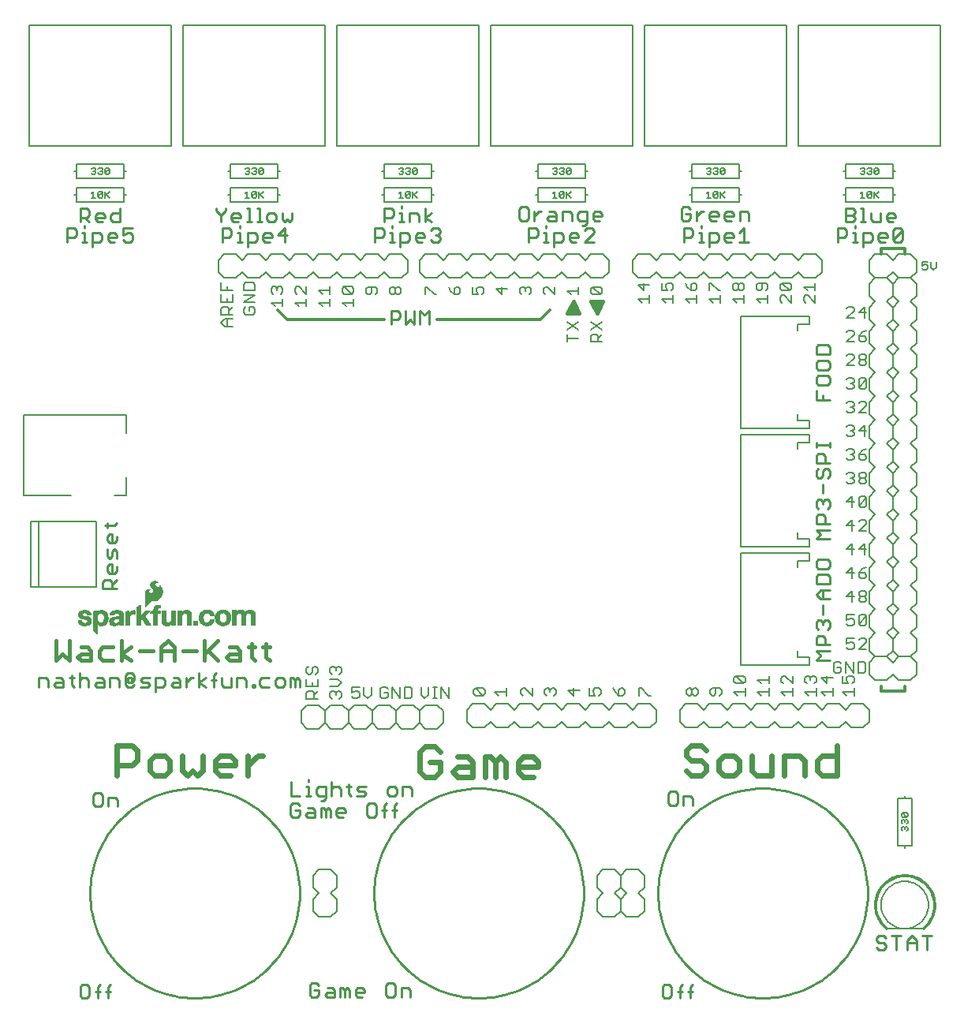
<source format=gto>
G75*
G70*
%OFA0B0*%
%FSLAX24Y24*%
%IPPOS*%
%LPD*%
%AMOC8*
5,1,8,0,0,1.08239X$1,22.5*
%
%ADD10C,0.0120*%
%ADD11C,0.0160*%
%ADD12C,0.0080*%
%ADD13C,0.0100*%
%ADD14C,0.0060*%
%ADD15C,0.0110*%
%ADD16C,0.0230*%
%ADD17C,0.0150*%
%ADD18C,0.0010*%
%ADD19R,0.0195X0.0191*%
%ADD20C,0.0050*%
D10*
X013733Y029390D02*
X013333Y029790D01*
X013733Y029390D02*
X017833Y029390D01*
X020083Y029390D02*
X024433Y029390D01*
X024833Y029790D01*
X038833Y032140D02*
X038833Y032390D01*
X039833Y032390D01*
X039833Y032140D01*
X039833Y013890D02*
X039833Y013690D01*
X038833Y013690D01*
X038833Y013890D01*
D11*
X026833Y029640D02*
X026583Y030140D01*
X026833Y029890D01*
X026833Y030140D01*
X027083Y030140D01*
X026833Y029890D01*
X026833Y029640D02*
X027083Y030140D01*
X026833Y030140D02*
X026583Y030140D01*
X026083Y029640D02*
X025833Y029890D01*
X025833Y029640D01*
X026083Y029640D01*
X025833Y030140D01*
X025583Y029640D01*
X025833Y029890D01*
X025833Y029640D02*
X025583Y029640D01*
D12*
X025563Y029266D02*
X026043Y028946D01*
X026043Y029266D02*
X025563Y028946D01*
X025563Y028750D02*
X025563Y028430D01*
X025563Y028590D02*
X026043Y028590D01*
X026563Y028670D02*
X026643Y028750D01*
X026803Y028750D01*
X026883Y028670D01*
X026883Y028430D01*
X026883Y028590D02*
X027043Y028750D01*
X027043Y028946D02*
X026563Y029266D01*
X026563Y028946D02*
X027043Y029266D01*
X026563Y028670D02*
X026563Y028430D01*
X027043Y028430D01*
X026963Y030430D02*
X026643Y030430D01*
X026563Y030510D01*
X026563Y030670D01*
X026643Y030750D01*
X026963Y030430D01*
X027043Y030510D01*
X027043Y030670D01*
X026963Y030750D01*
X026643Y030750D01*
X026583Y031140D02*
X026333Y031390D01*
X026083Y031140D01*
X025583Y031140D01*
X025333Y031390D01*
X025083Y031140D01*
X024583Y031140D01*
X024333Y031390D01*
X024083Y031140D01*
X023583Y031140D01*
X023333Y031390D01*
X023083Y031140D01*
X022583Y031140D01*
X022333Y031390D01*
X022083Y031140D01*
X021583Y031140D01*
X021333Y031390D01*
X021083Y031140D01*
X020583Y031140D01*
X020333Y031390D01*
X020083Y031140D01*
X019583Y031140D01*
X019333Y031390D01*
X019333Y031890D01*
X019583Y032140D01*
X020083Y032140D01*
X020333Y031890D01*
X020583Y032140D01*
X021083Y032140D01*
X021333Y031890D01*
X021583Y032140D01*
X022083Y032140D01*
X022333Y031890D01*
X022583Y032140D01*
X023083Y032140D01*
X023333Y031890D01*
X023583Y032140D01*
X024083Y032140D01*
X024333Y031890D01*
X024583Y032140D01*
X025083Y032140D01*
X025333Y031890D01*
X025583Y032140D01*
X026083Y032140D01*
X026333Y031890D01*
X026583Y032140D01*
X027083Y032140D01*
X027333Y031890D01*
X027333Y031390D01*
X027083Y031140D01*
X026583Y031140D01*
X026043Y030750D02*
X026043Y030430D01*
X026043Y030590D02*
X025563Y030590D01*
X025723Y030430D01*
X025043Y030430D02*
X025043Y030750D01*
X025043Y030430D02*
X024723Y030750D01*
X024643Y030750D01*
X024563Y030670D01*
X024563Y030510D01*
X024643Y030430D01*
X024043Y030510D02*
X023963Y030430D01*
X024043Y030510D02*
X024043Y030670D01*
X023963Y030750D01*
X023883Y030750D01*
X023803Y030670D01*
X023803Y030590D01*
X023803Y030670D02*
X023723Y030750D01*
X023643Y030750D01*
X023563Y030670D01*
X023563Y030510D01*
X023643Y030430D01*
X023043Y030670D02*
X022563Y030670D01*
X022803Y030430D01*
X022803Y030750D01*
X022043Y030670D02*
X022043Y030510D01*
X021963Y030430D01*
X021803Y030430D02*
X021723Y030590D01*
X021723Y030670D01*
X021803Y030750D01*
X021963Y030750D01*
X022043Y030670D01*
X021803Y030430D02*
X021563Y030430D01*
X021563Y030750D01*
X021043Y030670D02*
X021043Y030510D01*
X020963Y030430D01*
X020803Y030430D01*
X020803Y030670D01*
X020883Y030750D01*
X020963Y030750D01*
X021043Y030670D01*
X020803Y030430D02*
X020643Y030590D01*
X020563Y030750D01*
X020043Y030430D02*
X019963Y030430D01*
X019643Y030750D01*
X019563Y030750D01*
X019563Y030430D01*
X018543Y030510D02*
X018463Y030430D01*
X018383Y030430D01*
X018303Y030510D01*
X018303Y030670D01*
X018383Y030750D01*
X018463Y030750D01*
X018543Y030670D01*
X018543Y030510D01*
X018303Y030510D02*
X018223Y030430D01*
X018143Y030430D01*
X018063Y030510D01*
X018063Y030670D01*
X018143Y030750D01*
X018223Y030750D01*
X018303Y030670D01*
X018083Y031140D02*
X017833Y031390D01*
X017583Y031140D01*
X017083Y031140D01*
X016833Y031390D01*
X016583Y031140D01*
X016083Y031140D01*
X015833Y031390D01*
X015583Y031140D01*
X015083Y031140D01*
X014833Y031390D01*
X014583Y031140D01*
X014083Y031140D01*
X013833Y031390D01*
X013583Y031140D01*
X013083Y031140D01*
X012833Y031390D01*
X012583Y031140D01*
X012083Y031140D01*
X011833Y031390D01*
X011583Y031140D01*
X011083Y031140D01*
X010833Y031390D01*
X010833Y031890D01*
X011083Y032140D01*
X011583Y032140D01*
X011833Y031890D01*
X012083Y032140D01*
X012583Y032140D01*
X012833Y031890D01*
X013083Y032140D01*
X013583Y032140D01*
X013833Y031890D01*
X014083Y032140D01*
X014583Y032140D01*
X014833Y031890D01*
X015083Y032140D01*
X015583Y032140D01*
X015833Y031890D01*
X016083Y032140D01*
X016583Y032140D01*
X016833Y031890D01*
X017083Y032140D01*
X017583Y032140D01*
X017833Y031890D01*
X018083Y032140D01*
X018583Y032140D01*
X018833Y031890D01*
X018833Y031390D01*
X018583Y031140D01*
X018083Y031140D01*
X017543Y030670D02*
X017543Y030510D01*
X017463Y030430D01*
X017303Y030510D02*
X017303Y030750D01*
X017463Y030750D02*
X017143Y030750D01*
X017063Y030670D01*
X017063Y030510D01*
X017143Y030430D01*
X017223Y030430D01*
X017303Y030510D01*
X017543Y030670D02*
X017463Y030750D01*
X016543Y030686D02*
X016543Y030526D01*
X016463Y030446D01*
X016143Y030766D01*
X016463Y030766D01*
X016543Y030686D01*
X016463Y030446D02*
X016143Y030446D01*
X016063Y030526D01*
X016063Y030686D01*
X016143Y030766D01*
X015543Y030766D02*
X015543Y030446D01*
X015543Y030606D02*
X015063Y030606D01*
X015223Y030446D01*
X015543Y030250D02*
X015543Y029930D01*
X015543Y030090D02*
X015063Y030090D01*
X015223Y029930D01*
X014543Y029930D02*
X014543Y030250D01*
X014543Y030090D02*
X014063Y030090D01*
X014223Y029930D01*
X014143Y030446D02*
X014063Y030526D01*
X014063Y030686D01*
X014143Y030766D01*
X014223Y030766D01*
X014543Y030446D01*
X014543Y030766D01*
X013543Y030686D02*
X013543Y030526D01*
X013463Y030446D01*
X013543Y030250D02*
X013543Y029930D01*
X013543Y030090D02*
X013063Y030090D01*
X013223Y029930D01*
X013143Y030446D02*
X013063Y030526D01*
X013063Y030686D01*
X013143Y030766D01*
X013223Y030766D01*
X013303Y030686D01*
X013383Y030766D01*
X013463Y030766D01*
X013543Y030686D01*
X013303Y030686D02*
X013303Y030606D01*
X012386Y030616D02*
X012386Y030856D01*
X012306Y030936D01*
X011986Y030936D01*
X011905Y030856D01*
X011905Y030616D01*
X012386Y030616D01*
X012386Y030421D02*
X011905Y030421D01*
X011905Y030100D02*
X012386Y030421D01*
X012386Y030100D02*
X011905Y030100D01*
X011986Y029905D02*
X011905Y029825D01*
X011905Y029665D01*
X011986Y029585D01*
X012306Y029585D01*
X012386Y029665D01*
X012386Y029825D01*
X012306Y029905D01*
X012146Y029905D01*
X012146Y029745D01*
X011432Y029590D02*
X010951Y029590D01*
X010951Y029831D01*
X011031Y029911D01*
X011191Y029911D01*
X011271Y029831D01*
X011271Y029590D01*
X011271Y029751D02*
X011432Y029911D01*
X011432Y030106D02*
X011432Y030426D01*
X011432Y030622D02*
X010951Y030622D01*
X010951Y030942D01*
X011191Y030782D02*
X011191Y030622D01*
X010951Y030426D02*
X010951Y030106D01*
X011432Y030106D01*
X011191Y030106D02*
X011191Y030266D01*
X011191Y029395D02*
X011191Y029075D01*
X011111Y029075D02*
X011432Y029075D01*
X011432Y029395D02*
X011111Y029395D01*
X010951Y029235D01*
X011111Y029075D01*
X006947Y025352D02*
X006947Y024585D01*
X006947Y025352D02*
X002614Y025352D01*
X002614Y021928D01*
X004601Y021928D01*
X005672Y020829D02*
X003231Y020829D01*
X003231Y018073D01*
X002916Y018073D01*
X002916Y020829D01*
X003231Y020829D01*
X005672Y020829D02*
X005672Y018073D01*
X003231Y018073D01*
X006451Y021928D02*
X006947Y021928D01*
X006947Y022695D01*
X014631Y014706D02*
X014551Y014626D01*
X014551Y014466D01*
X014631Y014386D01*
X014711Y014386D01*
X014791Y014466D01*
X014791Y014626D01*
X014871Y014706D01*
X014952Y014706D01*
X015032Y014626D01*
X015032Y014466D01*
X014952Y014386D01*
X015032Y014191D02*
X015032Y013870D01*
X014551Y013870D01*
X014551Y014191D01*
X014791Y014031D02*
X014791Y013870D01*
X014791Y013675D02*
X014871Y013595D01*
X014871Y013355D01*
X014871Y013515D02*
X015032Y013675D01*
X014791Y013675D02*
X014631Y013675D01*
X014551Y013595D01*
X014551Y013355D01*
X015032Y013355D01*
X015083Y013090D02*
X015333Y012840D01*
X015333Y012340D01*
X015083Y012090D01*
X014583Y012090D01*
X014333Y012340D01*
X014333Y012840D01*
X014583Y013090D01*
X015083Y013090D01*
X015333Y012840D02*
X015583Y013090D01*
X016083Y013090D01*
X016333Y012840D01*
X016333Y012340D01*
X016083Y012090D01*
X015583Y012090D01*
X015333Y012340D01*
X016333Y012340D02*
X016583Y012090D01*
X017083Y012090D01*
X017333Y012340D01*
X017333Y012840D01*
X017583Y013090D01*
X018083Y013090D01*
X018333Y012840D01*
X018333Y012340D01*
X018083Y012090D01*
X017583Y012090D01*
X017333Y012340D01*
X017333Y012840D02*
X017083Y013090D01*
X016583Y013090D01*
X016333Y012840D01*
X016548Y013362D02*
X016468Y013442D01*
X016548Y013362D02*
X016708Y013362D01*
X016788Y013442D01*
X016788Y013602D01*
X016708Y013682D01*
X016628Y013682D01*
X016468Y013602D01*
X016468Y013842D01*
X016788Y013842D01*
X016984Y013842D02*
X016984Y013522D01*
X017144Y013362D01*
X017304Y013522D01*
X017304Y013842D01*
X017668Y013762D02*
X017668Y013442D01*
X017748Y013362D01*
X017908Y013362D01*
X017988Y013442D01*
X017988Y013602D01*
X017828Y013602D01*
X017668Y013762D02*
X017748Y013842D01*
X017908Y013842D01*
X017988Y013762D01*
X018184Y013842D02*
X018184Y013362D01*
X018504Y013362D02*
X018184Y013842D01*
X018504Y013842D02*
X018504Y013362D01*
X018699Y013362D02*
X018940Y013362D01*
X019020Y013442D01*
X019020Y013762D01*
X018940Y013842D01*
X018699Y013842D01*
X018699Y013362D01*
X018583Y013090D02*
X019083Y013090D01*
X019333Y012840D01*
X019333Y012340D01*
X019083Y012090D01*
X018583Y012090D01*
X018333Y012340D01*
X018333Y012840D02*
X018583Y013090D01*
X019333Y012840D02*
X019583Y013090D01*
X020083Y013090D01*
X020333Y012840D01*
X020333Y012340D01*
X020083Y012090D01*
X019583Y012090D01*
X019333Y012340D01*
X019548Y013362D02*
X019708Y013522D01*
X019708Y013842D01*
X019904Y013842D02*
X020064Y013842D01*
X019984Y013842D02*
X019984Y013362D01*
X019904Y013362D02*
X020064Y013362D01*
X020248Y013362D02*
X020248Y013842D01*
X020568Y013362D01*
X020568Y013842D01*
X019548Y013362D02*
X019388Y013522D01*
X019388Y013842D01*
X021333Y012890D02*
X021333Y012390D01*
X021583Y012140D01*
X022083Y012140D01*
X022333Y012390D01*
X022583Y012140D01*
X023083Y012140D01*
X023333Y012390D01*
X023583Y012140D01*
X024083Y012140D01*
X024333Y012390D01*
X024583Y012140D01*
X025083Y012140D01*
X025333Y012390D01*
X025583Y012140D01*
X026083Y012140D01*
X026333Y012390D01*
X026583Y012140D01*
X027083Y012140D01*
X027333Y012390D01*
X027583Y012140D01*
X028083Y012140D01*
X028333Y012390D01*
X028583Y012140D01*
X029083Y012140D01*
X029333Y012390D01*
X029333Y012890D01*
X029083Y013140D01*
X028583Y013140D01*
X028333Y012890D01*
X028083Y013140D01*
X027583Y013140D01*
X027333Y012890D01*
X027083Y013140D01*
X026583Y013140D01*
X026333Y012890D01*
X026083Y013140D01*
X025583Y013140D01*
X025333Y012890D01*
X025083Y013140D01*
X024583Y013140D01*
X024333Y012890D01*
X024083Y013140D01*
X023583Y013140D01*
X023333Y012890D01*
X023083Y013140D01*
X022583Y013140D01*
X022333Y012890D01*
X022083Y013140D01*
X021583Y013140D01*
X021333Y012890D01*
X021693Y013480D02*
X021613Y013560D01*
X021613Y013720D01*
X021693Y013800D01*
X022013Y013480D01*
X022093Y013560D01*
X022093Y013720D01*
X022013Y013800D01*
X021693Y013800D01*
X021693Y013480D02*
X022013Y013480D01*
X022513Y013640D02*
X022993Y013640D01*
X022993Y013480D02*
X022993Y013800D01*
X022673Y013480D02*
X022513Y013640D01*
X023613Y013560D02*
X023693Y013480D01*
X023613Y013560D02*
X023613Y013720D01*
X023693Y013800D01*
X023773Y013800D01*
X024093Y013480D01*
X024093Y013800D01*
X024613Y013720D02*
X024693Y013800D01*
X024773Y013800D01*
X024853Y013720D01*
X024933Y013800D01*
X025013Y013800D01*
X025093Y013720D01*
X025093Y013560D01*
X025013Y013480D01*
X024853Y013640D02*
X024853Y013720D01*
X024613Y013720D02*
X024613Y013560D01*
X024693Y013480D01*
X025613Y013720D02*
X025853Y013480D01*
X025853Y013800D01*
X026093Y013720D02*
X025613Y013720D01*
X026513Y013800D02*
X026513Y013480D01*
X026753Y013480D01*
X026673Y013640D01*
X026673Y013720D01*
X026753Y013800D01*
X026913Y013800D01*
X026993Y013720D01*
X026993Y013560D01*
X026913Y013480D01*
X027513Y013800D02*
X027593Y013640D01*
X027753Y013480D01*
X027753Y013720D01*
X027833Y013800D01*
X027913Y013800D01*
X027993Y013720D01*
X027993Y013560D01*
X027913Y013480D01*
X027753Y013480D01*
X028613Y013480D02*
X028613Y013800D01*
X028693Y013800D01*
X029013Y013480D01*
X029093Y013480D01*
X030333Y012890D02*
X030333Y012390D01*
X030583Y012140D01*
X031083Y012140D01*
X031333Y012390D01*
X031583Y012140D01*
X032083Y012140D01*
X032333Y012390D01*
X032583Y012140D01*
X033083Y012140D01*
X033333Y012390D01*
X033583Y012140D01*
X034083Y012140D01*
X034333Y012390D01*
X034583Y012140D01*
X035083Y012140D01*
X035333Y012390D01*
X035583Y012140D01*
X036083Y012140D01*
X036333Y012390D01*
X036583Y012140D01*
X037083Y012140D01*
X037333Y012390D01*
X037583Y012140D01*
X038083Y012140D01*
X038333Y012390D01*
X038333Y012890D01*
X038083Y013140D01*
X037583Y013140D01*
X037333Y012890D01*
X037083Y013140D01*
X036583Y013140D01*
X036333Y012890D01*
X036083Y013140D01*
X035583Y013140D01*
X035333Y012890D01*
X035083Y013140D01*
X034583Y013140D01*
X034333Y012890D01*
X034083Y013140D01*
X033583Y013140D01*
X033333Y012890D01*
X033083Y013140D01*
X032583Y013140D01*
X032333Y012890D01*
X032083Y013140D01*
X031583Y013140D01*
X031333Y012890D01*
X031083Y013140D01*
X030583Y013140D01*
X030333Y012890D01*
X030693Y013480D02*
X030773Y013480D01*
X030853Y013560D01*
X030853Y013720D01*
X030933Y013800D01*
X031013Y013800D01*
X031093Y013720D01*
X031093Y013560D01*
X031013Y013480D01*
X030933Y013480D01*
X030853Y013560D01*
X030853Y013720D02*
X030773Y013800D01*
X030693Y013800D01*
X030613Y013720D01*
X030613Y013560D01*
X030693Y013480D01*
X031613Y013560D02*
X031693Y013480D01*
X031773Y013480D01*
X031853Y013560D01*
X031853Y013800D01*
X032013Y013800D02*
X031693Y013800D01*
X031613Y013720D01*
X031613Y013560D01*
X032013Y013480D02*
X032093Y013560D01*
X032093Y013720D01*
X032013Y013800D01*
X032613Y013640D02*
X033093Y013640D01*
X033093Y013480D02*
X033093Y013800D01*
X033013Y013996D02*
X032693Y014316D01*
X033013Y014316D01*
X033093Y014236D01*
X033093Y014076D01*
X033013Y013996D01*
X032693Y013996D01*
X032613Y014076D01*
X032613Y014236D01*
X032693Y014316D01*
X032900Y014778D02*
X032900Y019502D01*
X035814Y019502D01*
X035814Y019187D01*
X035302Y019187D01*
X035302Y018912D01*
X035814Y019778D02*
X032900Y019778D01*
X032900Y024502D01*
X035814Y024502D01*
X035814Y024187D01*
X035302Y024187D01*
X035302Y023912D01*
X035814Y024778D02*
X032900Y024778D01*
X032900Y029502D01*
X035814Y029502D01*
X035814Y029187D01*
X035302Y029187D01*
X035302Y028912D01*
X035043Y030080D02*
X034723Y030400D01*
X034643Y030400D01*
X034563Y030320D01*
X034563Y030160D01*
X034643Y030080D01*
X035043Y030080D02*
X035043Y030400D01*
X034963Y030596D02*
X034643Y030916D01*
X034963Y030916D01*
X035043Y030836D01*
X035043Y030676D01*
X034963Y030596D01*
X034643Y030596D01*
X034563Y030676D01*
X034563Y030836D01*
X034643Y030916D01*
X034583Y031140D02*
X034333Y031390D01*
X034083Y031140D01*
X033583Y031140D01*
X033333Y031390D01*
X033083Y031140D01*
X032583Y031140D01*
X032333Y031390D01*
X032083Y031140D01*
X031583Y031140D01*
X031333Y031390D01*
X031083Y031140D01*
X030583Y031140D01*
X030333Y031390D01*
X030083Y031140D01*
X029583Y031140D01*
X029333Y031390D01*
X029083Y031140D01*
X028583Y031140D01*
X028333Y031390D01*
X028333Y031890D01*
X028583Y032140D01*
X029083Y032140D01*
X029333Y031890D01*
X029583Y032140D01*
X030083Y032140D01*
X030333Y031890D01*
X030583Y032140D01*
X031083Y032140D01*
X031333Y031890D01*
X031583Y032140D01*
X032083Y032140D01*
X032333Y031890D01*
X032583Y032140D01*
X033083Y032140D01*
X033333Y031890D01*
X033583Y032140D01*
X034083Y032140D01*
X034333Y031890D01*
X034583Y032140D01*
X035083Y032140D01*
X035333Y031890D01*
X035583Y032140D01*
X036083Y032140D01*
X036333Y031890D01*
X036333Y031390D01*
X036083Y031140D01*
X035583Y031140D01*
X035333Y031390D01*
X035083Y031140D01*
X034583Y031140D01*
X034043Y030836D02*
X033963Y030916D01*
X033643Y030916D01*
X033563Y030836D01*
X033563Y030676D01*
X033643Y030596D01*
X033723Y030596D01*
X033803Y030676D01*
X033803Y030916D01*
X034043Y030836D02*
X034043Y030676D01*
X033963Y030596D01*
X034043Y030400D02*
X034043Y030080D01*
X034043Y030240D02*
X033563Y030240D01*
X033723Y030080D01*
X033043Y030080D02*
X033043Y030400D01*
X033043Y030240D02*
X032563Y030240D01*
X032723Y030080D01*
X032723Y030596D02*
X032643Y030596D01*
X032563Y030676D01*
X032563Y030836D01*
X032643Y030916D01*
X032723Y030916D01*
X032803Y030836D01*
X032803Y030676D01*
X032723Y030596D01*
X032803Y030676D02*
X032883Y030596D01*
X032963Y030596D01*
X033043Y030676D01*
X033043Y030836D01*
X032963Y030916D01*
X032883Y030916D01*
X032803Y030836D01*
X032043Y030596D02*
X031963Y030596D01*
X031643Y030916D01*
X031563Y030916D01*
X031563Y030596D01*
X031563Y030240D02*
X032043Y030240D01*
X032043Y030080D02*
X032043Y030400D01*
X031723Y030080D02*
X031563Y030240D01*
X031043Y030240D02*
X030563Y030240D01*
X030723Y030080D01*
X031043Y030080D02*
X031043Y030400D01*
X030963Y030596D02*
X031043Y030676D01*
X031043Y030836D01*
X030963Y030916D01*
X030883Y030916D01*
X030803Y030836D01*
X030803Y030596D01*
X030963Y030596D01*
X030803Y030596D02*
X030643Y030756D01*
X030563Y030916D01*
X030043Y030836D02*
X030043Y030676D01*
X029963Y030596D01*
X029803Y030596D02*
X029723Y030756D01*
X029723Y030836D01*
X029803Y030916D01*
X029963Y030916D01*
X030043Y030836D01*
X029803Y030596D02*
X029563Y030596D01*
X029563Y030916D01*
X029043Y030836D02*
X028563Y030836D01*
X028803Y030596D01*
X028803Y030916D01*
X029043Y030400D02*
X029043Y030080D01*
X029043Y030240D02*
X028563Y030240D01*
X028723Y030080D01*
X029563Y030240D02*
X030043Y030240D01*
X030043Y030080D02*
X030043Y030400D01*
X029723Y030080D02*
X029563Y030240D01*
X030833Y034340D02*
X030833Y034640D01*
X030733Y034640D01*
X030833Y034640D02*
X030833Y034940D01*
X032833Y034940D01*
X032833Y034640D01*
X032933Y034640D01*
X032833Y034640D02*
X032833Y034340D01*
X030833Y034340D01*
X030833Y035340D02*
X030833Y035640D01*
X030733Y035640D01*
X030833Y035640D02*
X030833Y035940D01*
X032833Y035940D01*
X032833Y035640D01*
X032933Y035640D01*
X032833Y035640D02*
X032833Y035340D01*
X030833Y035340D01*
X028833Y036703D02*
X028833Y041821D01*
X034833Y041821D01*
X034833Y036703D01*
X028833Y036703D01*
X028333Y036703D02*
X028333Y041821D01*
X022333Y041821D01*
X022333Y036703D01*
X028333Y036703D01*
X026333Y035940D02*
X026333Y035640D01*
X026433Y035640D01*
X026333Y035640D02*
X026333Y035340D01*
X024333Y035340D01*
X024333Y035640D01*
X024233Y035640D01*
X024333Y035640D02*
X024333Y035940D01*
X026333Y035940D01*
X026333Y034940D02*
X026333Y034640D01*
X026433Y034640D01*
X026333Y034640D02*
X026333Y034340D01*
X024333Y034340D01*
X024333Y034640D01*
X024233Y034640D01*
X024333Y034640D02*
X024333Y034940D01*
X026333Y034940D01*
X021833Y036703D02*
X021833Y041821D01*
X015833Y041821D01*
X015833Y036703D01*
X021833Y036703D01*
X019833Y035940D02*
X019833Y035640D01*
X019933Y035640D01*
X019833Y035640D02*
X019833Y035340D01*
X017833Y035340D01*
X017833Y035640D01*
X017733Y035640D01*
X017833Y035640D02*
X017833Y035940D01*
X019833Y035940D01*
X019833Y034940D02*
X019833Y034640D01*
X019933Y034640D01*
X019833Y034640D02*
X019833Y034340D01*
X017833Y034340D01*
X017833Y034640D01*
X017733Y034640D01*
X017833Y034640D02*
X017833Y034940D01*
X019833Y034940D01*
X016543Y030250D02*
X016543Y029930D01*
X016543Y030090D02*
X016063Y030090D01*
X016223Y029930D01*
X013333Y034340D02*
X011333Y034340D01*
X011333Y034640D01*
X011233Y034640D01*
X011333Y034640D02*
X011333Y034940D01*
X013333Y034940D01*
X013333Y034640D01*
X013433Y034640D01*
X013333Y034640D02*
X013333Y034340D01*
X013333Y035340D02*
X011333Y035340D01*
X011333Y035640D01*
X011233Y035640D01*
X011333Y035640D02*
X011333Y035940D01*
X013333Y035940D01*
X013333Y035640D01*
X013433Y035640D01*
X013333Y035640D02*
X013333Y035340D01*
X015333Y036703D02*
X015333Y041821D01*
X009333Y041821D01*
X009333Y036703D01*
X015333Y036703D01*
X008833Y036703D02*
X008833Y041821D01*
X002833Y041821D01*
X002833Y036703D01*
X008833Y036703D01*
X006933Y035640D02*
X006833Y035640D01*
X006833Y035340D01*
X004833Y035340D01*
X004833Y035640D01*
X004733Y035640D01*
X004833Y035640D02*
X004833Y035940D01*
X006833Y035940D01*
X006833Y035640D01*
X006833Y034940D02*
X006833Y034640D01*
X006933Y034640D01*
X006833Y034640D02*
X006833Y034340D01*
X004833Y034340D01*
X004833Y034640D01*
X004733Y034640D01*
X004833Y034640D02*
X004833Y034940D01*
X006833Y034940D01*
X015631Y014706D02*
X015711Y014706D01*
X015791Y014626D01*
X015871Y014706D01*
X015952Y014706D01*
X016032Y014626D01*
X016032Y014466D01*
X015952Y014386D01*
X015871Y014191D02*
X016032Y014031D01*
X015871Y013870D01*
X015551Y013870D01*
X015631Y013675D02*
X015711Y013675D01*
X015791Y013595D01*
X015871Y013675D01*
X015952Y013675D01*
X016032Y013595D01*
X016032Y013435D01*
X015952Y013355D01*
X015791Y013515D02*
X015791Y013595D01*
X015631Y013675D02*
X015551Y013595D01*
X015551Y013435D01*
X015631Y013355D01*
X015551Y014191D02*
X015871Y014191D01*
X015631Y014386D02*
X015551Y014466D01*
X015551Y014626D01*
X015631Y014706D01*
X015791Y014626D02*
X015791Y014546D01*
X015583Y006140D02*
X015083Y006140D01*
X014833Y005890D01*
X014833Y005390D01*
X015083Y005140D01*
X014833Y004890D01*
X014833Y004390D01*
X015083Y004140D01*
X015583Y004140D01*
X015833Y004390D01*
X015833Y004890D01*
X015583Y005140D01*
X015833Y005390D01*
X015833Y005890D01*
X015583Y006140D01*
X026833Y005890D02*
X026833Y005390D01*
X027083Y005140D01*
X026833Y004890D01*
X026833Y004390D01*
X027083Y004140D01*
X027583Y004140D01*
X027833Y004390D01*
X028083Y004140D01*
X028583Y004140D01*
X028833Y004390D01*
X028833Y004890D01*
X028583Y005140D01*
X028833Y005390D01*
X028833Y005890D01*
X028583Y006140D01*
X028083Y006140D01*
X027833Y005890D01*
X027833Y005390D01*
X028083Y005140D01*
X027833Y004890D01*
X027833Y004390D01*
X027833Y004890D01*
X027583Y005140D01*
X027833Y005390D01*
X027833Y005890D01*
X027583Y006140D01*
X027083Y006140D01*
X026833Y005890D01*
X032773Y013480D02*
X032613Y013640D01*
X032900Y014778D02*
X035814Y014778D01*
X035814Y015093D01*
X035302Y015093D01*
X035302Y015368D01*
X035093Y014316D02*
X035093Y013996D01*
X034773Y014316D01*
X034693Y014316D01*
X034613Y014236D01*
X034613Y014076D01*
X034693Y013996D01*
X034613Y013640D02*
X035093Y013640D01*
X035093Y013480D02*
X035093Y013800D01*
X034773Y013480D02*
X034613Y013640D01*
X034093Y013640D02*
X033613Y013640D01*
X033773Y013480D01*
X034093Y013480D02*
X034093Y013800D01*
X034093Y013996D02*
X034093Y014316D01*
X034093Y014156D02*
X033613Y014156D01*
X033773Y013996D01*
X035613Y014076D02*
X035613Y014236D01*
X035693Y014316D01*
X035773Y014316D01*
X035853Y014236D01*
X035933Y014316D01*
X036013Y014316D01*
X036093Y014236D01*
X036093Y014076D01*
X036013Y013996D01*
X036093Y013800D02*
X036093Y013480D01*
X036093Y013640D02*
X035613Y013640D01*
X035773Y013480D01*
X036313Y013640D02*
X036793Y013640D01*
X036793Y013480D02*
X036793Y013800D01*
X036553Y013996D02*
X036313Y014236D01*
X036793Y014236D01*
X036903Y014430D02*
X037064Y014430D01*
X037144Y014510D01*
X037144Y014670D01*
X036983Y014670D01*
X036823Y014510D02*
X036903Y014430D01*
X036823Y014510D02*
X036823Y014830D01*
X036903Y014910D01*
X037064Y014910D01*
X037144Y014830D01*
X037339Y014910D02*
X037339Y014430D01*
X037453Y014316D02*
X037373Y014236D01*
X037373Y014156D01*
X037453Y013996D01*
X037213Y013996D01*
X037213Y014316D01*
X037453Y014316D02*
X037613Y014316D01*
X037693Y014236D01*
X037693Y014076D01*
X037613Y013996D01*
X037693Y013800D02*
X037693Y013480D01*
X037693Y013640D02*
X037213Y013640D01*
X037373Y013480D01*
X036473Y013480D02*
X036313Y013640D01*
X036553Y013996D02*
X036553Y014316D01*
X035853Y014236D02*
X035853Y014156D01*
X035693Y013996D02*
X035613Y014076D01*
X037339Y014910D02*
X037659Y014430D01*
X037659Y014910D01*
X037855Y014910D02*
X037855Y014430D01*
X038095Y014430D01*
X038175Y014510D01*
X038175Y014830D01*
X038095Y014910D01*
X037855Y014910D01*
X038333Y014890D02*
X038583Y015140D01*
X039083Y015140D01*
X039333Y014890D01*
X039583Y015140D01*
X040083Y015140D01*
X040333Y014890D01*
X040333Y014390D01*
X040083Y014140D01*
X039583Y014140D01*
X039333Y014390D01*
X039083Y014140D01*
X038583Y014140D01*
X038333Y014390D01*
X038333Y014890D01*
X038583Y015140D02*
X038333Y015390D01*
X038333Y015890D01*
X038583Y016140D01*
X038333Y016390D01*
X038333Y016890D01*
X038583Y017140D01*
X038333Y017390D01*
X038333Y017890D01*
X038583Y018140D01*
X038333Y018390D01*
X038333Y018890D01*
X038583Y019140D01*
X038333Y019390D01*
X038333Y019890D01*
X038583Y020140D01*
X038333Y020390D01*
X038333Y020890D01*
X038583Y021140D01*
X038333Y021390D01*
X038333Y021890D01*
X038583Y022140D01*
X038333Y022390D01*
X038333Y022890D01*
X038583Y023140D01*
X038333Y023390D01*
X038333Y023890D01*
X038583Y024140D01*
X038333Y024390D01*
X038333Y024890D01*
X038583Y025140D01*
X038333Y025390D01*
X038333Y025890D01*
X038583Y026140D01*
X038333Y026390D01*
X038333Y026890D01*
X038583Y027140D01*
X038333Y027390D01*
X038333Y027890D01*
X038583Y028140D01*
X038333Y028390D01*
X038333Y028890D01*
X038583Y029140D01*
X038333Y029390D01*
X038333Y029890D01*
X038583Y030140D01*
X038333Y030390D01*
X038333Y030890D01*
X038583Y031140D01*
X039083Y031140D01*
X039333Y031390D01*
X039583Y031140D01*
X040083Y031140D01*
X040333Y031390D01*
X040333Y031890D01*
X040083Y032140D01*
X039583Y032140D01*
X039333Y031890D01*
X039083Y032140D01*
X038583Y032140D01*
X038333Y031890D01*
X038333Y031390D01*
X038583Y031140D01*
X039083Y031140D01*
X039333Y030890D01*
X039333Y030390D01*
X039083Y030140D01*
X039333Y029890D01*
X039333Y029390D01*
X039083Y029140D01*
X039333Y028890D01*
X039333Y028390D01*
X039083Y028140D01*
X039333Y027890D01*
X039333Y027390D01*
X039083Y027140D01*
X039333Y026890D01*
X039333Y026390D01*
X039083Y026140D01*
X039333Y025890D01*
X039333Y025390D01*
X039083Y025140D01*
X039333Y024890D01*
X039333Y024390D01*
X039083Y024140D01*
X039333Y023890D01*
X039333Y023390D01*
X039083Y023140D01*
X039333Y022890D01*
X039333Y022390D01*
X039083Y022140D01*
X039333Y021890D01*
X039333Y021390D01*
X039083Y021140D01*
X039333Y020890D01*
X039333Y020390D01*
X039083Y020140D01*
X039333Y019890D01*
X039333Y019390D01*
X039083Y019140D01*
X039333Y018890D01*
X039333Y018390D01*
X039083Y018140D01*
X039333Y017890D01*
X039333Y017390D01*
X039083Y017140D01*
X039333Y016890D01*
X039333Y016390D01*
X039083Y016140D01*
X039333Y015890D01*
X039333Y015390D01*
X039083Y015140D01*
X038583Y015140D01*
X038209Y015430D02*
X037889Y015430D01*
X038209Y015750D01*
X038209Y015830D01*
X038129Y015910D01*
X037969Y015910D01*
X037889Y015830D01*
X037694Y015910D02*
X037373Y015910D01*
X037373Y015670D01*
X037533Y015750D01*
X037614Y015750D01*
X037694Y015670D01*
X037694Y015510D01*
X037614Y015430D01*
X037453Y015430D01*
X037373Y015510D01*
X037453Y016430D02*
X037373Y016510D01*
X037453Y016430D02*
X037614Y016430D01*
X037694Y016510D01*
X037694Y016670D01*
X037614Y016750D01*
X037533Y016750D01*
X037373Y016670D01*
X037373Y016910D01*
X037694Y016910D01*
X037889Y016830D02*
X037889Y016510D01*
X038209Y016830D01*
X038209Y016510D01*
X038129Y016430D01*
X037969Y016430D01*
X037889Y016510D01*
X037889Y016830D02*
X037969Y016910D01*
X038129Y016910D01*
X038209Y016830D01*
X038129Y017430D02*
X037969Y017430D01*
X037889Y017510D01*
X037889Y017590D01*
X037969Y017670D01*
X038129Y017670D01*
X038209Y017590D01*
X038209Y017510D01*
X038129Y017430D01*
X038129Y017670D02*
X038209Y017750D01*
X038209Y017830D01*
X038129Y017910D01*
X037969Y017910D01*
X037889Y017830D01*
X037889Y017750D01*
X037969Y017670D01*
X037694Y017670D02*
X037373Y017670D01*
X037614Y017910D01*
X037614Y017430D01*
X037614Y018430D02*
X037614Y018910D01*
X037373Y018670D01*
X037694Y018670D01*
X037889Y018670D02*
X038129Y018670D01*
X038209Y018590D01*
X038209Y018510D01*
X038129Y018430D01*
X037969Y018430D01*
X037889Y018510D01*
X037889Y018670D01*
X038049Y018830D01*
X038209Y018910D01*
X038129Y019430D02*
X038129Y019910D01*
X037889Y019670D01*
X038209Y019670D01*
X037694Y019670D02*
X037373Y019670D01*
X037614Y019910D01*
X037614Y019430D01*
X037614Y020430D02*
X037614Y020910D01*
X037373Y020670D01*
X037694Y020670D01*
X037889Y020830D02*
X037969Y020910D01*
X038129Y020910D01*
X038209Y020830D01*
X038209Y020750D01*
X037889Y020430D01*
X038209Y020430D01*
X038129Y021430D02*
X037969Y021430D01*
X037889Y021510D01*
X038209Y021830D01*
X038209Y021510D01*
X038129Y021430D01*
X037889Y021510D02*
X037889Y021830D01*
X037969Y021910D01*
X038129Y021910D01*
X038209Y021830D01*
X037694Y021670D02*
X037373Y021670D01*
X037614Y021910D01*
X037614Y021430D01*
X037614Y022430D02*
X037453Y022430D01*
X037373Y022510D01*
X037533Y022670D02*
X037614Y022670D01*
X037694Y022590D01*
X037694Y022510D01*
X037614Y022430D01*
X037614Y022670D02*
X037694Y022750D01*
X037694Y022830D01*
X037614Y022910D01*
X037453Y022910D01*
X037373Y022830D01*
X037889Y022830D02*
X037889Y022750D01*
X037969Y022670D01*
X038129Y022670D01*
X038209Y022590D01*
X038209Y022510D01*
X038129Y022430D01*
X037969Y022430D01*
X037889Y022510D01*
X037889Y022590D01*
X037969Y022670D01*
X038129Y022670D02*
X038209Y022750D01*
X038209Y022830D01*
X038129Y022910D01*
X037969Y022910D01*
X037889Y022830D01*
X037969Y023430D02*
X038129Y023430D01*
X038209Y023510D01*
X038209Y023590D01*
X038129Y023670D01*
X037889Y023670D01*
X037889Y023510D01*
X037969Y023430D01*
X037889Y023670D02*
X038049Y023830D01*
X038209Y023910D01*
X037694Y023830D02*
X037694Y023750D01*
X037614Y023670D01*
X037694Y023590D01*
X037694Y023510D01*
X037614Y023430D01*
X037453Y023430D01*
X037373Y023510D01*
X037533Y023670D02*
X037614Y023670D01*
X037694Y023830D02*
X037614Y023910D01*
X037453Y023910D01*
X037373Y023830D01*
X037453Y024430D02*
X037373Y024510D01*
X037453Y024430D02*
X037614Y024430D01*
X037694Y024510D01*
X037694Y024590D01*
X037614Y024670D01*
X037533Y024670D01*
X037614Y024670D02*
X037694Y024750D01*
X037694Y024830D01*
X037614Y024910D01*
X037453Y024910D01*
X037373Y024830D01*
X037453Y025430D02*
X037373Y025510D01*
X037453Y025430D02*
X037614Y025430D01*
X037694Y025510D01*
X037694Y025590D01*
X037614Y025670D01*
X037533Y025670D01*
X037614Y025670D02*
X037694Y025750D01*
X037694Y025830D01*
X037614Y025910D01*
X037453Y025910D01*
X037373Y025830D01*
X037453Y026430D02*
X037373Y026510D01*
X037453Y026430D02*
X037614Y026430D01*
X037694Y026510D01*
X037694Y026590D01*
X037614Y026670D01*
X037533Y026670D01*
X037614Y026670D02*
X037694Y026750D01*
X037694Y026830D01*
X037614Y026910D01*
X037453Y026910D01*
X037373Y026830D01*
X037373Y027430D02*
X037694Y027750D01*
X037694Y027830D01*
X037614Y027910D01*
X037453Y027910D01*
X037373Y027830D01*
X037373Y027430D02*
X037694Y027430D01*
X037889Y027510D02*
X037889Y027590D01*
X037969Y027670D01*
X038129Y027670D01*
X038209Y027590D01*
X038209Y027510D01*
X038129Y027430D01*
X037969Y027430D01*
X037889Y027510D01*
X037969Y027670D02*
X037889Y027750D01*
X037889Y027830D01*
X037969Y027910D01*
X038129Y027910D01*
X038209Y027830D01*
X038209Y027750D01*
X038129Y027670D01*
X038129Y026910D02*
X038209Y026830D01*
X037889Y026510D01*
X037969Y026430D01*
X038129Y026430D01*
X038209Y026510D01*
X038209Y026830D01*
X038129Y026910D02*
X037969Y026910D01*
X037889Y026830D01*
X037889Y026510D01*
X037969Y025910D02*
X037889Y025830D01*
X037969Y025910D02*
X038129Y025910D01*
X038209Y025830D01*
X038209Y025750D01*
X037889Y025430D01*
X038209Y025430D01*
X038129Y024910D02*
X037889Y024670D01*
X038209Y024670D01*
X038129Y024430D02*
X038129Y024910D01*
X039333Y024890D02*
X039333Y024390D01*
X039583Y024140D01*
X039333Y023890D01*
X039333Y023390D01*
X039583Y023140D01*
X039333Y022890D01*
X039333Y022390D01*
X039583Y022140D01*
X039333Y021890D01*
X039333Y021390D01*
X039583Y021140D01*
X039333Y020890D01*
X039333Y020390D01*
X039583Y020140D01*
X039333Y019890D01*
X039333Y019390D01*
X039583Y019140D01*
X039333Y018890D01*
X039333Y018390D01*
X039583Y018140D01*
X039333Y017890D01*
X039333Y017390D01*
X039583Y017140D01*
X039333Y016890D01*
X039333Y016390D01*
X039583Y016140D01*
X039333Y015890D01*
X039333Y015390D01*
X039583Y015140D01*
X040083Y015140D01*
X040333Y015390D01*
X040333Y015890D01*
X040083Y016140D01*
X040333Y016390D01*
X040333Y016890D01*
X040083Y017140D01*
X040333Y017390D01*
X040333Y017890D01*
X040083Y018140D01*
X040333Y018390D01*
X040333Y018890D01*
X040083Y019140D01*
X040333Y019390D01*
X040333Y019890D01*
X040083Y020140D01*
X040333Y020390D01*
X040333Y020890D01*
X040083Y021140D01*
X040333Y021390D01*
X040333Y021890D01*
X040083Y022140D01*
X040333Y022390D01*
X040333Y022890D01*
X040083Y023140D01*
X040333Y023390D01*
X040333Y023890D01*
X040083Y024140D01*
X040333Y024390D01*
X040333Y024890D01*
X040083Y025140D01*
X040333Y025390D01*
X040333Y025890D01*
X040083Y026140D01*
X040333Y026390D01*
X040333Y026890D01*
X040083Y027140D01*
X040333Y027390D01*
X040333Y027890D01*
X040083Y028140D01*
X040333Y028390D01*
X040333Y028890D01*
X040083Y029140D01*
X040333Y029390D01*
X040333Y029890D01*
X040083Y030140D01*
X040333Y030390D01*
X040333Y030890D01*
X040083Y031140D01*
X039583Y031140D01*
X039333Y030890D01*
X039333Y030390D01*
X039583Y030140D01*
X039333Y029890D01*
X039333Y029390D01*
X039583Y029140D01*
X039333Y028890D01*
X039333Y028390D01*
X039583Y028140D01*
X039333Y027890D01*
X039333Y027390D01*
X039583Y027140D01*
X039333Y026890D01*
X039333Y026390D01*
X039583Y026140D01*
X039333Y025890D01*
X039333Y025390D01*
X039583Y025140D01*
X039333Y024890D01*
X035814Y024778D02*
X035814Y025093D01*
X035302Y025093D01*
X035302Y025368D01*
X037373Y028430D02*
X037694Y028750D01*
X037694Y028830D01*
X037614Y028910D01*
X037453Y028910D01*
X037373Y028830D01*
X037373Y028430D02*
X037694Y028430D01*
X037889Y028510D02*
X037969Y028430D01*
X038129Y028430D01*
X038209Y028510D01*
X038209Y028590D01*
X038129Y028670D01*
X037889Y028670D01*
X037889Y028510D01*
X037889Y028670D02*
X038049Y028830D01*
X038209Y028910D01*
X038129Y029430D02*
X038129Y029910D01*
X037889Y029670D01*
X038209Y029670D01*
X037694Y029750D02*
X037694Y029830D01*
X037614Y029910D01*
X037453Y029910D01*
X037373Y029830D01*
X037694Y029750D02*
X037373Y029430D01*
X037694Y029430D01*
X036043Y030080D02*
X035723Y030400D01*
X035643Y030400D01*
X035563Y030320D01*
X035563Y030160D01*
X035643Y030080D01*
X036043Y030080D02*
X036043Y030400D01*
X036043Y030596D02*
X036043Y030916D01*
X036043Y030756D02*
X035563Y030756D01*
X035723Y030596D01*
X037333Y034340D02*
X037333Y034640D01*
X037233Y034640D01*
X037333Y034640D02*
X037333Y034940D01*
X039333Y034940D01*
X039333Y034640D01*
X039433Y034640D01*
X039333Y034640D02*
X039333Y034340D01*
X037333Y034340D01*
X037333Y035340D02*
X037333Y035640D01*
X037233Y035640D01*
X037333Y035640D02*
X037333Y035940D01*
X039333Y035940D01*
X039333Y035640D01*
X039433Y035640D01*
X039333Y035640D02*
X039333Y035340D01*
X037333Y035340D01*
X035333Y036703D02*
X035333Y041821D01*
X041333Y041821D01*
X041333Y036703D01*
X035333Y036703D01*
X035302Y020368D02*
X035302Y020093D01*
X035814Y020093D01*
X035814Y019778D01*
X039533Y009140D02*
X039833Y009140D01*
X039833Y009240D01*
X039833Y009140D02*
X040133Y009140D01*
X040133Y007140D01*
X039833Y007140D01*
X039833Y007040D01*
X039833Y007140D02*
X039533Y007140D01*
X039533Y009140D01*
X039083Y003640D02*
X040583Y003640D01*
D13*
X029404Y005140D02*
X029409Y005357D01*
X029425Y005574D01*
X029452Y005790D01*
X029489Y006004D01*
X029537Y006216D01*
X029595Y006426D01*
X029663Y006632D01*
X029741Y006835D01*
X029829Y007034D01*
X029927Y007228D01*
X030034Y007417D01*
X030150Y007601D01*
X030276Y007778D01*
X030409Y007950D01*
X030551Y008114D01*
X030701Y008272D01*
X030859Y008422D01*
X031023Y008564D01*
X031195Y008697D01*
X031372Y008823D01*
X031556Y008939D01*
X031745Y009046D01*
X031939Y009144D01*
X032138Y009232D01*
X032341Y009310D01*
X032547Y009378D01*
X032757Y009436D01*
X032969Y009484D01*
X033183Y009521D01*
X033399Y009548D01*
X033616Y009564D01*
X033833Y009569D01*
X034050Y009564D01*
X034267Y009548D01*
X034483Y009521D01*
X034697Y009484D01*
X034909Y009436D01*
X035119Y009378D01*
X035325Y009310D01*
X035528Y009232D01*
X035727Y009144D01*
X035921Y009046D01*
X036110Y008939D01*
X036294Y008823D01*
X036471Y008697D01*
X036643Y008564D01*
X036807Y008422D01*
X036965Y008272D01*
X037115Y008114D01*
X037257Y007950D01*
X037390Y007778D01*
X037516Y007601D01*
X037632Y007417D01*
X037739Y007228D01*
X037837Y007034D01*
X037925Y006835D01*
X038003Y006632D01*
X038071Y006426D01*
X038129Y006216D01*
X038177Y006004D01*
X038214Y005790D01*
X038241Y005574D01*
X038257Y005357D01*
X038262Y005140D01*
X038257Y004923D01*
X038241Y004706D01*
X038214Y004490D01*
X038177Y004276D01*
X038129Y004064D01*
X038071Y003854D01*
X038003Y003648D01*
X037925Y003445D01*
X037837Y003246D01*
X037739Y003052D01*
X037632Y002863D01*
X037516Y002679D01*
X037390Y002502D01*
X037257Y002330D01*
X037115Y002166D01*
X036965Y002008D01*
X036807Y001858D01*
X036643Y001716D01*
X036471Y001583D01*
X036294Y001457D01*
X036110Y001341D01*
X035921Y001234D01*
X035727Y001136D01*
X035528Y001048D01*
X035325Y000970D01*
X035119Y000902D01*
X034909Y000844D01*
X034697Y000796D01*
X034483Y000759D01*
X034267Y000732D01*
X034050Y000716D01*
X033833Y000711D01*
X033616Y000716D01*
X033399Y000732D01*
X033183Y000759D01*
X032969Y000796D01*
X032757Y000844D01*
X032547Y000902D01*
X032341Y000970D01*
X032138Y001048D01*
X031939Y001136D01*
X031745Y001234D01*
X031556Y001341D01*
X031372Y001457D01*
X031195Y001583D01*
X031023Y001716D01*
X030859Y001858D01*
X030701Y002008D01*
X030551Y002166D01*
X030409Y002330D01*
X030276Y002502D01*
X030150Y002679D01*
X030034Y002863D01*
X029927Y003052D01*
X029829Y003246D01*
X029741Y003445D01*
X029663Y003648D01*
X029595Y003854D01*
X029537Y004064D01*
X029489Y004276D01*
X029452Y004490D01*
X029425Y004706D01*
X029409Y004923D01*
X029404Y005140D01*
X017404Y005140D02*
X017409Y005357D01*
X017425Y005574D01*
X017452Y005790D01*
X017489Y006004D01*
X017537Y006216D01*
X017595Y006426D01*
X017663Y006632D01*
X017741Y006835D01*
X017829Y007034D01*
X017927Y007228D01*
X018034Y007417D01*
X018150Y007601D01*
X018276Y007778D01*
X018409Y007950D01*
X018551Y008114D01*
X018701Y008272D01*
X018859Y008422D01*
X019023Y008564D01*
X019195Y008697D01*
X019372Y008823D01*
X019556Y008939D01*
X019745Y009046D01*
X019939Y009144D01*
X020138Y009232D01*
X020341Y009310D01*
X020547Y009378D01*
X020757Y009436D01*
X020969Y009484D01*
X021183Y009521D01*
X021399Y009548D01*
X021616Y009564D01*
X021833Y009569D01*
X022050Y009564D01*
X022267Y009548D01*
X022483Y009521D01*
X022697Y009484D01*
X022909Y009436D01*
X023119Y009378D01*
X023325Y009310D01*
X023528Y009232D01*
X023727Y009144D01*
X023921Y009046D01*
X024110Y008939D01*
X024294Y008823D01*
X024471Y008697D01*
X024643Y008564D01*
X024807Y008422D01*
X024965Y008272D01*
X025115Y008114D01*
X025257Y007950D01*
X025390Y007778D01*
X025516Y007601D01*
X025632Y007417D01*
X025739Y007228D01*
X025837Y007034D01*
X025925Y006835D01*
X026003Y006632D01*
X026071Y006426D01*
X026129Y006216D01*
X026177Y006004D01*
X026214Y005790D01*
X026241Y005574D01*
X026257Y005357D01*
X026262Y005140D01*
X026257Y004923D01*
X026241Y004706D01*
X026214Y004490D01*
X026177Y004276D01*
X026129Y004064D01*
X026071Y003854D01*
X026003Y003648D01*
X025925Y003445D01*
X025837Y003246D01*
X025739Y003052D01*
X025632Y002863D01*
X025516Y002679D01*
X025390Y002502D01*
X025257Y002330D01*
X025115Y002166D01*
X024965Y002008D01*
X024807Y001858D01*
X024643Y001716D01*
X024471Y001583D01*
X024294Y001457D01*
X024110Y001341D01*
X023921Y001234D01*
X023727Y001136D01*
X023528Y001048D01*
X023325Y000970D01*
X023119Y000902D01*
X022909Y000844D01*
X022697Y000796D01*
X022483Y000759D01*
X022267Y000732D01*
X022050Y000716D01*
X021833Y000711D01*
X021616Y000716D01*
X021399Y000732D01*
X021183Y000759D01*
X020969Y000796D01*
X020757Y000844D01*
X020547Y000902D01*
X020341Y000970D01*
X020138Y001048D01*
X019939Y001136D01*
X019745Y001234D01*
X019556Y001341D01*
X019372Y001457D01*
X019195Y001583D01*
X019023Y001716D01*
X018859Y001858D01*
X018701Y002008D01*
X018551Y002166D01*
X018409Y002330D01*
X018276Y002502D01*
X018150Y002679D01*
X018034Y002863D01*
X017927Y003052D01*
X017829Y003246D01*
X017741Y003445D01*
X017663Y003648D01*
X017595Y003854D01*
X017537Y004064D01*
X017489Y004276D01*
X017452Y004490D01*
X017425Y004706D01*
X017409Y004923D01*
X017404Y005140D01*
X005404Y005140D02*
X005409Y005357D01*
X005425Y005574D01*
X005452Y005790D01*
X005489Y006004D01*
X005537Y006216D01*
X005595Y006426D01*
X005663Y006632D01*
X005741Y006835D01*
X005829Y007034D01*
X005927Y007228D01*
X006034Y007417D01*
X006150Y007601D01*
X006276Y007778D01*
X006409Y007950D01*
X006551Y008114D01*
X006701Y008272D01*
X006859Y008422D01*
X007023Y008564D01*
X007195Y008697D01*
X007372Y008823D01*
X007556Y008939D01*
X007745Y009046D01*
X007939Y009144D01*
X008138Y009232D01*
X008341Y009310D01*
X008547Y009378D01*
X008757Y009436D01*
X008969Y009484D01*
X009183Y009521D01*
X009399Y009548D01*
X009616Y009564D01*
X009833Y009569D01*
X010050Y009564D01*
X010267Y009548D01*
X010483Y009521D01*
X010697Y009484D01*
X010909Y009436D01*
X011119Y009378D01*
X011325Y009310D01*
X011528Y009232D01*
X011727Y009144D01*
X011921Y009046D01*
X012110Y008939D01*
X012294Y008823D01*
X012471Y008697D01*
X012643Y008564D01*
X012807Y008422D01*
X012965Y008272D01*
X013115Y008114D01*
X013257Y007950D01*
X013390Y007778D01*
X013516Y007601D01*
X013632Y007417D01*
X013739Y007228D01*
X013837Y007034D01*
X013925Y006835D01*
X014003Y006632D01*
X014071Y006426D01*
X014129Y006216D01*
X014177Y006004D01*
X014214Y005790D01*
X014241Y005574D01*
X014257Y005357D01*
X014262Y005140D01*
X014257Y004923D01*
X014241Y004706D01*
X014214Y004490D01*
X014177Y004276D01*
X014129Y004064D01*
X014071Y003854D01*
X014003Y003648D01*
X013925Y003445D01*
X013837Y003246D01*
X013739Y003052D01*
X013632Y002863D01*
X013516Y002679D01*
X013390Y002502D01*
X013257Y002330D01*
X013115Y002166D01*
X012965Y002008D01*
X012807Y001858D01*
X012643Y001716D01*
X012471Y001583D01*
X012294Y001457D01*
X012110Y001341D01*
X011921Y001234D01*
X011727Y001136D01*
X011528Y001048D01*
X011325Y000970D01*
X011119Y000902D01*
X010909Y000844D01*
X010697Y000796D01*
X010483Y000759D01*
X010267Y000732D01*
X010050Y000716D01*
X009833Y000711D01*
X009616Y000716D01*
X009399Y000732D01*
X009183Y000759D01*
X008969Y000796D01*
X008757Y000844D01*
X008547Y000902D01*
X008341Y000970D01*
X008138Y001048D01*
X007939Y001136D01*
X007745Y001234D01*
X007556Y001341D01*
X007372Y001457D01*
X007195Y001583D01*
X007023Y001716D01*
X006859Y001858D01*
X006701Y002008D01*
X006551Y002166D01*
X006409Y002330D01*
X006276Y002502D01*
X006150Y002679D01*
X006034Y002863D01*
X005927Y003052D01*
X005829Y003246D01*
X005741Y003445D01*
X005663Y003648D01*
X005595Y003854D01*
X005537Y004064D01*
X005489Y004276D01*
X005452Y004490D01*
X005425Y004706D01*
X005409Y004923D01*
X005404Y005140D01*
X018133Y029190D02*
X018133Y029750D01*
X018414Y029750D01*
X018507Y029657D01*
X018507Y029470D01*
X018414Y029377D01*
X018133Y029377D01*
X018741Y029190D02*
X018928Y029377D01*
X019115Y029190D01*
X019115Y029750D01*
X019349Y029750D02*
X019536Y029564D01*
X019722Y029750D01*
X019722Y029190D01*
X019349Y029190D02*
X019349Y029750D01*
X018741Y029750D02*
X018741Y029190D01*
D14*
X040563Y031527D02*
X040620Y031470D01*
X040733Y031470D01*
X040790Y031527D01*
X040790Y031640D01*
X040733Y031697D01*
X040677Y031697D01*
X040563Y031640D01*
X040563Y031810D01*
X040790Y031810D01*
X040932Y031810D02*
X040932Y031583D01*
X041045Y031470D01*
X041159Y031583D01*
X041159Y031810D01*
X038833Y004640D02*
X038835Y004703D01*
X038841Y004765D01*
X038851Y004827D01*
X038864Y004889D01*
X038882Y004949D01*
X038903Y005008D01*
X038928Y005066D01*
X038957Y005122D01*
X038989Y005176D01*
X039024Y005228D01*
X039062Y005277D01*
X039104Y005325D01*
X039148Y005369D01*
X039196Y005411D01*
X039245Y005449D01*
X039297Y005484D01*
X039351Y005516D01*
X039407Y005545D01*
X039465Y005570D01*
X039524Y005591D01*
X039584Y005609D01*
X039646Y005622D01*
X039708Y005632D01*
X039770Y005638D01*
X039833Y005640D01*
X039896Y005638D01*
X039958Y005632D01*
X040020Y005622D01*
X040082Y005609D01*
X040142Y005591D01*
X040201Y005570D01*
X040259Y005545D01*
X040315Y005516D01*
X040369Y005484D01*
X040421Y005449D01*
X040470Y005411D01*
X040518Y005369D01*
X040562Y005325D01*
X040604Y005277D01*
X040642Y005228D01*
X040677Y005176D01*
X040709Y005122D01*
X040738Y005066D01*
X040763Y005008D01*
X040784Y004949D01*
X040802Y004889D01*
X040815Y004827D01*
X040825Y004765D01*
X040831Y004703D01*
X040833Y004640D01*
X040831Y004577D01*
X040825Y004515D01*
X040815Y004453D01*
X040802Y004391D01*
X040784Y004331D01*
X040763Y004272D01*
X040738Y004214D01*
X040709Y004158D01*
X040677Y004104D01*
X040642Y004052D01*
X040604Y004003D01*
X040562Y003955D01*
X040518Y003911D01*
X040470Y003869D01*
X040421Y003831D01*
X040369Y003796D01*
X040315Y003764D01*
X040259Y003735D01*
X040201Y003710D01*
X040142Y003689D01*
X040082Y003671D01*
X040020Y003658D01*
X039958Y003648D01*
X039896Y003642D01*
X039833Y003640D01*
X039770Y003642D01*
X039708Y003648D01*
X039646Y003658D01*
X039584Y003671D01*
X039524Y003689D01*
X039465Y003710D01*
X039407Y003735D01*
X039351Y003764D01*
X039297Y003796D01*
X039245Y003831D01*
X039196Y003869D01*
X039148Y003911D01*
X039104Y003955D01*
X039062Y004003D01*
X039024Y004052D01*
X038989Y004104D01*
X038957Y004158D01*
X038928Y004214D01*
X038903Y004272D01*
X038882Y004331D01*
X038864Y004391D01*
X038851Y004453D01*
X038841Y004515D01*
X038835Y004577D01*
X038833Y004640D01*
D15*
X005087Y000695D02*
X004988Y000793D01*
X004988Y001187D01*
X005087Y001286D01*
X005284Y001286D01*
X005382Y001187D01*
X005382Y000793D01*
X005284Y000695D01*
X005087Y000695D01*
X005633Y000990D02*
X005830Y000990D01*
X005731Y001187D02*
X005830Y001286D01*
X005731Y001187D02*
X005731Y000695D01*
X006161Y000695D02*
X006161Y001187D01*
X006259Y001286D01*
X006259Y000990D02*
X006063Y000990D01*
X006183Y008795D02*
X006183Y009189D01*
X006478Y009189D01*
X006577Y009090D01*
X006577Y008795D01*
X005932Y008893D02*
X005932Y009287D01*
X005834Y009386D01*
X005637Y009386D01*
X005538Y009287D01*
X005538Y008893D01*
X005637Y008795D01*
X005834Y008795D01*
X005932Y008893D01*
X005995Y013845D02*
X005700Y013845D01*
X005602Y013943D01*
X005700Y014042D01*
X005995Y014042D01*
X005995Y014140D02*
X005995Y013845D01*
X006246Y013845D02*
X006246Y014239D01*
X006541Y014239D01*
X006640Y014140D01*
X006640Y013845D01*
X006891Y013943D02*
X006891Y014337D01*
X006989Y014436D01*
X007186Y014436D01*
X007284Y014337D01*
X007284Y014140D01*
X007186Y014042D01*
X007186Y014239D01*
X006989Y014239D01*
X006989Y014042D01*
X007186Y014042D01*
X007284Y013943D02*
X007186Y013845D01*
X006989Y013845D01*
X006891Y013943D01*
X007535Y013845D02*
X007831Y013845D01*
X007929Y013943D01*
X007831Y014042D01*
X007634Y014042D01*
X007535Y014140D01*
X007634Y014239D01*
X007929Y014239D01*
X008180Y014239D02*
X008180Y013648D01*
X008180Y013845D02*
X008475Y013845D01*
X008574Y013943D01*
X008574Y014140D01*
X008475Y014239D01*
X008180Y014239D01*
X008824Y013943D02*
X008923Y014042D01*
X009218Y014042D01*
X009218Y014140D02*
X009218Y013845D01*
X008923Y013845D01*
X008824Y013943D01*
X008923Y014239D02*
X009120Y014239D01*
X009218Y014140D01*
X009469Y014042D02*
X009666Y014239D01*
X009764Y014239D01*
X009469Y014239D02*
X009469Y013845D01*
X010006Y013845D02*
X010006Y014436D01*
X010301Y014239D02*
X010006Y014042D01*
X010301Y013845D01*
X010642Y013845D02*
X010642Y014337D01*
X010740Y014436D01*
X010740Y014140D02*
X010543Y014140D01*
X010973Y014239D02*
X010973Y013943D01*
X011071Y013845D01*
X011367Y013845D01*
X011367Y014239D01*
X011617Y014239D02*
X011617Y013845D01*
X011617Y014239D02*
X011913Y014239D01*
X012011Y014140D01*
X012011Y013845D01*
X012262Y013845D02*
X012360Y013845D01*
X012360Y013943D01*
X012262Y013943D01*
X012262Y013845D01*
X012584Y013943D02*
X012584Y014140D01*
X012683Y014239D01*
X012978Y014239D01*
X013229Y014140D02*
X013229Y013943D01*
X013327Y013845D01*
X013524Y013845D01*
X013623Y013943D01*
X013623Y014140D01*
X013524Y014239D01*
X013327Y014239D01*
X013229Y014140D01*
X012978Y013845D02*
X012683Y013845D01*
X012584Y013943D01*
X013873Y013845D02*
X013873Y014239D01*
X013972Y014239D01*
X014070Y014140D01*
X014169Y014239D01*
X014267Y014140D01*
X014267Y013845D01*
X014070Y013845D02*
X014070Y014140D01*
X014631Y009934D02*
X014631Y009836D01*
X014631Y009639D02*
X014631Y009245D01*
X014533Y009245D02*
X014730Y009245D01*
X014963Y009343D02*
X015061Y009245D01*
X015356Y009245D01*
X015356Y009147D02*
X015356Y009639D01*
X015061Y009639D01*
X014963Y009540D01*
X014963Y009343D01*
X015159Y009048D02*
X015258Y009048D01*
X015356Y009147D01*
X015607Y009245D02*
X015607Y009836D01*
X015706Y009639D02*
X015902Y009639D01*
X016001Y009540D01*
X016001Y009245D01*
X016350Y009343D02*
X016350Y009737D01*
X016252Y009639D02*
X016449Y009639D01*
X016681Y009540D02*
X016780Y009639D01*
X017075Y009639D01*
X016977Y009442D02*
X016780Y009442D01*
X016681Y009540D01*
X016681Y009245D02*
X016977Y009245D01*
X017075Y009343D01*
X016977Y009442D01*
X017194Y008931D02*
X017095Y008833D01*
X017095Y008439D01*
X017194Y008341D01*
X017391Y008341D01*
X017489Y008439D01*
X017489Y008833D01*
X017391Y008931D01*
X017194Y008931D01*
X016449Y009245D02*
X016350Y009343D01*
X016101Y008734D02*
X016200Y008636D01*
X016200Y008538D01*
X015806Y008538D01*
X015806Y008636D02*
X015806Y008439D01*
X015905Y008341D01*
X016101Y008341D01*
X016101Y008734D02*
X015905Y008734D01*
X015806Y008636D01*
X015555Y008636D02*
X015555Y008341D01*
X015359Y008341D02*
X015359Y008636D01*
X015457Y008734D01*
X015555Y008636D01*
X015359Y008636D02*
X015260Y008734D01*
X015162Y008734D01*
X015162Y008341D01*
X014911Y008341D02*
X014911Y008636D01*
X014812Y008734D01*
X014616Y008734D01*
X014616Y008538D02*
X014911Y008538D01*
X014911Y008341D02*
X014616Y008341D01*
X014517Y008439D01*
X014616Y008538D01*
X014266Y008439D02*
X014266Y008636D01*
X014069Y008636D01*
X013873Y008833D02*
X013873Y008439D01*
X013971Y008341D01*
X014168Y008341D01*
X014266Y008439D01*
X014266Y008833D02*
X014168Y008931D01*
X013971Y008931D01*
X013873Y008833D01*
X013888Y009245D02*
X014282Y009245D01*
X013888Y009245D02*
X013888Y009836D01*
X014533Y009639D02*
X014631Y009639D01*
X015607Y009540D02*
X015706Y009639D01*
X017970Y009540D02*
X017970Y009343D01*
X018069Y009245D01*
X018266Y009245D01*
X018364Y009343D01*
X018364Y009540D01*
X018266Y009639D01*
X018069Y009639D01*
X017970Y009540D01*
X017937Y008931D02*
X017838Y008833D01*
X017838Y008341D01*
X017740Y008636D02*
X017937Y008636D01*
X018170Y008636D02*
X018366Y008636D01*
X018268Y008833D02*
X018366Y008931D01*
X018268Y008833D02*
X018268Y008341D01*
X018615Y009245D02*
X018615Y009639D01*
X018910Y009639D01*
X019009Y009540D01*
X019009Y009245D01*
X018206Y001336D02*
X018009Y001336D01*
X017911Y001237D01*
X017911Y000843D01*
X018009Y000745D01*
X018206Y000745D01*
X018305Y000843D01*
X018305Y001237D01*
X018206Y001336D01*
X018556Y001139D02*
X018556Y000745D01*
X018949Y000745D02*
X018949Y001040D01*
X018851Y001139D01*
X018556Y001139D01*
X017016Y001040D02*
X017016Y000942D01*
X016622Y000942D01*
X016622Y001040D02*
X016720Y001139D01*
X016917Y001139D01*
X017016Y001040D01*
X016917Y000745D02*
X016720Y000745D01*
X016622Y000843D01*
X016622Y001040D01*
X016371Y001040D02*
X016371Y000745D01*
X016174Y000745D02*
X016174Y001040D01*
X016273Y001139D01*
X016371Y001040D01*
X016174Y001040D02*
X016076Y001139D01*
X015977Y001139D01*
X015977Y000745D01*
X015727Y000745D02*
X015727Y001040D01*
X015628Y001139D01*
X015431Y001139D01*
X015431Y000942D02*
X015727Y000942D01*
X015727Y000745D02*
X015431Y000745D01*
X015333Y000843D01*
X015431Y000942D01*
X015082Y001040D02*
X014885Y001040D01*
X015082Y001040D02*
X015082Y000843D01*
X014984Y000745D01*
X014787Y000745D01*
X014688Y000843D01*
X014688Y001237D01*
X014787Y001336D01*
X014984Y001336D01*
X015082Y001237D01*
X005351Y013845D02*
X005351Y014140D01*
X005252Y014239D01*
X005056Y014239D01*
X004957Y014140D01*
X004724Y014239D02*
X004527Y014239D01*
X004626Y014337D02*
X004626Y013943D01*
X004724Y013845D01*
X004957Y013845D02*
X004957Y014436D01*
X004277Y014140D02*
X004277Y013845D01*
X003981Y013845D01*
X003883Y013943D01*
X003981Y014042D01*
X004277Y014042D01*
X004277Y014140D02*
X004178Y014239D01*
X003981Y014239D01*
X003632Y014140D02*
X003632Y013845D01*
X003632Y014140D02*
X003534Y014239D01*
X003238Y014239D01*
X003238Y013845D01*
X005700Y014239D02*
X005897Y014239D01*
X005995Y014140D01*
X005938Y017995D02*
X005938Y018290D01*
X006036Y018389D01*
X006233Y018389D01*
X006331Y018290D01*
X006331Y017995D01*
X006331Y018192D02*
X006528Y018389D01*
X006430Y018640D02*
X006233Y018640D01*
X006135Y018738D01*
X006135Y018935D01*
X006233Y019033D01*
X006331Y019033D01*
X006331Y018640D01*
X006430Y018640D02*
X006528Y018738D01*
X006528Y018935D01*
X006528Y019284D02*
X006528Y019579D01*
X006430Y019678D01*
X006331Y019579D01*
X006331Y019383D01*
X006233Y019284D01*
X006135Y019383D01*
X006135Y019678D01*
X006233Y019929D02*
X006135Y020027D01*
X006135Y020224D01*
X006233Y020322D01*
X006331Y020322D01*
X006331Y019929D01*
X006233Y019929D02*
X006430Y019929D01*
X006528Y020027D01*
X006528Y020224D01*
X006430Y020672D02*
X006528Y020770D01*
X006430Y020672D02*
X006036Y020672D01*
X006135Y020770D02*
X006135Y020573D01*
X005938Y017995D02*
X006528Y017995D01*
X005513Y032448D02*
X005513Y033039D01*
X005808Y033039D01*
X005906Y032940D01*
X005906Y032743D01*
X005808Y032645D01*
X005513Y032645D01*
X005280Y032645D02*
X005083Y032645D01*
X005181Y032645D02*
X005181Y033039D01*
X005083Y033039D01*
X005181Y033236D02*
X005181Y033334D01*
X004988Y033495D02*
X004988Y034086D01*
X005284Y034086D01*
X005382Y033987D01*
X005382Y033790D01*
X005284Y033692D01*
X004988Y033692D01*
X005185Y033692D02*
X005382Y033495D01*
X005633Y033593D02*
X005633Y033790D01*
X005731Y033889D01*
X005928Y033889D01*
X006027Y033790D01*
X006027Y033692D01*
X005633Y033692D01*
X005633Y033593D02*
X005731Y033495D01*
X005928Y033495D01*
X006277Y033593D02*
X006277Y033790D01*
X006376Y033889D01*
X006671Y033889D01*
X006671Y034086D02*
X006671Y033495D01*
X006376Y033495D01*
X006277Y033593D01*
X006256Y033039D02*
X006452Y033039D01*
X006551Y032940D01*
X006551Y032842D01*
X006157Y032842D01*
X006157Y032940D02*
X006157Y032743D01*
X006256Y032645D01*
X006452Y032645D01*
X006802Y032743D02*
X006900Y032645D01*
X007097Y032645D01*
X007195Y032743D01*
X007195Y032940D01*
X007097Y033039D01*
X006999Y033039D01*
X006802Y032940D01*
X006802Y033236D01*
X007195Y033236D01*
X006256Y033039D02*
X006157Y032940D01*
X004832Y032940D02*
X004734Y032842D01*
X004438Y032842D01*
X004438Y032645D02*
X004438Y033236D01*
X004734Y033236D01*
X004832Y033137D01*
X004832Y032940D01*
X010738Y033987D02*
X010935Y033790D01*
X010935Y033495D01*
X010988Y033236D02*
X011284Y033236D01*
X011382Y033137D01*
X011382Y032940D01*
X011284Y032842D01*
X010988Y032842D01*
X010988Y032645D02*
X010988Y033236D01*
X011383Y033593D02*
X011383Y033790D01*
X011481Y033889D01*
X011678Y033889D01*
X011777Y033790D01*
X011777Y033692D01*
X011383Y033692D01*
X011383Y033593D02*
X011481Y033495D01*
X011678Y033495D01*
X011731Y033334D02*
X011731Y033236D01*
X011731Y033039D02*
X011731Y032645D01*
X011633Y032645D02*
X011830Y032645D01*
X012063Y032645D02*
X012358Y032645D01*
X012456Y032743D01*
X012456Y032940D01*
X012358Y033039D01*
X012063Y033039D01*
X012063Y032448D01*
X011731Y033039D02*
X011633Y033039D01*
X012027Y033495D02*
X012224Y033495D01*
X012126Y033495D02*
X012126Y034086D01*
X012027Y034086D01*
X012457Y034086D02*
X012556Y034086D01*
X012556Y033495D01*
X012654Y033495D02*
X012457Y033495D01*
X012887Y033593D02*
X012887Y033790D01*
X012985Y033889D01*
X013182Y033889D01*
X013281Y033790D01*
X013281Y033593D01*
X013182Y033495D01*
X012985Y033495D01*
X012887Y033593D01*
X012806Y033039D02*
X013002Y033039D01*
X013101Y032940D01*
X013101Y032842D01*
X012707Y032842D01*
X012707Y032940D02*
X012707Y032743D01*
X012806Y032645D01*
X013002Y032645D01*
X012707Y032940D02*
X012806Y033039D01*
X013352Y032940D02*
X013745Y032940D01*
X013647Y032645D02*
X013647Y033236D01*
X013352Y032940D01*
X013630Y033495D02*
X013728Y033593D01*
X013827Y033495D01*
X013925Y033593D01*
X013925Y033889D01*
X013531Y033889D02*
X013531Y033593D01*
X013630Y033495D01*
X011132Y033987D02*
X011132Y034086D01*
X011132Y033987D02*
X010935Y033790D01*
X010738Y033987D02*
X010738Y034086D01*
X017438Y033236D02*
X017438Y032645D01*
X017438Y032842D02*
X017734Y032842D01*
X017832Y032940D01*
X017832Y033137D01*
X017734Y033236D01*
X017438Y033236D01*
X017838Y033495D02*
X017838Y034086D01*
X018134Y034086D01*
X018232Y033987D01*
X018232Y033790D01*
X018134Y033692D01*
X017838Y033692D01*
X018181Y033334D02*
X018181Y033236D01*
X018181Y033039D02*
X018181Y032645D01*
X018083Y032645D02*
X018280Y032645D01*
X018513Y032645D02*
X018808Y032645D01*
X018906Y032743D01*
X018906Y032940D01*
X018808Y033039D01*
X018513Y033039D01*
X018513Y032448D01*
X018181Y033039D02*
X018083Y033039D01*
X018483Y033495D02*
X018680Y033495D01*
X018581Y033495D02*
X018581Y033889D01*
X018483Y033889D01*
X018581Y034086D02*
X018581Y034184D01*
X018913Y033889D02*
X019208Y033889D01*
X019306Y033790D01*
X019306Y033495D01*
X019557Y033495D02*
X019557Y034086D01*
X019852Y033889D02*
X019557Y033692D01*
X019852Y033495D01*
X019900Y033236D02*
X020097Y033236D01*
X020195Y033137D01*
X020195Y033039D01*
X020097Y032940D01*
X020195Y032842D01*
X020195Y032743D01*
X020097Y032645D01*
X019900Y032645D01*
X019802Y032743D01*
X019551Y032842D02*
X019551Y032940D01*
X019452Y033039D01*
X019256Y033039D01*
X019157Y032940D01*
X019157Y032743D01*
X019256Y032645D01*
X019452Y032645D01*
X019551Y032842D02*
X019157Y032842D01*
X018913Y033495D02*
X018913Y033889D01*
X019802Y033137D02*
X019900Y033236D01*
X019999Y032940D02*
X020097Y032940D01*
X023538Y033643D02*
X023637Y033545D01*
X023834Y033545D01*
X023932Y033643D01*
X023932Y034037D01*
X023834Y034136D01*
X023637Y034136D01*
X023538Y034037D01*
X023538Y033643D01*
X023938Y033236D02*
X024234Y033236D01*
X024332Y033137D01*
X024332Y032940D01*
X024234Y032842D01*
X023938Y032842D01*
X023938Y032645D02*
X023938Y033236D01*
X024183Y033545D02*
X024183Y033939D01*
X024380Y033939D02*
X024478Y033939D01*
X024380Y033939D02*
X024183Y033742D01*
X024720Y033643D02*
X024818Y033742D01*
X025114Y033742D01*
X025114Y033840D02*
X025114Y033545D01*
X024818Y033545D01*
X024720Y033643D01*
X024681Y033334D02*
X024681Y033236D01*
X024681Y033039D02*
X024681Y032645D01*
X024583Y032645D02*
X024780Y032645D01*
X025013Y032645D02*
X025308Y032645D01*
X025406Y032743D01*
X025406Y032940D01*
X025308Y033039D01*
X025013Y033039D01*
X025013Y032448D01*
X024681Y033039D02*
X024583Y033039D01*
X025365Y033545D02*
X025365Y033939D01*
X025660Y033939D01*
X025758Y033840D01*
X025758Y033545D01*
X026009Y033643D02*
X026009Y033840D01*
X026108Y033939D01*
X026403Y033939D01*
X026403Y033447D01*
X026304Y033348D01*
X026206Y033348D01*
X026108Y033545D02*
X026403Y033545D01*
X026654Y033643D02*
X026654Y033840D01*
X026752Y033939D01*
X026949Y033939D01*
X027047Y033840D01*
X027047Y033742D01*
X026654Y033742D01*
X026654Y033643D02*
X026752Y033545D01*
X026949Y033545D01*
X026597Y033236D02*
X026400Y033236D01*
X026302Y033137D01*
X026597Y033236D02*
X026695Y033137D01*
X026695Y033039D01*
X026302Y032645D01*
X026695Y032645D01*
X026051Y032842D02*
X025657Y032842D01*
X025657Y032940D02*
X025657Y032743D01*
X025756Y032645D01*
X025952Y032645D01*
X026051Y032842D02*
X026051Y032940D01*
X025952Y033039D01*
X025756Y033039D01*
X025657Y032940D01*
X026108Y033545D02*
X026009Y033643D01*
X025114Y033840D02*
X025015Y033939D01*
X024818Y033939D01*
X030388Y034037D02*
X030388Y033643D01*
X030487Y033545D01*
X030684Y033545D01*
X030782Y033643D01*
X030782Y033840D01*
X030585Y033840D01*
X030388Y034037D02*
X030487Y034136D01*
X030684Y034136D01*
X030782Y034037D01*
X031033Y033939D02*
X031033Y033545D01*
X031033Y033742D02*
X031230Y033939D01*
X031328Y033939D01*
X031570Y033840D02*
X031570Y033643D01*
X031668Y033545D01*
X031865Y033545D01*
X031964Y033742D02*
X031570Y033742D01*
X031570Y033840D02*
X031668Y033939D01*
X031865Y033939D01*
X031964Y033840D01*
X031964Y033742D01*
X032215Y033742D02*
X032608Y033742D01*
X032608Y033840D01*
X032510Y033939D01*
X032313Y033939D01*
X032215Y033840D01*
X032215Y033643D01*
X032313Y033545D01*
X032510Y033545D01*
X032859Y033545D02*
X032859Y033939D01*
X033154Y033939D01*
X033253Y033840D01*
X033253Y033545D01*
X033049Y033236D02*
X033049Y032645D01*
X033245Y032645D02*
X032852Y032645D01*
X032601Y032842D02*
X032601Y032940D01*
X032502Y033039D01*
X032306Y033039D01*
X032207Y032940D01*
X032207Y032743D01*
X032306Y032645D01*
X032502Y032645D01*
X032601Y032842D02*
X032207Y032842D01*
X031956Y032940D02*
X031956Y032743D01*
X031858Y032645D01*
X031563Y032645D01*
X031563Y032448D02*
X031563Y033039D01*
X031858Y033039D01*
X031956Y032940D01*
X031330Y032645D02*
X031133Y032645D01*
X031231Y032645D02*
X031231Y033039D01*
X031133Y033039D01*
X031231Y033236D02*
X031231Y033334D01*
X030882Y033137D02*
X030882Y032940D01*
X030784Y032842D01*
X030488Y032842D01*
X030488Y032645D02*
X030488Y033236D01*
X030784Y033236D01*
X030882Y033137D01*
X032852Y033039D02*
X033049Y033236D01*
X036988Y033236D02*
X036988Y032645D01*
X036988Y032842D02*
X037284Y032842D01*
X037382Y032940D01*
X037382Y033137D01*
X037284Y033236D01*
X036988Y033236D01*
X037338Y033495D02*
X037634Y033495D01*
X037732Y033593D01*
X037732Y033692D01*
X037634Y033790D01*
X037338Y033790D01*
X037338Y033495D02*
X037338Y034086D01*
X037634Y034086D01*
X037732Y033987D01*
X037732Y033889D01*
X037634Y033790D01*
X037983Y033495D02*
X038180Y033495D01*
X038081Y033495D02*
X038081Y034086D01*
X037983Y034086D01*
X038413Y033889D02*
X038413Y033593D01*
X038511Y033495D01*
X038806Y033495D01*
X038806Y033889D01*
X039057Y033790D02*
X039156Y033889D01*
X039352Y033889D01*
X039451Y033790D01*
X039451Y033692D01*
X039057Y033692D01*
X039057Y033790D02*
X039057Y033593D01*
X039156Y033495D01*
X039352Y033495D01*
X039450Y033236D02*
X039647Y033236D01*
X039745Y033137D01*
X039352Y032743D01*
X039450Y032645D01*
X039647Y032645D01*
X039745Y032743D01*
X039745Y033137D01*
X039450Y033236D02*
X039352Y033137D01*
X039352Y032743D01*
X039101Y032842D02*
X039101Y032940D01*
X039002Y033039D01*
X038806Y033039D01*
X038707Y032940D01*
X038707Y032743D01*
X038806Y032645D01*
X039002Y032645D01*
X039101Y032842D02*
X038707Y032842D01*
X038456Y032940D02*
X038456Y032743D01*
X038358Y032645D01*
X038063Y032645D01*
X038063Y032448D02*
X038063Y033039D01*
X038358Y033039D01*
X038456Y032940D01*
X037830Y032645D02*
X037633Y032645D01*
X037731Y032645D02*
X037731Y033039D01*
X037633Y033039D01*
X037731Y033236D02*
X037731Y033334D01*
X036580Y028294D02*
X036186Y028294D01*
X036088Y028196D01*
X036088Y027900D01*
X036678Y027900D01*
X036678Y028196D01*
X036580Y028294D01*
X036580Y027650D02*
X036186Y027650D01*
X036088Y027551D01*
X036088Y027354D01*
X036186Y027256D01*
X036580Y027256D01*
X036678Y027354D01*
X036678Y027551D01*
X036580Y027650D01*
X036580Y027005D02*
X036186Y027005D01*
X036088Y026907D01*
X036088Y026710D01*
X036186Y026611D01*
X036580Y026611D01*
X036678Y026710D01*
X036678Y026907D01*
X036580Y027005D01*
X036383Y026164D02*
X036383Y025967D01*
X036088Y025967D02*
X036088Y026360D01*
X036088Y025967D02*
X036678Y025967D01*
X036678Y024162D02*
X036678Y023965D01*
X036678Y024064D02*
X036088Y024064D01*
X036088Y024162D02*
X036088Y023965D01*
X036186Y023714D02*
X036088Y023616D01*
X036088Y023321D01*
X036678Y023321D01*
X036481Y023321D02*
X036481Y023616D01*
X036383Y023714D01*
X036186Y023714D01*
X036186Y023070D02*
X036088Y022971D01*
X036088Y022775D01*
X036186Y022676D01*
X036285Y022676D01*
X036383Y022775D01*
X036383Y022971D01*
X036481Y023070D01*
X036580Y023070D01*
X036678Y022971D01*
X036678Y022775D01*
X036580Y022676D01*
X036383Y022425D02*
X036383Y022032D01*
X036285Y021781D02*
X036383Y021682D01*
X036481Y021781D01*
X036580Y021781D01*
X036678Y021682D01*
X036678Y021486D01*
X036580Y021387D01*
X036383Y021584D02*
X036383Y021682D01*
X036285Y021781D02*
X036186Y021781D01*
X036088Y021682D01*
X036088Y021486D01*
X036186Y021387D01*
X036186Y021136D02*
X036088Y021038D01*
X036088Y020743D01*
X036678Y020743D01*
X036481Y020743D02*
X036481Y021038D01*
X036383Y021136D01*
X036186Y021136D01*
X036088Y020492D02*
X036678Y020492D01*
X036678Y020098D02*
X036088Y020098D01*
X036285Y020295D01*
X036088Y020492D01*
X036186Y019244D02*
X036088Y019146D01*
X036088Y018949D01*
X036186Y018850D01*
X036580Y018850D01*
X036678Y018949D01*
X036678Y019146D01*
X036580Y019244D01*
X036186Y019244D01*
X036186Y018600D02*
X036088Y018501D01*
X036088Y018206D01*
X036678Y018206D01*
X036678Y018501D01*
X036580Y018600D01*
X036186Y018600D01*
X036285Y017955D02*
X036088Y017758D01*
X036285Y017561D01*
X036678Y017561D01*
X036383Y017561D02*
X036383Y017955D01*
X036285Y017955D02*
X036678Y017955D01*
X036383Y017310D02*
X036383Y016917D01*
X036285Y016666D02*
X036383Y016567D01*
X036481Y016666D01*
X036580Y016666D01*
X036678Y016567D01*
X036678Y016371D01*
X036580Y016272D01*
X036383Y016469D02*
X036383Y016567D01*
X036285Y016666D02*
X036186Y016666D01*
X036088Y016567D01*
X036088Y016371D01*
X036186Y016272D01*
X036186Y016021D02*
X036088Y015923D01*
X036088Y015628D01*
X036678Y015628D01*
X036481Y015628D02*
X036481Y015923D01*
X036383Y016021D01*
X036186Y016021D01*
X036088Y015377D02*
X036678Y015377D01*
X036678Y014983D02*
X036088Y014983D01*
X036285Y015180D01*
X036088Y015377D01*
X030778Y009239D02*
X030483Y009239D01*
X030483Y008845D01*
X030232Y008943D02*
X030232Y009337D01*
X030134Y009436D01*
X029937Y009436D01*
X029838Y009337D01*
X029838Y008943D01*
X029937Y008845D01*
X030134Y008845D01*
X030232Y008943D01*
X030778Y009239D02*
X030877Y009140D01*
X030877Y008845D01*
X030859Y001286D02*
X030761Y001187D01*
X030761Y000695D01*
X030663Y000990D02*
X030859Y000990D01*
X030430Y000990D02*
X030233Y000990D01*
X030331Y001187D02*
X030430Y001286D01*
X030331Y001187D02*
X030331Y000695D01*
X029982Y000793D02*
X029982Y001187D01*
X029884Y001286D01*
X029687Y001286D01*
X029588Y001187D01*
X029588Y000793D01*
X029687Y000695D01*
X029884Y000695D01*
X029982Y000793D01*
X038638Y002843D02*
X038737Y002745D01*
X038934Y002745D01*
X039032Y002843D01*
X039032Y002942D01*
X038934Y003040D01*
X038737Y003040D01*
X038638Y003139D01*
X038638Y003237D01*
X038737Y003336D01*
X038934Y003336D01*
X039032Y003237D01*
X039283Y003336D02*
X039677Y003336D01*
X039480Y003336D02*
X039480Y002745D01*
X039927Y002745D02*
X039927Y003139D01*
X040124Y003336D01*
X040321Y003139D01*
X040321Y002745D01*
X040321Y003040D02*
X039927Y003040D01*
X040572Y003336D02*
X040966Y003336D01*
X040769Y003336D02*
X040769Y002745D01*
D16*
X036970Y010105D02*
X036335Y010105D01*
X036123Y010317D01*
X036123Y010741D01*
X036335Y010952D01*
X036970Y010952D01*
X036970Y011376D02*
X036970Y010105D01*
X035589Y010105D02*
X035589Y010741D01*
X035377Y010952D01*
X034742Y010952D01*
X034742Y010105D01*
X034208Y010105D02*
X034208Y010952D01*
X034208Y010105D02*
X033573Y010105D01*
X033361Y010317D01*
X033361Y010952D01*
X032827Y010741D02*
X032615Y010952D01*
X032191Y010952D01*
X031980Y010741D01*
X031980Y010317D01*
X032191Y010105D01*
X032615Y010105D01*
X032827Y010317D01*
X032827Y010741D01*
X031446Y010529D02*
X031446Y010317D01*
X031234Y010105D01*
X030810Y010105D01*
X030598Y010317D01*
X030810Y010741D02*
X031234Y010741D01*
X031446Y010529D01*
X031446Y011164D02*
X031234Y011376D01*
X030810Y011376D01*
X030598Y011164D01*
X030598Y010952D01*
X030810Y010741D01*
X024339Y010691D02*
X024339Y010479D01*
X023492Y010479D01*
X023492Y010691D02*
X023704Y010902D01*
X024127Y010902D01*
X024339Y010691D01*
X024127Y010055D02*
X023704Y010055D01*
X023492Y010267D01*
X023492Y010691D01*
X022958Y010691D02*
X022958Y010055D01*
X022534Y010055D02*
X022534Y010691D01*
X022746Y010902D01*
X022958Y010691D01*
X022534Y010691D02*
X022323Y010902D01*
X022111Y010902D01*
X022111Y010055D01*
X021577Y010055D02*
X021577Y010691D01*
X021365Y010902D01*
X020941Y010902D01*
X020941Y010479D02*
X021577Y010479D01*
X021577Y010055D02*
X020941Y010055D01*
X020730Y010267D01*
X020941Y010479D01*
X020196Y010267D02*
X020196Y010691D01*
X019772Y010691D01*
X019348Y011114D02*
X019348Y010267D01*
X019560Y010055D01*
X019984Y010055D01*
X020196Y010267D01*
X020196Y011114D02*
X019984Y011326D01*
X019560Y011326D01*
X019348Y011114D01*
X012709Y010952D02*
X012497Y010952D01*
X012073Y010529D01*
X012073Y010952D02*
X012073Y010105D01*
X011539Y010529D02*
X010692Y010529D01*
X010692Y010741D02*
X010904Y010952D01*
X011327Y010952D01*
X011539Y010741D01*
X011539Y010529D01*
X011327Y010105D02*
X010904Y010105D01*
X010692Y010317D01*
X010692Y010741D01*
X010158Y010952D02*
X010158Y010317D01*
X009946Y010105D01*
X009734Y010317D01*
X009523Y010105D01*
X009311Y010317D01*
X009311Y010952D01*
X008777Y010741D02*
X008565Y010952D01*
X008141Y010952D01*
X007930Y010741D01*
X007930Y010317D01*
X008141Y010105D01*
X008565Y010105D01*
X008777Y010317D01*
X008777Y010741D01*
X007396Y010741D02*
X007184Y010529D01*
X006548Y010529D01*
X006548Y010105D02*
X006548Y011376D01*
X007184Y011376D01*
X007396Y011164D01*
X007396Y010741D01*
D17*
X007146Y014965D02*
X006721Y015249D01*
X007146Y015532D01*
X007488Y015390D02*
X008055Y015390D01*
X008409Y015390D02*
X008976Y015390D01*
X008976Y015532D02*
X008976Y014965D01*
X009330Y015390D02*
X009897Y015390D01*
X010250Y015249D02*
X010818Y015816D01*
X011313Y015532D02*
X011597Y015532D01*
X011738Y015390D01*
X011738Y014965D01*
X011313Y014965D01*
X011171Y015107D01*
X011313Y015249D01*
X011738Y015249D01*
X012092Y015532D02*
X012376Y015532D01*
X012234Y015674D02*
X012234Y015107D01*
X012376Y014965D01*
X012848Y015107D02*
X012848Y015674D01*
X012706Y015532D02*
X012989Y015532D01*
X012848Y015107D02*
X012989Y014965D01*
X010818Y014965D02*
X010392Y015390D01*
X010250Y014965D02*
X010250Y015816D01*
X008976Y015532D02*
X008692Y015816D01*
X008409Y015532D01*
X008409Y014965D01*
X006721Y014965D02*
X006721Y015816D01*
X006367Y015532D02*
X005942Y015532D01*
X005800Y015390D01*
X005800Y015107D01*
X005942Y014965D01*
X006367Y014965D01*
X005446Y014965D02*
X005021Y014965D01*
X004879Y015107D01*
X005021Y015249D01*
X005446Y015249D01*
X005446Y015390D02*
X005446Y014965D01*
X005446Y015390D02*
X005304Y015532D01*
X005021Y015532D01*
X004525Y015816D02*
X004525Y014965D01*
X004242Y015249D01*
X003958Y014965D01*
X003958Y015816D01*
D18*
X004923Y016550D02*
X004939Y016529D01*
X004959Y016512D01*
X005006Y016482D01*
X005040Y016466D01*
X005076Y016458D01*
X005177Y016451D01*
X005230Y016453D01*
X005281Y016460D01*
X005321Y016471D01*
X005358Y016489D01*
X005391Y016513D01*
X005419Y016542D01*
X005434Y016564D01*
X005445Y016589D01*
X005450Y016615D01*
X005453Y016656D01*
X005450Y016698D01*
X005343Y016698D01*
X005346Y016706D02*
X005233Y016706D01*
X005213Y016715D02*
X005331Y016715D01*
X005327Y016706D02*
X005447Y016706D01*
X005450Y016698D02*
X005436Y016737D01*
X005426Y016753D01*
X005413Y016767D01*
X005386Y016787D01*
X005356Y016803D01*
X005291Y016827D01*
X005223Y016842D01*
X005143Y016858D01*
X005113Y016869D01*
X005085Y016886D01*
X005073Y016899D01*
X005065Y016914D01*
X005063Y016930D01*
X005065Y016946D01*
X005071Y016961D01*
X005081Y016973D01*
X005094Y016981D01*
X005112Y016987D01*
X005130Y016991D01*
X005164Y016993D01*
X005198Y016991D01*
X005219Y016987D01*
X005238Y016979D01*
X005255Y016968D01*
X005267Y016957D01*
X005276Y016944D01*
X005282Y016929D01*
X005285Y016919D01*
X005437Y016919D01*
X005436Y016927D02*
X005283Y016927D01*
X005285Y016919D02*
X005285Y016908D01*
X005438Y016908D01*
X005435Y016936D01*
X005354Y016987D01*
X005175Y017039D01*
X005010Y016996D01*
X005031Y016876D01*
X005204Y016773D01*
X005371Y016682D01*
X005328Y016554D01*
X005173Y016519D01*
X004951Y016519D01*
X004961Y016511D02*
X005388Y016511D01*
X005397Y016519D02*
X005174Y016519D01*
X005173Y016519D02*
X004888Y016660D01*
X005169Y016512D01*
X005331Y016548D01*
X005375Y016679D01*
X005368Y016693D01*
X005043Y016882D01*
X005024Y016990D01*
X005173Y017035D01*
X005339Y016982D01*
X005416Y016925D01*
X005435Y016939D01*
X005427Y016961D01*
X005367Y016961D01*
X005356Y016970D02*
X005423Y016970D01*
X005420Y016978D02*
X005345Y016978D01*
X005355Y016987D02*
X005219Y016987D01*
X005239Y016978D02*
X005368Y016978D01*
X005382Y016970D02*
X005253Y016970D01*
X005262Y016961D02*
X005395Y016961D01*
X005409Y016953D02*
X005270Y016953D01*
X005276Y016944D02*
X005422Y016944D01*
X005433Y016944D02*
X005390Y016944D01*
X005379Y016953D02*
X005430Y016953D01*
X005427Y016961D02*
X005413Y016992D01*
X005402Y017009D01*
X005388Y017025D01*
X005351Y017055D01*
X004980Y017055D01*
X004967Y017048D02*
X004949Y017033D01*
X004933Y017016D01*
X004921Y016995D01*
X004907Y016952D01*
X004902Y016908D01*
X004906Y016863D01*
X004912Y016844D01*
X004922Y016826D01*
X004935Y016811D01*
X004962Y016790D01*
X004992Y016773D01*
X005023Y016761D01*
X005166Y016727D01*
X005213Y016715D01*
X005257Y016696D01*
X005272Y016686D01*
X005283Y016673D01*
X005290Y016658D01*
X005294Y016641D01*
X005293Y016624D01*
X005288Y016608D01*
X005280Y016593D01*
X005267Y016581D01*
X005246Y016568D01*
X005223Y016560D01*
X005198Y016557D01*
X005145Y016557D01*
X005122Y016560D01*
X005098Y016569D01*
X005077Y016583D01*
X005058Y016601D01*
X005048Y016618D01*
X005042Y016638D01*
X004930Y016638D01*
X004933Y016638D02*
X004891Y016638D01*
X004889Y016646D02*
X004893Y016623D01*
X004910Y016573D01*
X004923Y016550D01*
X004921Y016553D02*
X005104Y016553D01*
X005107Y016545D02*
X005316Y016545D01*
X005324Y016553D02*
X005427Y016553D01*
X005421Y016545D02*
X005287Y016545D01*
X005278Y016536D02*
X005123Y016536D01*
X005122Y016545D02*
X004926Y016545D01*
X004933Y016536D02*
X005139Y016536D01*
X005140Y016528D02*
X005240Y016528D01*
X005249Y016536D02*
X005414Y016536D01*
X005405Y016528D02*
X005212Y016528D01*
X005201Y016519D02*
X005156Y016519D01*
X005156Y016528D02*
X004941Y016528D01*
X004916Y016562D02*
X005087Y016562D01*
X005091Y016553D02*
X005333Y016553D01*
X005331Y016562D02*
X005433Y016562D01*
X005437Y016570D02*
X005334Y016570D01*
X005339Y016570D02*
X005250Y016570D01*
X005264Y016579D02*
X005342Y016579D01*
X005337Y016579D02*
X005440Y016579D01*
X005444Y016587D02*
X005339Y016587D01*
X005344Y016587D02*
X005274Y016587D01*
X005281Y016596D02*
X005347Y016596D01*
X005342Y016596D02*
X005446Y016596D01*
X005448Y016604D02*
X005345Y016604D01*
X005350Y016604D02*
X005286Y016604D01*
X005290Y016613D02*
X005353Y016613D01*
X005348Y016613D02*
X005450Y016613D01*
X005451Y016621D02*
X005351Y016621D01*
X005356Y016621D02*
X005292Y016621D01*
X005294Y016630D02*
X005359Y016630D01*
X005354Y016630D02*
X005451Y016630D01*
X005452Y016638D02*
X005357Y016638D01*
X005362Y016638D02*
X005294Y016638D01*
X005293Y016647D02*
X005364Y016647D01*
X005359Y016647D02*
X005453Y016647D01*
X005453Y016655D02*
X005362Y016655D01*
X005367Y016655D02*
X005291Y016655D01*
X005288Y016664D02*
X005370Y016664D01*
X005365Y016664D02*
X005453Y016664D01*
X005452Y016672D02*
X005368Y016672D01*
X005373Y016672D02*
X005283Y016672D01*
X005276Y016681D02*
X005375Y016681D01*
X005371Y016681D02*
X005451Y016681D01*
X005450Y016689D02*
X005358Y016689D01*
X005360Y016698D02*
X005253Y016698D01*
X005267Y016689D02*
X005370Y016689D01*
X005316Y016723D02*
X005181Y016723D01*
X005147Y016732D02*
X005302Y016732D01*
X005296Y016723D02*
X005441Y016723D01*
X005444Y016715D02*
X005311Y016715D01*
X005287Y016740D02*
X005111Y016740D01*
X005075Y016749D02*
X005273Y016749D01*
X005265Y016740D02*
X005434Y016740D01*
X005438Y016732D02*
X005280Y016732D01*
X005258Y016757D02*
X005039Y016757D01*
X005011Y016766D02*
X005243Y016766D01*
X005233Y016757D02*
X005423Y016757D01*
X005429Y016749D02*
X005249Y016749D01*
X005229Y016774D02*
X004990Y016774D01*
X004975Y016783D02*
X005214Y016783D01*
X005202Y016774D02*
X005404Y016774D01*
X005415Y016766D02*
X005218Y016766D01*
X005200Y016791D02*
X004960Y016791D01*
X004950Y016800D02*
X005185Y016800D01*
X005174Y016791D02*
X005378Y016791D01*
X005392Y016783D02*
X005188Y016783D01*
X005170Y016808D02*
X004939Y016808D01*
X004930Y016817D02*
X005156Y016817D01*
X005145Y016808D02*
X005342Y016808D01*
X005363Y016800D02*
X005160Y016800D01*
X005141Y016825D02*
X004923Y016825D01*
X004918Y016834D02*
X005126Y016834D01*
X005117Y016825D02*
X005296Y016825D01*
X005319Y016817D02*
X005131Y016817D01*
X005112Y016842D02*
X004913Y016842D01*
X004910Y016851D02*
X005097Y016851D01*
X005088Y016842D02*
X005223Y016842D01*
X005261Y016834D02*
X005102Y016834D01*
X005083Y016859D02*
X004908Y016859D01*
X004906Y016868D02*
X005068Y016868D01*
X005060Y016859D02*
X005140Y016859D01*
X005117Y016868D02*
X005045Y016868D01*
X005053Y016876D02*
X004905Y016876D01*
X004904Y016885D02*
X005043Y016885D01*
X005041Y016893D02*
X004904Y016893D01*
X004903Y016902D02*
X005040Y016902D01*
X005038Y016910D02*
X004902Y016910D01*
X004903Y016919D02*
X005037Y016919D01*
X005035Y016927D02*
X004904Y016927D01*
X004905Y016936D02*
X005034Y016936D01*
X005032Y016944D02*
X004906Y016944D01*
X004907Y016953D02*
X005031Y016953D01*
X005029Y016961D02*
X004910Y016961D01*
X004913Y016970D02*
X005028Y016970D01*
X005026Y016978D02*
X004916Y016978D01*
X004919Y016987D02*
X005025Y016987D01*
X005012Y016987D02*
X005110Y016987D01*
X005090Y016978D02*
X005013Y016978D01*
X005015Y016970D02*
X005079Y016970D01*
X005071Y016961D02*
X005016Y016961D01*
X005018Y016953D02*
X005068Y016953D01*
X005064Y016944D02*
X005019Y016944D01*
X005021Y016936D02*
X005063Y016936D01*
X005063Y016927D02*
X005022Y016927D01*
X005024Y016919D02*
X005065Y016919D01*
X005067Y016910D02*
X005025Y016910D01*
X005027Y016902D02*
X005072Y016902D01*
X005078Y016893D02*
X005028Y016893D01*
X005030Y016885D02*
X005088Y016885D01*
X005101Y016876D02*
X005031Y016876D01*
X005074Y016851D02*
X005180Y016851D01*
X005285Y016910D02*
X005438Y016910D01*
X005419Y016927D02*
X005413Y016927D01*
X005402Y016936D02*
X005431Y016936D01*
X005435Y016936D02*
X005280Y016936D01*
X005298Y016995D02*
X005411Y016995D01*
X005416Y016987D02*
X005325Y016987D01*
X005326Y016995D02*
X005010Y016995D01*
X005040Y017004D02*
X005297Y017004D01*
X005272Y017004D02*
X005406Y017004D01*
X005400Y017012D02*
X005245Y017012D01*
X005239Y017021D02*
X005105Y017021D01*
X005098Y017012D02*
X004931Y017012D01*
X004926Y017004D02*
X005070Y017004D01*
X005072Y017012D02*
X005268Y017012D01*
X005218Y017021D02*
X005392Y017021D01*
X005383Y017029D02*
X005192Y017029D01*
X005180Y017038D02*
X005170Y017038D01*
X005154Y017029D02*
X004945Y017029D01*
X004938Y017021D02*
X005126Y017021D01*
X005138Y017029D02*
X005209Y017029D01*
X005199Y017096D02*
X005128Y017096D01*
X005072Y017090D01*
X005018Y017074D01*
X004967Y017048D01*
X004965Y017046D02*
X005362Y017046D01*
X005372Y017038D02*
X004954Y017038D01*
X004997Y017063D02*
X005334Y017063D01*
X005351Y017055D02*
X005307Y017076D01*
X005254Y017090D01*
X005199Y017096D01*
X005261Y017089D02*
X005068Y017089D01*
X005039Y017080D02*
X005292Y017080D01*
X005316Y017072D02*
X005014Y017072D01*
X005041Y016995D02*
X004921Y016995D01*
X004888Y016660D02*
X005040Y016660D01*
X005040Y016658D01*
X005042Y016638D01*
X005044Y016630D02*
X004946Y016630D01*
X004950Y016630D02*
X004892Y016630D01*
X004894Y016621D02*
X004967Y016621D01*
X004962Y016621D02*
X005047Y016621D01*
X005051Y016613D02*
X004978Y016613D01*
X004984Y016613D02*
X004897Y016613D01*
X004900Y016604D02*
X005001Y016604D01*
X004994Y016604D02*
X005056Y016604D01*
X005064Y016596D02*
X005011Y016596D01*
X005018Y016596D02*
X004903Y016596D01*
X004906Y016587D02*
X005036Y016587D01*
X005027Y016587D02*
X005072Y016587D01*
X005083Y016579D02*
X005043Y016579D01*
X005053Y016579D02*
X004908Y016579D01*
X004912Y016570D02*
X005070Y016570D01*
X005075Y016562D02*
X005118Y016562D01*
X005096Y016570D02*
X005059Y016570D01*
X005041Y016647D02*
X004914Y016647D01*
X004915Y016647D02*
X004889Y016647D01*
X004889Y016646D02*
X004888Y016660D01*
X004889Y016655D02*
X004898Y016655D01*
X005041Y016655D01*
X004975Y016502D02*
X005376Y016502D01*
X005364Y016494D02*
X004988Y016494D01*
X005001Y016485D02*
X005350Y016485D01*
X005332Y016477D02*
X005018Y016477D01*
X005036Y016468D02*
X005310Y016468D01*
X005279Y016460D02*
X005069Y016460D01*
X005175Y016451D02*
X005182Y016451D01*
X005228Y016562D02*
X005336Y016562D01*
X005535Y016562D02*
X005698Y016562D01*
X005698Y016570D02*
X005535Y016570D01*
X005535Y016579D02*
X005698Y016579D01*
X005698Y016587D02*
X005535Y016587D01*
X005535Y016596D02*
X005698Y016596D01*
X005698Y016604D02*
X005535Y016604D01*
X005535Y016613D02*
X005698Y016613D01*
X005698Y016621D02*
X005535Y016621D01*
X005535Y016630D02*
X005698Y016630D01*
X005698Y016638D02*
X005535Y016638D01*
X005535Y016647D02*
X005698Y016647D01*
X005698Y016655D02*
X005535Y016655D01*
X005535Y016664D02*
X005706Y016664D01*
X005707Y016663D01*
X005706Y016661D01*
X005705Y016660D01*
X005703Y016660D01*
X005698Y016660D01*
X005698Y016097D01*
X005535Y016244D01*
X005535Y017054D01*
X005688Y017083D01*
X005687Y017004D01*
X005690Y017001D01*
X005692Y017000D01*
X005701Y017010D01*
X005736Y017048D01*
X005750Y017060D01*
X005765Y017069D01*
X005817Y017090D01*
X005836Y017094D01*
X005914Y017095D01*
X005957Y017088D01*
X005997Y017072D01*
X006033Y017051D01*
X006065Y017025D01*
X006096Y016990D01*
X006119Y016949D01*
X006146Y016866D01*
X006157Y016779D01*
X006152Y016692D01*
X006140Y016638D01*
X005970Y016638D01*
X005971Y016639D02*
X005982Y016670D01*
X005994Y016748D01*
X005994Y016826D01*
X005987Y016865D01*
X005970Y016902D01*
X005946Y016933D01*
X005915Y016959D01*
X005895Y016970D01*
X006108Y016970D01*
X006103Y016978D02*
X005535Y016978D01*
X005535Y016970D02*
X005784Y016970D01*
X005791Y016973D02*
X005776Y016966D01*
X005747Y016943D01*
X005723Y016916D01*
X005707Y016887D01*
X005696Y016856D01*
X005691Y016823D01*
X005692Y016722D01*
X005697Y016691D01*
X005706Y016664D01*
X005710Y016657D02*
X005710Y016655D01*
X005711Y016651D01*
X005713Y016648D01*
X005715Y016645D01*
X005727Y016622D01*
X005744Y016603D01*
X005765Y016588D01*
X005793Y016576D01*
X005822Y016570D01*
X005859Y016570D01*
X005895Y016577D01*
X005926Y016591D01*
X005951Y016612D01*
X005971Y016639D01*
X005973Y016647D02*
X006142Y016647D01*
X006144Y016655D02*
X005977Y016655D01*
X005980Y016664D02*
X006146Y016664D01*
X006148Y016672D02*
X005983Y016672D01*
X005984Y016681D02*
X006150Y016681D01*
X006152Y016689D02*
X005985Y016689D01*
X005987Y016698D02*
X006153Y016698D01*
X006153Y016706D02*
X005988Y016706D01*
X005989Y016715D02*
X006154Y016715D01*
X006154Y016723D02*
X005991Y016723D01*
X005992Y016732D02*
X006154Y016732D01*
X006155Y016740D02*
X005993Y016740D01*
X005994Y016749D02*
X006155Y016749D01*
X006156Y016757D02*
X005994Y016757D01*
X005994Y016766D02*
X006156Y016766D01*
X006157Y016774D02*
X005994Y016774D01*
X005994Y016783D02*
X006157Y016783D01*
X006155Y016791D02*
X005994Y016791D01*
X005994Y016800D02*
X006154Y016800D01*
X006153Y016808D02*
X005994Y016808D01*
X005994Y016817D02*
X006152Y016817D01*
X006151Y016825D02*
X005994Y016825D01*
X005993Y016834D02*
X006150Y016834D01*
X006149Y016842D02*
X005991Y016842D01*
X005989Y016851D02*
X006148Y016851D01*
X006147Y016859D02*
X005988Y016859D01*
X005986Y016868D02*
X006145Y016868D01*
X006143Y016876D02*
X005982Y016876D01*
X005978Y016885D02*
X006140Y016885D01*
X006137Y016893D02*
X005974Y016893D01*
X005970Y016902D02*
X006134Y016902D01*
X006132Y016910D02*
X005964Y016910D01*
X005957Y016919D02*
X006129Y016919D01*
X006126Y016927D02*
X005951Y016927D01*
X005943Y016936D02*
X006124Y016936D01*
X006121Y016944D02*
X005933Y016944D01*
X005923Y016953D02*
X006117Y016953D01*
X006113Y016961D02*
X005911Y016961D01*
X005895Y016970D02*
X005872Y016976D01*
X005849Y016978D01*
X005806Y016976D01*
X005791Y016973D01*
X005770Y016961D02*
X005535Y016961D01*
X005535Y016953D02*
X005759Y016953D01*
X005748Y016944D02*
X005535Y016944D01*
X005535Y016936D02*
X005741Y016936D01*
X005733Y016927D02*
X005535Y016927D01*
X005535Y016919D02*
X005726Y016919D01*
X005720Y016910D02*
X005535Y016910D01*
X005535Y016902D02*
X005715Y016902D01*
X005710Y016893D02*
X005535Y016893D01*
X005535Y016885D02*
X005706Y016885D01*
X005703Y016876D02*
X005535Y016876D01*
X005535Y016868D02*
X005700Y016868D01*
X005697Y016859D02*
X005535Y016859D01*
X005535Y016851D02*
X005695Y016851D01*
X005694Y016842D02*
X005535Y016842D01*
X005535Y016834D02*
X005693Y016834D01*
X005692Y016825D02*
X005535Y016825D01*
X005535Y016817D02*
X005691Y016817D01*
X005691Y016808D02*
X005535Y016808D01*
X005535Y016800D02*
X005692Y016800D01*
X005692Y016791D02*
X005535Y016791D01*
X005535Y016783D02*
X005692Y016783D01*
X005692Y016774D02*
X005535Y016774D01*
X005535Y016766D02*
X005692Y016766D01*
X005692Y016757D02*
X005535Y016757D01*
X005535Y016749D02*
X005692Y016749D01*
X005692Y016740D02*
X005535Y016740D01*
X005535Y016732D02*
X005692Y016732D01*
X005692Y016723D02*
X005535Y016723D01*
X005535Y016715D02*
X005694Y016715D01*
X005695Y016706D02*
X005535Y016706D01*
X005535Y016698D02*
X005696Y016698D01*
X005698Y016689D02*
X005535Y016689D01*
X005535Y016681D02*
X005701Y016681D01*
X005704Y016672D02*
X005535Y016672D01*
X005535Y016553D02*
X005698Y016553D01*
X005698Y016545D02*
X005535Y016545D01*
X005535Y016536D02*
X005698Y016536D01*
X005698Y016528D02*
X005535Y016528D01*
X005535Y016519D02*
X005698Y016519D01*
X005698Y016511D02*
X005535Y016511D01*
X005535Y016502D02*
X005698Y016502D01*
X005698Y016494D02*
X005535Y016494D01*
X005535Y016485D02*
X005698Y016485D01*
X005698Y016477D02*
X005535Y016477D01*
X005535Y016468D02*
X005698Y016468D01*
X005698Y016460D02*
X005535Y016460D01*
X005535Y016451D02*
X005698Y016451D01*
X005698Y016443D02*
X005535Y016443D01*
X005535Y016434D02*
X005698Y016434D01*
X005698Y016426D02*
X005535Y016426D01*
X005535Y016417D02*
X005698Y016417D01*
X005698Y016409D02*
X005535Y016409D01*
X005535Y016400D02*
X005698Y016400D01*
X005698Y016392D02*
X005535Y016392D01*
X005535Y016383D02*
X005698Y016383D01*
X005698Y016375D02*
X005535Y016375D01*
X005535Y016366D02*
X005698Y016366D01*
X005698Y016358D02*
X005535Y016358D01*
X005535Y016349D02*
X005698Y016349D01*
X005698Y016341D02*
X005535Y016341D01*
X005535Y016332D02*
X005698Y016332D01*
X005698Y016324D02*
X005535Y016324D01*
X005535Y016315D02*
X005698Y016315D01*
X005698Y016307D02*
X005535Y016307D01*
X005535Y016298D02*
X005698Y016298D01*
X005698Y016290D02*
X005535Y016290D01*
X005535Y016281D02*
X005698Y016281D01*
X005698Y016273D02*
X005535Y016273D01*
X005535Y016264D02*
X005698Y016264D01*
X005698Y016256D02*
X005535Y016256D01*
X005535Y016247D02*
X005698Y016247D01*
X005698Y016239D02*
X005541Y016239D01*
X005551Y016230D02*
X005698Y016230D01*
X005698Y016222D02*
X005560Y016222D01*
X005570Y016213D02*
X005698Y016213D01*
X005698Y016205D02*
X005579Y016205D01*
X005588Y016196D02*
X005698Y016196D01*
X005698Y016188D02*
X005598Y016188D01*
X005607Y016179D02*
X005698Y016179D01*
X005698Y016171D02*
X005617Y016171D01*
X005626Y016162D02*
X005698Y016162D01*
X005698Y016154D02*
X005636Y016154D01*
X005645Y016145D02*
X005698Y016145D01*
X005698Y016137D02*
X005654Y016137D01*
X005664Y016128D02*
X005698Y016128D01*
X005698Y016120D02*
X005673Y016120D01*
X005683Y016111D02*
X005698Y016111D01*
X005698Y016103D02*
X005692Y016103D01*
X005812Y016460D02*
X005959Y016460D01*
X005961Y016460D02*
X005914Y016453D01*
X005865Y016452D01*
X005817Y016458D01*
X005784Y016468D01*
X005754Y016486D01*
X005728Y016509D01*
X005707Y016537D01*
X005707Y016654D01*
X005710Y016657D01*
X005708Y016655D02*
X005710Y016655D01*
X005707Y016647D02*
X005714Y016647D01*
X005719Y016638D02*
X005707Y016638D01*
X005707Y016630D02*
X005724Y016630D01*
X005728Y016621D02*
X005707Y016621D01*
X005707Y016613D02*
X005736Y016613D01*
X005743Y016604D02*
X005707Y016604D01*
X005707Y016596D02*
X005755Y016596D01*
X005767Y016587D02*
X005707Y016587D01*
X005707Y016579D02*
X005787Y016579D01*
X005822Y016570D02*
X005707Y016570D01*
X005707Y016562D02*
X006101Y016562D01*
X006107Y016570D02*
X005861Y016570D01*
X005899Y016579D02*
X006113Y016579D01*
X006118Y016587D02*
X006087Y016540D01*
X006061Y016512D01*
X006031Y016489D01*
X005998Y016472D01*
X005961Y016460D01*
X005987Y016468D02*
X005785Y016468D01*
X005770Y016477D02*
X006007Y016477D01*
X006024Y016485D02*
X005755Y016485D01*
X005745Y016494D02*
X006037Y016494D01*
X006048Y016502D02*
X005735Y016502D01*
X005727Y016511D02*
X006059Y016511D01*
X006068Y016519D02*
X005720Y016519D01*
X005714Y016528D02*
X006076Y016528D01*
X006084Y016536D02*
X005708Y016536D01*
X005707Y016545D02*
X006090Y016545D01*
X006096Y016553D02*
X005707Y016553D01*
X005917Y016587D02*
X006118Y016587D01*
X006140Y016638D01*
X006136Y016630D02*
X005964Y016630D01*
X005958Y016621D02*
X006133Y016621D01*
X006129Y016613D02*
X005952Y016613D01*
X005942Y016604D02*
X006125Y016604D01*
X006122Y016596D02*
X005931Y016596D01*
X006219Y016617D02*
X006227Y016576D01*
X006241Y016537D01*
X006253Y016518D01*
X006268Y016501D01*
X006285Y016488D01*
X006335Y016464D01*
X006389Y016452D01*
X006454Y016451D01*
X006517Y016460D01*
X006558Y016474D01*
X006596Y016495D01*
X006628Y016523D01*
X006630Y016524D01*
X006633Y016525D01*
X006635Y016524D01*
X006637Y016522D01*
X006638Y016520D01*
X006647Y016479D01*
X006650Y016468D01*
X006813Y016468D01*
X006813Y016466D02*
X006810Y016474D01*
X006796Y016526D01*
X006792Y016579D01*
X006793Y016750D01*
X006632Y016750D01*
X006632Y016717D01*
X006630Y016674D01*
X006621Y016631D01*
X006619Y016624D01*
X006615Y016613D01*
X006608Y016604D01*
X006578Y016575D01*
X006566Y016567D01*
X006552Y016562D01*
X006510Y016556D01*
X006449Y016558D01*
X006430Y016562D01*
X006412Y016571D01*
X006397Y016583D01*
X006389Y016594D01*
X006383Y016606D01*
X006380Y016619D01*
X006380Y016643D01*
X006384Y016667D01*
X006393Y016689D01*
X006402Y016702D01*
X006413Y016712D01*
X006433Y016724D01*
X006454Y016732D01*
X006476Y016736D01*
X006533Y016742D01*
X006572Y016749D01*
X006260Y016749D01*
X006264Y016754D02*
X006244Y016730D01*
X006227Y016696D01*
X006219Y016659D01*
X006219Y016617D01*
X006219Y016621D02*
X006380Y016621D01*
X006382Y016613D02*
X006220Y016613D01*
X006222Y016604D02*
X006384Y016604D01*
X006388Y016596D02*
X006223Y016596D01*
X006225Y016587D02*
X006394Y016587D01*
X006403Y016579D02*
X006226Y016579D01*
X006229Y016570D02*
X006413Y016570D01*
X006432Y016562D02*
X006232Y016562D01*
X006235Y016553D02*
X006794Y016553D01*
X006795Y016545D02*
X006238Y016545D01*
X006242Y016536D02*
X006796Y016536D01*
X006796Y016528D02*
X006247Y016528D01*
X006252Y016519D02*
X006624Y016519D01*
X006614Y016511D02*
X006259Y016511D01*
X006267Y016502D02*
X006604Y016502D01*
X006593Y016494D02*
X006278Y016494D01*
X006291Y016485D02*
X006578Y016485D01*
X006563Y016477D02*
X006309Y016477D01*
X006327Y016468D02*
X006541Y016468D01*
X006515Y016460D02*
X006355Y016460D01*
X006427Y016451D02*
X006458Y016451D01*
X006550Y016562D02*
X006794Y016562D01*
X006793Y016570D02*
X006571Y016570D01*
X006582Y016579D02*
X006792Y016579D01*
X006792Y016587D02*
X006591Y016587D01*
X006600Y016596D02*
X006792Y016596D01*
X006792Y016604D02*
X006608Y016604D01*
X006614Y016613D02*
X006793Y016613D01*
X006793Y016621D02*
X006618Y016621D01*
X006621Y016630D02*
X006793Y016630D01*
X006793Y016638D02*
X006623Y016638D01*
X006624Y016647D02*
X006793Y016647D01*
X006793Y016655D02*
X006626Y016655D01*
X006628Y016664D02*
X006793Y016664D01*
X006793Y016672D02*
X006629Y016672D01*
X006630Y016681D02*
X006793Y016681D01*
X006793Y016689D02*
X006631Y016689D01*
X006631Y016698D02*
X006793Y016698D01*
X006793Y016706D02*
X006632Y016706D01*
X006632Y016715D02*
X006793Y016715D01*
X006793Y016723D02*
X006632Y016723D01*
X006632Y016732D02*
X006793Y016732D01*
X006793Y016740D02*
X006632Y016740D01*
X006632Y016749D02*
X006793Y016749D01*
X006792Y016754D02*
X006792Y016944D01*
X006789Y016973D01*
X006778Y017000D01*
X006761Y017024D01*
X006739Y017043D01*
X006688Y017070D01*
X006632Y017087D01*
X006564Y017096D01*
X006495Y017096D01*
X006426Y017088D01*
X006378Y017075D01*
X006332Y017054D01*
X006300Y017031D01*
X006273Y017003D01*
X006253Y016969D01*
X006240Y016932D01*
X006234Y016893D01*
X006234Y016893D01*
X006233Y016894D01*
X006400Y016894D01*
X006400Y016896D01*
X006403Y016918D01*
X006411Y016938D01*
X006423Y016957D01*
X006439Y016971D01*
X006458Y016982D01*
X006481Y016989D01*
X006505Y016991D01*
X006559Y016989D01*
X006575Y016986D01*
X006589Y016981D01*
X006602Y016973D01*
X006613Y016963D01*
X006621Y016951D01*
X006627Y016938D01*
X006632Y016916D01*
X006632Y016894D01*
X006627Y016873D01*
X006625Y016868D01*
X006792Y016868D01*
X006792Y016876D02*
X006628Y016876D01*
X006625Y016868D02*
X006622Y016864D01*
X006610Y016853D01*
X006593Y016843D01*
X006573Y016836D01*
X006521Y016827D01*
X006434Y016818D01*
X006374Y016807D01*
X006315Y016788D01*
X006288Y016774D01*
X006264Y016754D01*
X006268Y016757D02*
X006601Y016757D01*
X006610Y016760D02*
X006618Y016764D01*
X006625Y016770D01*
X006630Y016778D01*
X006632Y016778D01*
X006632Y016754D01*
X006792Y016754D01*
X006792Y016757D02*
X006632Y016757D01*
X006632Y016766D02*
X006792Y016766D01*
X006792Y016774D02*
X006632Y016774D01*
X006628Y016774D02*
X006289Y016774D01*
X006278Y016766D02*
X006620Y016766D01*
X006610Y016760D02*
X006572Y016749D01*
X006516Y016740D02*
X006253Y016740D01*
X006246Y016732D02*
X006454Y016732D01*
X006432Y016723D02*
X006241Y016723D01*
X006237Y016715D02*
X006418Y016715D01*
X006407Y016706D02*
X006232Y016706D01*
X006228Y016698D02*
X006399Y016698D01*
X006393Y016689D02*
X006226Y016689D01*
X006224Y016681D02*
X006390Y016681D01*
X006386Y016672D02*
X006222Y016672D01*
X006220Y016664D02*
X006384Y016664D01*
X006382Y016655D02*
X006219Y016655D01*
X006219Y016647D02*
X006381Y016647D01*
X006380Y016638D02*
X006219Y016638D01*
X006219Y016630D02*
X006380Y016630D01*
X006305Y016783D02*
X006792Y016783D01*
X006792Y016791D02*
X006325Y016791D01*
X006351Y016800D02*
X006792Y016800D01*
X006792Y016808D02*
X006380Y016808D01*
X006427Y016817D02*
X006792Y016817D01*
X006792Y016825D02*
X006503Y016825D01*
X006560Y016834D02*
X006792Y016834D01*
X006792Y016842D02*
X006591Y016842D01*
X006606Y016851D02*
X006792Y016851D01*
X006792Y016859D02*
X006617Y016859D01*
X006630Y016885D02*
X006792Y016885D01*
X006792Y016893D02*
X006632Y016893D01*
X006632Y016902D02*
X006792Y016902D01*
X006792Y016910D02*
X006632Y016910D01*
X006631Y016919D02*
X006792Y016919D01*
X006792Y016927D02*
X006630Y016927D01*
X006628Y016936D02*
X006792Y016936D01*
X006792Y016944D02*
X006625Y016944D01*
X006620Y016953D02*
X006791Y016953D01*
X006790Y016961D02*
X006614Y016961D01*
X006606Y016970D02*
X006789Y016970D01*
X006787Y016978D02*
X006594Y016978D01*
X006574Y016987D02*
X006783Y016987D01*
X006780Y016995D02*
X006269Y016995D01*
X006264Y016987D02*
X006474Y016987D01*
X006451Y016978D02*
X006258Y016978D01*
X006253Y016970D02*
X006437Y016970D01*
X006428Y016961D02*
X006250Y016961D01*
X006247Y016953D02*
X006420Y016953D01*
X006414Y016944D02*
X006244Y016944D01*
X006241Y016936D02*
X006410Y016936D01*
X006406Y016927D02*
X006239Y016927D01*
X006238Y016919D02*
X006403Y016919D01*
X006402Y016910D02*
X006237Y016910D01*
X006235Y016902D02*
X006401Y016902D01*
X006282Y017012D02*
X006770Y017012D01*
X006776Y017004D02*
X006274Y017004D01*
X006290Y017021D02*
X006764Y017021D01*
X006755Y017029D02*
X006298Y017029D01*
X006309Y017038D02*
X006746Y017038D01*
X006733Y017046D02*
X006321Y017046D01*
X006334Y017055D02*
X006717Y017055D01*
X006701Y017063D02*
X006352Y017063D01*
X006371Y017072D02*
X006683Y017072D01*
X006655Y017080D02*
X006398Y017080D01*
X006432Y017089D02*
X006620Y017089D01*
X006900Y017052D02*
X006899Y016466D01*
X007063Y016466D01*
X007063Y016774D01*
X007066Y016808D01*
X007074Y016841D01*
X007089Y016873D01*
X007110Y016901D01*
X007137Y016924D01*
X007157Y016935D01*
X007178Y016942D01*
X007200Y016946D01*
X007261Y016946D01*
X007285Y016941D01*
X007291Y016940D01*
X007292Y016940D01*
X007292Y017092D01*
X007238Y017095D01*
X007211Y017092D01*
X007184Y017083D01*
X007160Y017069D01*
X007125Y017046D01*
X007110Y017034D01*
X007097Y017019D01*
X007070Y016978D01*
X007062Y016966D01*
X007056Y016964D01*
X007052Y016966D01*
X007052Y017079D01*
X006900Y017052D01*
X006900Y017046D02*
X007052Y017046D01*
X007052Y017038D02*
X006900Y017038D01*
X006900Y017029D02*
X007052Y017029D01*
X007052Y017021D02*
X006900Y017021D01*
X006900Y017012D02*
X007052Y017012D01*
X007052Y017004D02*
X006900Y017004D01*
X006900Y016995D02*
X007052Y016995D01*
X007052Y016987D02*
X006900Y016987D01*
X006900Y016978D02*
X007052Y016978D01*
X007052Y016970D02*
X006900Y016970D01*
X006900Y016961D02*
X007292Y016961D01*
X007292Y016953D02*
X006900Y016953D01*
X006900Y016944D02*
X007190Y016944D01*
X007159Y016936D02*
X006900Y016936D01*
X006900Y016927D02*
X007143Y016927D01*
X007131Y016919D02*
X006900Y016919D01*
X006900Y016910D02*
X007121Y016910D01*
X007111Y016902D02*
X006900Y016902D01*
X006900Y016893D02*
X007104Y016893D01*
X007098Y016885D02*
X006900Y016885D01*
X006900Y016876D02*
X007091Y016876D01*
X007086Y016868D02*
X006900Y016868D01*
X006900Y016859D02*
X007083Y016859D01*
X007079Y016851D02*
X006900Y016851D01*
X006900Y016842D02*
X007075Y016842D01*
X007073Y016834D02*
X006900Y016834D01*
X006900Y016825D02*
X007070Y016825D01*
X007068Y016817D02*
X006900Y016817D01*
X006900Y016808D02*
X007066Y016808D01*
X007066Y016800D02*
X006900Y016800D01*
X006900Y016791D02*
X007065Y016791D01*
X007064Y016783D02*
X006900Y016783D01*
X006900Y016774D02*
X007063Y016774D01*
X007063Y016766D02*
X006900Y016766D01*
X006900Y016757D02*
X007063Y016757D01*
X007063Y016749D02*
X006900Y016749D01*
X006900Y016740D02*
X007063Y016740D01*
X007063Y016732D02*
X006900Y016732D01*
X006900Y016723D02*
X007063Y016723D01*
X007063Y016715D02*
X006900Y016715D01*
X006900Y016706D02*
X007063Y016706D01*
X007063Y016698D02*
X006900Y016698D01*
X006900Y016689D02*
X007063Y016689D01*
X007063Y016681D02*
X006900Y016681D01*
X006900Y016672D02*
X007063Y016672D01*
X007063Y016664D02*
X006900Y016664D01*
X006900Y016655D02*
X007063Y016655D01*
X007063Y016647D02*
X006900Y016647D01*
X006900Y016638D02*
X007063Y016638D01*
X007063Y016630D02*
X006900Y016630D01*
X006900Y016621D02*
X007063Y016621D01*
X007063Y016613D02*
X006900Y016613D01*
X006900Y016604D02*
X007063Y016604D01*
X007063Y016596D02*
X006900Y016596D01*
X006900Y016587D02*
X007063Y016587D01*
X007063Y016579D02*
X006900Y016579D01*
X006899Y016570D02*
X007063Y016570D01*
X007063Y016562D02*
X006899Y016562D01*
X006899Y016553D02*
X007063Y016553D01*
X007063Y016545D02*
X006899Y016545D01*
X006899Y016536D02*
X007063Y016536D01*
X007063Y016528D02*
X006899Y016528D01*
X006899Y016519D02*
X007063Y016519D01*
X007063Y016511D02*
X006899Y016511D01*
X006899Y016502D02*
X007063Y016502D01*
X007063Y016494D02*
X006899Y016494D01*
X006899Y016485D02*
X007063Y016485D01*
X007063Y016477D02*
X006899Y016477D01*
X006899Y016468D02*
X007063Y016468D01*
X006813Y016466D02*
X006654Y016466D01*
X006653Y016466D01*
X006651Y016467D01*
X006650Y016468D01*
X006648Y016477D02*
X006810Y016477D01*
X006807Y016485D02*
X006646Y016485D01*
X006644Y016494D02*
X006805Y016494D01*
X006803Y016502D02*
X006642Y016502D01*
X006640Y016511D02*
X006800Y016511D01*
X006798Y016519D02*
X006639Y016519D01*
X006915Y017055D02*
X007052Y017055D01*
X007052Y017063D02*
X006963Y017063D01*
X007011Y017072D02*
X007052Y017072D01*
X007106Y017029D02*
X007292Y017029D01*
X007292Y017021D02*
X007099Y017021D01*
X007093Y017012D02*
X007292Y017012D01*
X007292Y017004D02*
X007087Y017004D01*
X007082Y016995D02*
X007292Y016995D01*
X007292Y016987D02*
X007076Y016987D01*
X007070Y016978D02*
X007292Y016978D01*
X007292Y016970D02*
X007065Y016970D01*
X007114Y017038D02*
X007292Y017038D01*
X007292Y017046D02*
X007126Y017046D01*
X007139Y017055D02*
X007292Y017055D01*
X007292Y017063D02*
X007151Y017063D01*
X007165Y017072D02*
X007292Y017072D01*
X007292Y017080D02*
X007180Y017080D01*
X007202Y017089D02*
X007292Y017089D01*
X007366Y017089D02*
X007529Y017089D01*
X007529Y017097D02*
X007366Y017097D01*
X007366Y017106D02*
X007529Y017106D01*
X007529Y017114D02*
X007366Y017114D01*
X007366Y017123D02*
X007529Y017123D01*
X007529Y017131D02*
X007366Y017131D01*
X007366Y017140D02*
X007529Y017140D01*
X007529Y017148D02*
X007366Y017148D01*
X007366Y017157D02*
X007529Y017157D01*
X007529Y017165D02*
X007366Y017165D01*
X007366Y017174D02*
X007529Y017174D01*
X007529Y017182D02*
X007366Y017182D01*
X007366Y017191D02*
X007529Y017191D01*
X007529Y017199D02*
X007366Y017199D01*
X007366Y017208D02*
X007529Y017208D01*
X007529Y017216D02*
X007366Y017216D01*
X007366Y017224D02*
X007529Y017317D01*
X007529Y016855D01*
X007753Y017079D01*
X007937Y017079D01*
X007710Y016857D01*
X007972Y016464D01*
X007772Y016465D01*
X007604Y016742D01*
X007602Y016745D01*
X007531Y016676D01*
X007531Y016461D01*
X007368Y016461D01*
X007366Y016463D01*
X007366Y017224D01*
X007367Y017225D02*
X007529Y017225D01*
X007529Y017233D02*
X007382Y017233D01*
X007397Y017242D02*
X007529Y017242D01*
X007529Y017250D02*
X007412Y017250D01*
X007427Y017259D02*
X007529Y017259D01*
X007529Y017267D02*
X007442Y017267D01*
X007457Y017276D02*
X007529Y017276D01*
X007529Y017284D02*
X007472Y017284D01*
X007487Y017293D02*
X007529Y017293D01*
X007529Y017301D02*
X007502Y017301D01*
X007516Y017310D02*
X007529Y017310D01*
X007722Y017310D02*
X007797Y017310D01*
X007804Y017318D02*
X007722Y017318D01*
X007722Y017327D02*
X007812Y017327D01*
X007819Y017335D02*
X007722Y017335D01*
X007722Y017344D02*
X007827Y017344D01*
X007834Y017352D02*
X007722Y017352D01*
X007722Y017361D02*
X007842Y017361D01*
X007850Y017369D02*
X007722Y017369D01*
X007722Y017378D02*
X007857Y017378D01*
X007865Y017386D02*
X007722Y017386D01*
X007722Y017395D02*
X007872Y017395D01*
X007880Y017403D02*
X007722Y017403D01*
X007722Y017412D02*
X007887Y017412D01*
X007895Y017420D02*
X007722Y017420D01*
X007722Y017429D02*
X007902Y017429D01*
X007910Y017437D02*
X007722Y017437D01*
X007722Y017446D02*
X007918Y017446D01*
X007914Y017442D02*
X007948Y017473D01*
X007988Y017497D01*
X008003Y017502D01*
X008018Y017505D01*
X008108Y017505D01*
X008162Y017510D01*
X008214Y017524D01*
X008262Y017548D01*
X008308Y017580D01*
X008349Y017618D01*
X008383Y017662D01*
X008421Y017728D01*
X008445Y017800D01*
X008457Y017875D01*
X008454Y017951D01*
X008446Y017992D01*
X008432Y018031D01*
X008412Y018068D01*
X008377Y018113D01*
X008332Y018149D01*
X008332Y018114D01*
X008332Y018108D01*
X008329Y018103D01*
X008318Y018089D01*
X008302Y018078D01*
X008294Y018075D01*
X008272Y018073D01*
X008249Y018077D01*
X008229Y018087D01*
X008193Y018113D01*
X008177Y018127D01*
X008162Y018144D01*
X008151Y018163D01*
X008142Y018183D01*
X008140Y018196D01*
X008140Y018209D01*
X008147Y018231D01*
X008159Y018250D01*
X008175Y018265D01*
X008195Y018276D01*
X008216Y018282D01*
X008236Y018284D01*
X008260Y018284D01*
X008259Y018285D01*
X008242Y018298D01*
X008222Y018307D01*
X008208Y018313D01*
X008199Y018317D01*
X008165Y018326D01*
X008129Y018329D01*
X008095Y018326D01*
X008062Y018317D01*
X008031Y018302D01*
X008001Y018280D01*
X007973Y018254D01*
X007956Y018230D01*
X007946Y018203D01*
X007942Y018174D01*
X007946Y018145D01*
X007957Y018118D01*
X008004Y018049D01*
X008061Y017988D01*
X008076Y017970D01*
X008086Y017949D01*
X008091Y017926D01*
X008089Y017903D01*
X008081Y017881D01*
X008068Y017862D01*
X008050Y017847D01*
X008028Y017835D01*
X008004Y017827D01*
X007979Y017823D01*
X007950Y017824D01*
X007922Y017833D01*
X007897Y017848D01*
X007884Y017862D01*
X007875Y017879D01*
X007871Y017897D01*
X007871Y017914D01*
X007875Y017932D01*
X007879Y017939D01*
X007884Y017944D01*
X007917Y017968D01*
X007924Y017971D01*
X007930Y017973D01*
X007937Y017972D01*
X007918Y017975D01*
X007881Y017978D01*
X007844Y017975D01*
X007817Y017968D01*
X007791Y017955D01*
X007769Y017938D01*
X007750Y017916D01*
X007735Y017887D01*
X007725Y017856D01*
X007722Y017823D01*
X007722Y017226D01*
X007914Y017442D01*
X007928Y017454D02*
X007722Y017454D01*
X007722Y017463D02*
X007937Y017463D01*
X007946Y017471D02*
X007722Y017471D01*
X007722Y017480D02*
X007959Y017480D01*
X007973Y017488D02*
X007722Y017488D01*
X007722Y017497D02*
X007988Y017497D01*
X008110Y017505D02*
X007722Y017505D01*
X007722Y017514D02*
X008176Y017514D01*
X008206Y017522D02*
X007722Y017522D01*
X007722Y017531D02*
X008227Y017531D01*
X008244Y017539D02*
X007722Y017539D01*
X007722Y017548D02*
X008262Y017548D01*
X008274Y017556D02*
X007722Y017556D01*
X007722Y017565D02*
X008286Y017565D01*
X008298Y017573D02*
X007722Y017573D01*
X007722Y017582D02*
X008310Y017582D01*
X008319Y017590D02*
X007722Y017590D01*
X007722Y017599D02*
X008328Y017599D01*
X008337Y017607D02*
X007722Y017607D01*
X007722Y017616D02*
X008346Y017616D01*
X008353Y017624D02*
X007722Y017624D01*
X007722Y017633D02*
X008360Y017633D01*
X008367Y017641D02*
X007722Y017641D01*
X007722Y017650D02*
X008373Y017650D01*
X008380Y017658D02*
X007722Y017658D01*
X007722Y017667D02*
X008386Y017667D01*
X008391Y017675D02*
X007722Y017675D01*
X007722Y017684D02*
X008396Y017684D01*
X008400Y017692D02*
X007722Y017692D01*
X007722Y017701D02*
X008405Y017701D01*
X008410Y017709D02*
X007722Y017709D01*
X007722Y017718D02*
X008415Y017718D01*
X008419Y017726D02*
X007722Y017726D01*
X007722Y017735D02*
X008423Y017735D01*
X008426Y017743D02*
X007722Y017743D01*
X007722Y017752D02*
X008429Y017752D01*
X008432Y017760D02*
X007722Y017760D01*
X007722Y017769D02*
X008435Y017769D01*
X008437Y017777D02*
X007722Y017777D01*
X007722Y017786D02*
X008440Y017786D01*
X008443Y017794D02*
X007722Y017794D01*
X007722Y017803D02*
X008446Y017803D01*
X008447Y017811D02*
X007722Y017811D01*
X007722Y017820D02*
X008448Y017820D01*
X008450Y017828D02*
X008008Y017828D01*
X008031Y017837D02*
X008451Y017837D01*
X008452Y017845D02*
X008047Y017845D01*
X008058Y017854D02*
X008453Y017854D01*
X008455Y017862D02*
X008068Y017862D01*
X008074Y017871D02*
X008456Y017871D01*
X008457Y017879D02*
X008080Y017879D01*
X008083Y017888D02*
X008456Y017888D01*
X008456Y017896D02*
X008086Y017896D01*
X008089Y017905D02*
X008456Y017905D01*
X008456Y017913D02*
X008090Y017913D01*
X008090Y017922D02*
X008455Y017922D01*
X008455Y017930D02*
X008090Y017930D01*
X008088Y017939D02*
X008455Y017939D01*
X008454Y017947D02*
X008087Y017947D01*
X008083Y017956D02*
X008453Y017956D01*
X008452Y017964D02*
X008079Y017964D01*
X008074Y017973D02*
X008450Y017973D01*
X008448Y017981D02*
X008067Y017981D01*
X008060Y017990D02*
X008447Y017990D01*
X008444Y017998D02*
X008052Y017998D01*
X008044Y018007D02*
X008441Y018007D01*
X008438Y018015D02*
X008036Y018015D01*
X008028Y018024D02*
X008435Y018024D01*
X008432Y018032D02*
X008020Y018032D01*
X008012Y018041D02*
X008427Y018041D01*
X008422Y018049D02*
X008004Y018049D01*
X007998Y018058D02*
X008418Y018058D01*
X008413Y018066D02*
X007992Y018066D01*
X007987Y018075D02*
X008260Y018075D01*
X008237Y018083D02*
X007981Y018083D01*
X007975Y018092D02*
X008223Y018092D01*
X008211Y018100D02*
X007969Y018100D01*
X007964Y018109D02*
X008199Y018109D01*
X008188Y018117D02*
X007958Y018117D01*
X007954Y018126D02*
X008179Y018126D01*
X008171Y018134D02*
X007951Y018134D01*
X007947Y018143D02*
X008163Y018143D01*
X008158Y018151D02*
X007946Y018151D01*
X007944Y018160D02*
X008153Y018160D01*
X008149Y018168D02*
X007943Y018168D01*
X007943Y018177D02*
X008145Y018177D01*
X008142Y018185D02*
X007944Y018185D01*
X007945Y018194D02*
X008140Y018194D01*
X008140Y018202D02*
X007946Y018202D01*
X007949Y018211D02*
X008141Y018211D01*
X008143Y018219D02*
X007952Y018219D01*
X007955Y018228D02*
X008146Y018228D01*
X008150Y018236D02*
X007961Y018236D01*
X007967Y018245D02*
X008156Y018245D01*
X008162Y018253D02*
X007973Y018253D01*
X007981Y018262D02*
X008171Y018262D01*
X008184Y018270D02*
X007990Y018270D01*
X007999Y018279D02*
X008205Y018279D01*
X008209Y018313D02*
X008053Y018313D01*
X008036Y018304D02*
X008229Y018304D01*
X008246Y018296D02*
X008023Y018296D01*
X008011Y018287D02*
X008256Y018287D01*
X008260Y018284D02*
X008260Y018284D01*
X008183Y018321D02*
X008076Y018321D01*
X008332Y018143D02*
X008340Y018143D01*
X008332Y018134D02*
X008350Y018134D01*
X008361Y018126D02*
X008332Y018126D01*
X008332Y018117D02*
X008371Y018117D01*
X008380Y018109D02*
X008332Y018109D01*
X008327Y018100D02*
X008387Y018100D01*
X008393Y018092D02*
X008320Y018092D01*
X008310Y018083D02*
X008400Y018083D01*
X008407Y018075D02*
X008291Y018075D01*
X007933Y017973D02*
X007836Y017973D01*
X007810Y017964D02*
X007912Y017964D01*
X007900Y017956D02*
X007792Y017956D01*
X007781Y017947D02*
X007889Y017947D01*
X007879Y017939D02*
X007770Y017939D01*
X007762Y017930D02*
X007875Y017930D01*
X007873Y017922D02*
X007755Y017922D01*
X007749Y017913D02*
X007871Y017913D01*
X007871Y017905D02*
X007744Y017905D01*
X007739Y017896D02*
X007872Y017896D01*
X007873Y017888D02*
X007735Y017888D01*
X007732Y017879D02*
X007875Y017879D01*
X007880Y017871D02*
X007730Y017871D01*
X007727Y017862D02*
X007884Y017862D01*
X007892Y017854D02*
X007725Y017854D01*
X007724Y017845D02*
X007902Y017845D01*
X007916Y017837D02*
X007723Y017837D01*
X007723Y017828D02*
X007938Y017828D01*
X007789Y017301D02*
X007722Y017301D01*
X007722Y017293D02*
X007782Y017293D01*
X007774Y017284D02*
X007722Y017284D01*
X007722Y017276D02*
X007766Y017276D01*
X007759Y017267D02*
X007722Y017267D01*
X007722Y017259D02*
X007751Y017259D01*
X007744Y017250D02*
X007722Y017250D01*
X007722Y017242D02*
X007736Y017242D01*
X007729Y017233D02*
X007722Y017233D01*
X007746Y017072D02*
X007930Y017072D01*
X007921Y017063D02*
X007737Y017063D01*
X007729Y017055D02*
X007912Y017055D01*
X007904Y017046D02*
X007720Y017046D01*
X007712Y017038D02*
X007895Y017038D01*
X007886Y017029D02*
X007703Y017029D01*
X007695Y017021D02*
X007878Y017021D01*
X007869Y017012D02*
X007686Y017012D01*
X007678Y017004D02*
X007860Y017004D01*
X007852Y016995D02*
X007669Y016995D01*
X007661Y016987D02*
X007843Y016987D01*
X007834Y016978D02*
X007652Y016978D01*
X007644Y016970D02*
X007826Y016970D01*
X007817Y016961D02*
X007635Y016961D01*
X007627Y016953D02*
X007808Y016953D01*
X007799Y016944D02*
X007618Y016944D01*
X007610Y016936D02*
X007791Y016936D01*
X007782Y016927D02*
X007601Y016927D01*
X007593Y016919D02*
X007773Y016919D01*
X007765Y016910D02*
X007584Y016910D01*
X007576Y016902D02*
X007756Y016902D01*
X007747Y016893D02*
X007567Y016893D01*
X007559Y016885D02*
X007739Y016885D01*
X007730Y016876D02*
X007550Y016876D01*
X007542Y016868D02*
X007721Y016868D01*
X007713Y016859D02*
X007533Y016859D01*
X007529Y016859D02*
X007366Y016859D01*
X007366Y016851D02*
X007715Y016851D01*
X007720Y016842D02*
X007366Y016842D01*
X007366Y016834D02*
X007726Y016834D01*
X007732Y016825D02*
X007366Y016825D01*
X007366Y016817D02*
X007737Y016817D01*
X007743Y016808D02*
X007366Y016808D01*
X007366Y016800D02*
X007749Y016800D01*
X007754Y016791D02*
X007366Y016791D01*
X007366Y016783D02*
X007760Y016783D01*
X007766Y016774D02*
X007366Y016774D01*
X007366Y016766D02*
X007771Y016766D01*
X007777Y016757D02*
X007366Y016757D01*
X007366Y016749D02*
X007783Y016749D01*
X007788Y016740D02*
X007605Y016740D01*
X007597Y016740D02*
X007366Y016740D01*
X007366Y016732D02*
X007589Y016732D01*
X007580Y016723D02*
X007366Y016723D01*
X007366Y016715D02*
X007571Y016715D01*
X007562Y016706D02*
X007366Y016706D01*
X007366Y016698D02*
X007554Y016698D01*
X007545Y016689D02*
X007366Y016689D01*
X007366Y016681D02*
X007536Y016681D01*
X007531Y016672D02*
X007366Y016672D01*
X007366Y016664D02*
X007531Y016664D01*
X007531Y016655D02*
X007366Y016655D01*
X007366Y016647D02*
X007531Y016647D01*
X007531Y016638D02*
X007366Y016638D01*
X007366Y016630D02*
X007531Y016630D01*
X007531Y016621D02*
X007366Y016621D01*
X007366Y016613D02*
X007531Y016613D01*
X007531Y016604D02*
X007366Y016604D01*
X007366Y016596D02*
X007531Y016596D01*
X007531Y016587D02*
X007366Y016587D01*
X007366Y016579D02*
X007531Y016579D01*
X007531Y016570D02*
X007366Y016570D01*
X007366Y016562D02*
X007531Y016562D01*
X007531Y016553D02*
X007366Y016553D01*
X007366Y016545D02*
X007531Y016545D01*
X007531Y016536D02*
X007366Y016536D01*
X007366Y016528D02*
X007531Y016528D01*
X007531Y016519D02*
X007366Y016519D01*
X007366Y016511D02*
X007531Y016511D01*
X007531Y016502D02*
X007366Y016502D01*
X007366Y016494D02*
X007531Y016494D01*
X007531Y016485D02*
X007366Y016485D01*
X007366Y016477D02*
X007531Y016477D01*
X007531Y016468D02*
X007366Y016468D01*
X007662Y016647D02*
X007851Y016647D01*
X007845Y016655D02*
X007657Y016655D01*
X007652Y016664D02*
X007839Y016664D01*
X007834Y016672D02*
X007647Y016672D01*
X007642Y016681D02*
X007828Y016681D01*
X007822Y016689D02*
X007636Y016689D01*
X007631Y016698D02*
X007817Y016698D01*
X007811Y016706D02*
X007626Y016706D01*
X007621Y016715D02*
X007805Y016715D01*
X007800Y016723D02*
X007616Y016723D01*
X007611Y016732D02*
X007794Y016732D01*
X007856Y016638D02*
X007667Y016638D01*
X007672Y016630D02*
X007862Y016630D01*
X007868Y016621D02*
X007678Y016621D01*
X007683Y016613D02*
X007873Y016613D01*
X007879Y016604D02*
X007688Y016604D01*
X007693Y016596D02*
X007885Y016596D01*
X007890Y016587D02*
X007698Y016587D01*
X007703Y016579D02*
X007896Y016579D01*
X007902Y016570D02*
X007709Y016570D01*
X007714Y016562D02*
X007907Y016562D01*
X007913Y016553D02*
X007719Y016553D01*
X007724Y016545D02*
X007919Y016545D01*
X007924Y016536D02*
X007729Y016536D01*
X007734Y016528D02*
X007930Y016528D01*
X007936Y016519D02*
X007740Y016519D01*
X007745Y016511D02*
X007941Y016511D01*
X007947Y016502D02*
X007750Y016502D01*
X007755Y016494D02*
X007953Y016494D01*
X007958Y016485D02*
X007760Y016485D01*
X007765Y016477D02*
X007964Y016477D01*
X007970Y016468D02*
X007770Y016468D01*
X008085Y016468D02*
X008249Y016468D01*
X008249Y016462D02*
X008085Y016462D01*
X008085Y016974D01*
X007928Y016975D01*
X008033Y017080D01*
X008087Y017080D01*
X008087Y017098D01*
X008094Y017182D01*
X008100Y017204D01*
X008110Y017225D01*
X008123Y017244D01*
X008153Y017272D01*
X008187Y017294D01*
X008224Y017308D01*
X008264Y017315D01*
X008325Y017315D01*
X008377Y017312D01*
X008378Y017312D01*
X008378Y017193D01*
X008375Y017193D01*
X008364Y017194D01*
X008328Y017197D01*
X008291Y017194D01*
X008279Y017190D01*
X008268Y017182D01*
X008094Y017182D01*
X008094Y017174D02*
X008262Y017174D01*
X008260Y017172D02*
X008253Y017154D01*
X008250Y017135D01*
X008250Y017080D01*
X008367Y017080D01*
X008367Y016975D01*
X008249Y016975D01*
X008249Y016462D01*
X008249Y016477D02*
X008085Y016477D01*
X008085Y016485D02*
X008249Y016485D01*
X008249Y016494D02*
X008085Y016494D01*
X008085Y016502D02*
X008249Y016502D01*
X008249Y016511D02*
X008085Y016511D01*
X008085Y016519D02*
X008249Y016519D01*
X008249Y016528D02*
X008085Y016528D01*
X008085Y016536D02*
X008249Y016536D01*
X008249Y016545D02*
X008085Y016545D01*
X008085Y016553D02*
X008249Y016553D01*
X008249Y016562D02*
X008085Y016562D01*
X008085Y016570D02*
X008249Y016570D01*
X008249Y016579D02*
X008085Y016579D01*
X008085Y016587D02*
X008249Y016587D01*
X008249Y016596D02*
X008085Y016596D01*
X008085Y016604D02*
X008249Y016604D01*
X008249Y016613D02*
X008085Y016613D01*
X008085Y016621D02*
X008249Y016621D01*
X008249Y016630D02*
X008085Y016630D01*
X008085Y016638D02*
X008249Y016638D01*
X008249Y016647D02*
X008085Y016647D01*
X008085Y016655D02*
X008249Y016655D01*
X008249Y016664D02*
X008085Y016664D01*
X008085Y016672D02*
X008249Y016672D01*
X008249Y016681D02*
X008085Y016681D01*
X008085Y016689D02*
X008249Y016689D01*
X008249Y016698D02*
X008085Y016698D01*
X008085Y016706D02*
X008249Y016706D01*
X008249Y016715D02*
X008085Y016715D01*
X008085Y016723D02*
X008249Y016723D01*
X008249Y016732D02*
X008085Y016732D01*
X008085Y016740D02*
X008249Y016740D01*
X008249Y016749D02*
X008085Y016749D01*
X008085Y016757D02*
X008249Y016757D01*
X008249Y016766D02*
X008085Y016766D01*
X008085Y016774D02*
X008249Y016774D01*
X008249Y016783D02*
X008085Y016783D01*
X008085Y016791D02*
X008249Y016791D01*
X008249Y016800D02*
X008085Y016800D01*
X008085Y016808D02*
X008249Y016808D01*
X008249Y016817D02*
X008085Y016817D01*
X008085Y016825D02*
X008249Y016825D01*
X008249Y016834D02*
X008085Y016834D01*
X008085Y016842D02*
X008249Y016842D01*
X008249Y016851D02*
X008085Y016851D01*
X008085Y016859D02*
X008249Y016859D01*
X008249Y016868D02*
X008085Y016868D01*
X008085Y016876D02*
X008249Y016876D01*
X008249Y016885D02*
X008085Y016885D01*
X008085Y016893D02*
X008249Y016893D01*
X008249Y016902D02*
X008085Y016902D01*
X008085Y016910D02*
X008249Y016910D01*
X008249Y016919D02*
X008085Y016919D01*
X008085Y016927D02*
X008249Y016927D01*
X008249Y016936D02*
X008085Y016936D01*
X008085Y016944D02*
X008249Y016944D01*
X008249Y016953D02*
X008085Y016953D01*
X008085Y016961D02*
X008249Y016961D01*
X008249Y016970D02*
X008085Y016970D01*
X008087Y017080D02*
X008250Y017080D01*
X008250Y017089D02*
X008087Y017089D01*
X008087Y017097D02*
X008250Y017097D01*
X008250Y017106D02*
X008088Y017106D01*
X008089Y017114D02*
X008250Y017114D01*
X008250Y017123D02*
X008089Y017123D01*
X008090Y017131D02*
X008250Y017131D01*
X008251Y017140D02*
X008091Y017140D01*
X008092Y017148D02*
X008252Y017148D01*
X008254Y017157D02*
X008092Y017157D01*
X008093Y017165D02*
X008258Y017165D01*
X008260Y017172D02*
X008268Y017182D01*
X008282Y017191D02*
X008097Y017191D01*
X008099Y017199D02*
X008378Y017199D01*
X008378Y017208D02*
X008102Y017208D01*
X008106Y017216D02*
X008378Y017216D01*
X008378Y017225D02*
X008110Y017225D01*
X008116Y017233D02*
X008378Y017233D01*
X008378Y017242D02*
X008122Y017242D01*
X008130Y017250D02*
X008378Y017250D01*
X008378Y017259D02*
X008139Y017259D01*
X008148Y017267D02*
X008378Y017267D01*
X008378Y017276D02*
X008158Y017276D01*
X008172Y017284D02*
X008378Y017284D01*
X008378Y017293D02*
X008185Y017293D01*
X008206Y017301D02*
X008378Y017301D01*
X008378Y017310D02*
X008233Y017310D01*
X008367Y017072D02*
X008025Y017072D01*
X008016Y017063D02*
X008367Y017063D01*
X008367Y017055D02*
X008008Y017055D01*
X007999Y017046D02*
X008367Y017046D01*
X008367Y017038D02*
X007991Y017038D01*
X007982Y017029D02*
X008367Y017029D01*
X008367Y017021D02*
X007974Y017021D01*
X007965Y017012D02*
X008367Y017012D01*
X008367Y017004D02*
X007957Y017004D01*
X007948Y016995D02*
X008367Y016995D01*
X008367Y016987D02*
X007940Y016987D01*
X007931Y016978D02*
X008367Y016978D01*
X008425Y016978D02*
X008588Y016978D01*
X008588Y016970D02*
X008425Y016970D01*
X008425Y016961D02*
X008588Y016961D01*
X008588Y016953D02*
X008425Y016953D01*
X008425Y016944D02*
X008588Y016944D01*
X008588Y016936D02*
X008425Y016936D01*
X008425Y016927D02*
X008588Y016927D01*
X008588Y016919D02*
X008425Y016919D01*
X008425Y016910D02*
X008588Y016910D01*
X008588Y016902D02*
X008425Y016902D01*
X008425Y016893D02*
X008588Y016893D01*
X008588Y016885D02*
X008425Y016885D01*
X008425Y016876D02*
X008588Y016876D01*
X008588Y016868D02*
X008425Y016868D01*
X008425Y016859D02*
X008588Y016859D01*
X008588Y016851D02*
X008425Y016851D01*
X008425Y016842D02*
X008588Y016842D01*
X008588Y016834D02*
X008425Y016834D01*
X008425Y016825D02*
X008588Y016825D01*
X008588Y016817D02*
X008425Y016817D01*
X008425Y016808D02*
X008588Y016808D01*
X008588Y016800D02*
X008425Y016800D01*
X008425Y016791D02*
X008588Y016791D01*
X008588Y016783D02*
X008425Y016783D01*
X008425Y016774D02*
X008588Y016774D01*
X008588Y016766D02*
X008425Y016766D01*
X008425Y016757D02*
X008588Y016757D01*
X008588Y016749D02*
X008425Y016749D01*
X008425Y016740D02*
X008588Y016740D01*
X008588Y016732D02*
X008425Y016732D01*
X008425Y016723D02*
X008588Y016723D01*
X008588Y016715D02*
X008425Y016715D01*
X008425Y016706D02*
X008588Y016706D01*
X008588Y016698D02*
X008425Y016698D01*
X008425Y016689D02*
X008588Y016689D01*
X008588Y016688D02*
X008588Y017082D01*
X008425Y017082D01*
X008425Y016657D01*
X008429Y016614D01*
X008441Y016572D01*
X008460Y016533D01*
X008486Y016498D01*
X008496Y016489D01*
X008532Y016468D01*
X008750Y016468D01*
X008748Y016467D02*
X008785Y016493D01*
X008818Y016524D01*
X008845Y016559D01*
X008846Y016559D01*
X008846Y016465D01*
X009004Y016465D01*
X009004Y017080D01*
X008838Y017080D01*
X008838Y016753D01*
X008835Y016704D01*
X008826Y016656D01*
X008818Y016633D01*
X008804Y016613D01*
X008786Y016597D01*
X008765Y016585D01*
X008737Y016576D01*
X008708Y016574D01*
X008678Y016577D01*
X008650Y016586D01*
X008634Y016595D01*
X008620Y016608D01*
X008608Y016623D01*
X008594Y016654D01*
X008588Y016688D01*
X008590Y016681D02*
X008425Y016681D01*
X008425Y016672D02*
X008591Y016672D01*
X008593Y016664D02*
X008425Y016664D01*
X008426Y016655D02*
X008594Y016655D01*
X008598Y016647D02*
X008426Y016647D01*
X008427Y016638D02*
X008602Y016638D01*
X008605Y016630D02*
X008428Y016630D01*
X008429Y016621D02*
X008610Y016621D01*
X008616Y016613D02*
X008430Y016613D01*
X008432Y016604D02*
X008624Y016604D01*
X008634Y016596D02*
X008434Y016596D01*
X008437Y016587D02*
X008648Y016587D01*
X008673Y016579D02*
X008439Y016579D01*
X008442Y016570D02*
X009004Y016570D01*
X009004Y016562D02*
X008446Y016562D01*
X008450Y016553D02*
X008841Y016553D01*
X008846Y016553D02*
X009004Y016553D01*
X009004Y016545D02*
X008846Y016545D01*
X008846Y016536D02*
X009004Y016536D01*
X009004Y016528D02*
X008846Y016528D01*
X008846Y016519D02*
X009004Y016519D01*
X009004Y016511D02*
X008846Y016511D01*
X008846Y016502D02*
X009004Y016502D01*
X009004Y016494D02*
X008846Y016494D01*
X008846Y016485D02*
X009004Y016485D01*
X009004Y016477D02*
X008846Y016477D01*
X008846Y016468D02*
X009004Y016468D01*
X009102Y016468D02*
X009268Y016468D01*
X009268Y016462D02*
X009102Y016462D01*
X009102Y017081D01*
X009261Y017081D01*
X009261Y016994D01*
X009264Y016994D01*
X009268Y016995D01*
X009271Y016997D01*
X009276Y017003D01*
X009287Y017018D01*
X009303Y017037D01*
X009321Y017053D01*
X009357Y017075D01*
X009396Y017090D01*
X009437Y017096D01*
X009516Y017094D01*
X009555Y017086D01*
X009590Y017069D01*
X009621Y017045D01*
X009641Y017022D01*
X009656Y016997D01*
X009666Y016969D01*
X009676Y016925D01*
X009679Y016881D01*
X009679Y016466D01*
X009518Y016466D01*
X009518Y016846D01*
X009516Y016875D01*
X009508Y016903D01*
X009495Y016929D01*
X009483Y016945D01*
X009467Y016958D01*
X009449Y016967D01*
X009437Y016970D01*
X009423Y016971D01*
X009379Y016969D01*
X009357Y016965D01*
X009335Y016957D01*
X009316Y016944D01*
X009295Y016921D01*
X009280Y016893D01*
X009272Y016863D01*
X009268Y016831D01*
X009268Y016462D01*
X009102Y016462D01*
X009102Y017081D01*
X009261Y017081D01*
X009261Y016994D01*
X009264Y016994D01*
X009261Y016995D02*
X009102Y016995D01*
X009102Y016987D02*
X009660Y016987D01*
X009656Y016995D02*
X009269Y016995D01*
X009271Y016997D02*
X009268Y016995D01*
X009264Y016994D01*
X009261Y017004D02*
X009102Y017004D01*
X009102Y017012D02*
X009261Y017012D01*
X009261Y017021D02*
X009102Y017021D01*
X009102Y017029D02*
X009261Y017029D01*
X009261Y017038D02*
X009102Y017038D01*
X009102Y017046D02*
X009261Y017046D01*
X009261Y017055D02*
X009102Y017055D01*
X009102Y017063D02*
X009261Y017063D01*
X009261Y017072D02*
X009102Y017072D01*
X009102Y017080D02*
X009261Y017080D01*
X009277Y017002D02*
X009272Y016996D01*
X009277Y017004D02*
X009652Y017004D01*
X009647Y017012D02*
X009283Y017012D01*
X009290Y017021D02*
X009642Y017021D01*
X009635Y017029D02*
X009297Y017029D01*
X009304Y017038D02*
X009628Y017038D01*
X009620Y017046D02*
X009314Y017046D01*
X009324Y017055D02*
X009609Y017055D01*
X009598Y017063D02*
X009337Y017063D01*
X009351Y017072D02*
X009585Y017072D01*
X009567Y017080D02*
X009370Y017080D01*
X009393Y017089D02*
X009542Y017089D01*
X009461Y016961D02*
X009668Y016961D01*
X009670Y016953D02*
X009474Y016953D01*
X009484Y016944D02*
X009672Y016944D01*
X009674Y016936D02*
X009490Y016936D01*
X009496Y016927D02*
X009675Y016927D01*
X009676Y016919D02*
X009500Y016919D01*
X009666Y016969D02*
X009659Y016990D01*
X009649Y017010D01*
X009636Y017029D01*
X009621Y017045D01*
X009663Y016978D02*
X009102Y016978D01*
X009102Y016970D02*
X009394Y016970D01*
X009439Y016970D02*
X009666Y016970D01*
X009677Y016910D02*
X009504Y016910D01*
X009508Y016902D02*
X009678Y016902D01*
X009678Y016893D02*
X009511Y016893D01*
X009513Y016885D02*
X009679Y016885D01*
X009679Y016881D02*
X009679Y016466D01*
X009518Y016466D01*
X009518Y016846D01*
X009518Y016842D02*
X009679Y016842D01*
X009679Y016834D02*
X009518Y016834D01*
X009518Y016825D02*
X009679Y016825D01*
X009679Y016817D02*
X009518Y016817D01*
X009518Y016808D02*
X009679Y016808D01*
X009679Y016800D02*
X009518Y016800D01*
X009518Y016791D02*
X009679Y016791D01*
X009679Y016783D02*
X009518Y016783D01*
X009518Y016774D02*
X009679Y016774D01*
X009679Y016766D02*
X009518Y016766D01*
X009518Y016757D02*
X009679Y016757D01*
X009679Y016749D02*
X009518Y016749D01*
X009518Y016740D02*
X009679Y016740D01*
X009679Y016732D02*
X009518Y016732D01*
X009518Y016723D02*
X009679Y016723D01*
X009679Y016715D02*
X009518Y016715D01*
X009518Y016706D02*
X009679Y016706D01*
X009679Y016698D02*
X009518Y016698D01*
X009518Y016689D02*
X009679Y016689D01*
X009679Y016681D02*
X009518Y016681D01*
X009518Y016672D02*
X009679Y016672D01*
X009679Y016664D02*
X009518Y016664D01*
X009518Y016655D02*
X009679Y016655D01*
X009679Y016647D02*
X009518Y016647D01*
X009518Y016638D02*
X009679Y016638D01*
X009679Y016630D02*
X009518Y016630D01*
X009518Y016621D02*
X009679Y016621D01*
X009679Y016613D02*
X009518Y016613D01*
X009518Y016604D02*
X009679Y016604D01*
X009679Y016596D02*
X009518Y016596D01*
X009518Y016587D02*
X009679Y016587D01*
X009679Y016579D02*
X009518Y016579D01*
X009518Y016570D02*
X009679Y016570D01*
X009679Y016562D02*
X009518Y016562D01*
X009518Y016553D02*
X009679Y016553D01*
X009679Y016545D02*
X009518Y016545D01*
X009518Y016536D02*
X009679Y016536D01*
X009679Y016528D02*
X009518Y016528D01*
X009518Y016519D02*
X009679Y016519D01*
X009679Y016511D02*
X009518Y016511D01*
X009518Y016502D02*
X009679Y016502D01*
X009679Y016494D02*
X009518Y016494D01*
X009518Y016485D02*
X009679Y016485D01*
X009679Y016477D02*
X009518Y016477D01*
X009518Y016468D02*
X009679Y016468D01*
X009516Y017095D02*
X009477Y017097D01*
X009437Y017096D01*
X009346Y016961D02*
X009102Y016961D01*
X009102Y016953D02*
X009329Y016953D01*
X009317Y016944D02*
X009102Y016944D01*
X009102Y016936D02*
X009309Y016936D01*
X009301Y016927D02*
X009102Y016927D01*
X009102Y016919D02*
X009294Y016919D01*
X009290Y016910D02*
X009102Y016910D01*
X009102Y016902D02*
X009285Y016902D01*
X009280Y016893D02*
X009102Y016893D01*
X009102Y016885D02*
X009278Y016885D01*
X009275Y016876D02*
X009102Y016876D01*
X009102Y016868D02*
X009273Y016868D01*
X009271Y016859D02*
X009102Y016859D01*
X009102Y016851D02*
X009270Y016851D01*
X009269Y016842D02*
X009102Y016842D01*
X009102Y016834D02*
X009269Y016834D01*
X009268Y016825D02*
X009102Y016825D01*
X009102Y016817D02*
X009268Y016817D01*
X009268Y016808D02*
X009102Y016808D01*
X009102Y016800D02*
X009268Y016800D01*
X009268Y016804D02*
X009268Y016462D01*
X009268Y016477D02*
X009102Y016477D01*
X009102Y016485D02*
X009268Y016485D01*
X009268Y016494D02*
X009102Y016494D01*
X009102Y016502D02*
X009268Y016502D01*
X009268Y016511D02*
X009102Y016511D01*
X009102Y016519D02*
X009268Y016519D01*
X009268Y016528D02*
X009102Y016528D01*
X009102Y016536D02*
X009268Y016536D01*
X009268Y016545D02*
X009102Y016545D01*
X009102Y016553D02*
X009268Y016553D01*
X009268Y016562D02*
X009102Y016562D01*
X009102Y016570D02*
X009268Y016570D01*
X009268Y016579D02*
X009102Y016579D01*
X009102Y016587D02*
X009268Y016587D01*
X009268Y016596D02*
X009102Y016596D01*
X009102Y016604D02*
X009268Y016604D01*
X009268Y016613D02*
X009102Y016613D01*
X009102Y016621D02*
X009268Y016621D01*
X009268Y016630D02*
X009102Y016630D01*
X009102Y016638D02*
X009268Y016638D01*
X009268Y016647D02*
X009102Y016647D01*
X009102Y016655D02*
X009268Y016655D01*
X009268Y016664D02*
X009102Y016664D01*
X009102Y016672D02*
X009268Y016672D01*
X009268Y016681D02*
X009102Y016681D01*
X009102Y016689D02*
X009268Y016689D01*
X009268Y016698D02*
X009102Y016698D01*
X009102Y016706D02*
X009268Y016706D01*
X009268Y016715D02*
X009102Y016715D01*
X009102Y016723D02*
X009268Y016723D01*
X009268Y016732D02*
X009102Y016732D01*
X009102Y016740D02*
X009268Y016740D01*
X009268Y016749D02*
X009102Y016749D01*
X009102Y016757D02*
X009268Y016757D01*
X009268Y016766D02*
X009102Y016766D01*
X009102Y016774D02*
X009268Y016774D01*
X009268Y016783D02*
X009102Y016783D01*
X009102Y016791D02*
X009268Y016791D01*
X009518Y016846D02*
X009517Y016868D01*
X009512Y016889D01*
X009505Y016909D01*
X009495Y016929D01*
X009517Y017093D02*
X009540Y017089D01*
X009562Y017083D01*
X009584Y017073D01*
X009604Y017060D01*
X009621Y017044D01*
X009679Y016876D02*
X009515Y016876D01*
X009516Y016868D02*
X009679Y016868D01*
X009679Y016859D02*
X009517Y016859D01*
X009518Y016851D02*
X009679Y016851D01*
X009280Y016893D02*
X009274Y016873D01*
X009270Y016852D01*
X009268Y016831D01*
X009680Y016881D02*
X009678Y016911D01*
X009674Y016941D01*
X009667Y016970D01*
X009438Y017096D02*
X009413Y017093D01*
X009388Y017087D01*
X009365Y017079D01*
X009342Y017067D01*
X009322Y017053D01*
X009423Y016971D02*
X009436Y016970D01*
X009449Y016967D01*
X009321Y017053D02*
X009303Y017037D01*
X009287Y017018D01*
X009317Y016944D02*
X009331Y016954D01*
X009346Y016962D01*
X009362Y016967D01*
X009380Y016969D01*
X009449Y016967D02*
X009463Y016960D01*
X009476Y016952D01*
X009486Y016941D01*
X009495Y016929D01*
X009317Y016944D02*
X009302Y016929D01*
X009290Y016912D01*
X009281Y016893D01*
X009004Y016893D02*
X008838Y016893D01*
X008838Y016885D02*
X009004Y016885D01*
X009004Y016876D02*
X008838Y016876D01*
X008838Y016868D02*
X009004Y016868D01*
X009004Y016859D02*
X008838Y016859D01*
X008838Y016851D02*
X009004Y016851D01*
X009004Y016842D02*
X008838Y016842D01*
X008838Y016834D02*
X009004Y016834D01*
X009004Y016825D02*
X008838Y016825D01*
X008838Y016817D02*
X009004Y016817D01*
X009004Y016808D02*
X008838Y016808D01*
X008838Y016800D02*
X009004Y016800D01*
X009004Y016791D02*
X008838Y016791D01*
X008838Y016783D02*
X009004Y016783D01*
X009004Y016774D02*
X008838Y016774D01*
X008838Y016766D02*
X009004Y016766D01*
X009004Y016757D02*
X008838Y016757D01*
X008838Y016749D02*
X009004Y016749D01*
X009004Y016740D02*
X008838Y016740D01*
X008837Y016732D02*
X009004Y016732D01*
X009004Y016723D02*
X008836Y016723D01*
X008836Y016715D02*
X009004Y016715D01*
X009004Y016706D02*
X008835Y016706D01*
X008834Y016698D02*
X009004Y016698D01*
X009004Y016689D02*
X008833Y016689D01*
X008831Y016681D02*
X009004Y016681D01*
X009004Y016672D02*
X008829Y016672D01*
X008828Y016664D02*
X009004Y016664D01*
X009004Y016655D02*
X008826Y016655D01*
X008823Y016647D02*
X009004Y016647D01*
X009004Y016638D02*
X008820Y016638D01*
X008815Y016630D02*
X009004Y016630D01*
X009004Y016621D02*
X008809Y016621D01*
X008803Y016613D02*
X009004Y016613D01*
X009004Y016604D02*
X008794Y016604D01*
X008784Y016596D02*
X009004Y016596D01*
X009004Y016587D02*
X008769Y016587D01*
X008745Y016579D02*
X009004Y016579D01*
X008834Y016545D02*
X008455Y016545D01*
X008459Y016536D02*
X008827Y016536D01*
X008821Y016528D02*
X008464Y016528D01*
X008471Y016519D02*
X008813Y016519D01*
X008804Y016511D02*
X008477Y016511D01*
X008483Y016502D02*
X008795Y016502D01*
X008786Y016494D02*
X008491Y016494D01*
X008503Y016485D02*
X008774Y016485D01*
X008762Y016477D02*
X008518Y016477D01*
X008532Y016468D02*
X008571Y016455D01*
X008611Y016449D01*
X008670Y016450D01*
X008728Y016459D01*
X008739Y016462D01*
X008748Y016467D01*
X008730Y016460D02*
X008557Y016460D01*
X008596Y016451D02*
X008676Y016451D01*
X008838Y016902D02*
X009004Y016902D01*
X009004Y016910D02*
X008838Y016910D01*
X008838Y016919D02*
X009004Y016919D01*
X009004Y016927D02*
X008838Y016927D01*
X008838Y016936D02*
X009004Y016936D01*
X009004Y016944D02*
X008838Y016944D01*
X008838Y016953D02*
X009004Y016953D01*
X009004Y016961D02*
X008838Y016961D01*
X008838Y016970D02*
X009004Y016970D01*
X009004Y016978D02*
X008838Y016978D01*
X008838Y016987D02*
X009004Y016987D01*
X009004Y016995D02*
X008838Y016995D01*
X008838Y017004D02*
X009004Y017004D01*
X009004Y017012D02*
X008838Y017012D01*
X008838Y017021D02*
X009004Y017021D01*
X009004Y017029D02*
X008838Y017029D01*
X008838Y017038D02*
X009004Y017038D01*
X009004Y017046D02*
X008838Y017046D01*
X008838Y017055D02*
X009004Y017055D01*
X009004Y017063D02*
X008838Y017063D01*
X008838Y017072D02*
X009004Y017072D01*
X008588Y017072D02*
X008425Y017072D01*
X008425Y017080D02*
X008588Y017080D01*
X008588Y017063D02*
X008425Y017063D01*
X008425Y017055D02*
X008588Y017055D01*
X008588Y017046D02*
X008425Y017046D01*
X008425Y017038D02*
X008588Y017038D01*
X008588Y017029D02*
X008425Y017029D01*
X008425Y017021D02*
X008588Y017021D01*
X008588Y017012D02*
X008425Y017012D01*
X008425Y017004D02*
X008588Y017004D01*
X008588Y016995D02*
X008425Y016995D01*
X008425Y016987D02*
X008588Y016987D01*
X007529Y016987D02*
X007366Y016987D01*
X007366Y016995D02*
X007529Y016995D01*
X007529Y017004D02*
X007366Y017004D01*
X007366Y017012D02*
X007529Y017012D01*
X007529Y017021D02*
X007366Y017021D01*
X007366Y017029D02*
X007529Y017029D01*
X007529Y017038D02*
X007366Y017038D01*
X007366Y017046D02*
X007529Y017046D01*
X007529Y017055D02*
X007366Y017055D01*
X007366Y017063D02*
X007529Y017063D01*
X007529Y017072D02*
X007366Y017072D01*
X007366Y017080D02*
X007529Y017080D01*
X007529Y016978D02*
X007366Y016978D01*
X007366Y016970D02*
X007529Y016970D01*
X007529Y016961D02*
X007366Y016961D01*
X007366Y016953D02*
X007529Y016953D01*
X007529Y016944D02*
X007366Y016944D01*
X007366Y016936D02*
X007529Y016936D01*
X007529Y016927D02*
X007366Y016927D01*
X007366Y016919D02*
X007529Y016919D01*
X007529Y016910D02*
X007366Y016910D01*
X007366Y016902D02*
X007529Y016902D01*
X007529Y016893D02*
X007366Y016893D01*
X007366Y016885D02*
X007529Y016885D01*
X007529Y016876D02*
X007366Y016876D01*
X007366Y016868D02*
X007529Y016868D01*
X007292Y016944D02*
X007270Y016944D01*
X006098Y016987D02*
X005535Y016987D01*
X005535Y016995D02*
X006092Y016995D01*
X006084Y017004D02*
X005696Y017004D01*
X005688Y017004D02*
X005535Y017004D01*
X005535Y017012D02*
X005687Y017012D01*
X005688Y017021D02*
X005535Y017021D01*
X005535Y017029D02*
X005688Y017029D01*
X005688Y017038D02*
X005535Y017038D01*
X005535Y017046D02*
X005688Y017046D01*
X005688Y017055D02*
X005539Y017055D01*
X005584Y017063D02*
X005688Y017063D01*
X005688Y017072D02*
X005628Y017072D01*
X005673Y017080D02*
X005688Y017080D01*
X005727Y017038D02*
X006049Y017038D01*
X006039Y017046D02*
X005735Y017046D01*
X005744Y017055D02*
X006026Y017055D01*
X006012Y017063D02*
X005755Y017063D01*
X005772Y017072D02*
X005998Y017072D01*
X005976Y017080D02*
X005793Y017080D01*
X005814Y017089D02*
X005952Y017089D01*
X006060Y017029D02*
X005719Y017029D01*
X005711Y017021D02*
X006069Y017021D01*
X006077Y017012D02*
X005703Y017012D01*
X010016Y016836D02*
X010028Y016895D01*
X010051Y016950D01*
X010084Y017000D01*
X010125Y017043D01*
X010175Y017077D01*
X010229Y017101D01*
X010289Y017114D01*
X010349Y017115D01*
X010406Y017108D01*
X010461Y017095D01*
X010507Y017077D01*
X010547Y017050D01*
X010581Y017014D01*
X010606Y016972D01*
X010623Y016927D01*
X010456Y016927D01*
X010457Y016926D02*
X010444Y016946D01*
X010427Y016963D01*
X010406Y016975D01*
X010374Y016986D01*
X010340Y016989D01*
X010306Y016986D01*
X010273Y016979D01*
X010256Y016971D01*
X010241Y016959D01*
X010214Y016922D01*
X010193Y016881D01*
X010181Y016837D01*
X010177Y016791D01*
X010183Y016729D01*
X010196Y016668D01*
X010209Y016639D01*
X010229Y016613D01*
X010253Y016593D01*
X010282Y016580D01*
X010314Y016573D01*
X010346Y016571D01*
X010370Y016574D01*
X010394Y016581D01*
X010415Y016592D01*
X010434Y016606D01*
X010448Y016624D01*
X010461Y016648D01*
X010470Y016674D01*
X010474Y016701D01*
X010634Y016701D01*
X010634Y016699D01*
X010633Y016680D01*
X010629Y016662D01*
X010608Y016607D01*
X010576Y016558D01*
X010534Y016516D01*
X010485Y016484D01*
X010442Y016466D01*
X010397Y016455D01*
X010350Y016451D01*
X010288Y016455D01*
X010226Y016466D01*
X010184Y016480D01*
X010145Y016501D01*
X010110Y016528D01*
X010546Y016528D01*
X010554Y016536D02*
X010102Y016536D01*
X010110Y016528D02*
X010079Y016560D01*
X010052Y016600D01*
X010032Y016644D01*
X010019Y016690D01*
X010013Y016738D01*
X010016Y016836D01*
X010016Y016834D02*
X010181Y016834D01*
X010183Y016842D02*
X010018Y016842D01*
X010019Y016851D02*
X010185Y016851D01*
X010187Y016859D02*
X010021Y016859D01*
X010023Y016868D02*
X010190Y016868D01*
X010192Y016876D02*
X010024Y016876D01*
X010026Y016885D02*
X010195Y016885D01*
X010199Y016893D02*
X010028Y016893D01*
X010031Y016902D02*
X010203Y016902D01*
X010208Y016910D02*
X010034Y016910D01*
X010038Y016919D02*
X010212Y016919D01*
X010217Y016927D02*
X010041Y016927D01*
X010045Y016936D02*
X010224Y016936D01*
X010230Y016944D02*
X010048Y016944D01*
X010052Y016953D02*
X010237Y016953D01*
X010244Y016961D02*
X010058Y016961D01*
X010064Y016970D02*
X010254Y016970D01*
X010271Y016978D02*
X010069Y016978D01*
X010075Y016987D02*
X010311Y016987D01*
X010364Y016987D02*
X010598Y016987D01*
X010592Y016995D02*
X010080Y016995D01*
X010087Y017004D02*
X010587Y017004D01*
X010582Y017012D02*
X010095Y017012D01*
X010104Y017021D02*
X010575Y017021D01*
X010567Y017029D02*
X010112Y017029D01*
X010120Y017038D02*
X010559Y017038D01*
X010551Y017046D02*
X010130Y017046D01*
X010142Y017055D02*
X010540Y017055D01*
X010527Y017063D02*
X010155Y017063D01*
X010167Y017072D02*
X010515Y017072D01*
X010499Y017080D02*
X010182Y017080D01*
X010201Y017089D02*
X010477Y017089D01*
X010452Y017097D02*
X010221Y017097D01*
X010250Y017106D02*
X010414Y017106D01*
X010356Y017114D02*
X010295Y017114D01*
X010397Y016978D02*
X010603Y016978D01*
X010607Y016970D02*
X010415Y016970D01*
X010428Y016961D02*
X010610Y016961D01*
X010613Y016953D02*
X010437Y016953D01*
X010445Y016944D02*
X010617Y016944D01*
X010620Y016936D02*
X010450Y016936D01*
X010457Y016926D02*
X010465Y016904D01*
X010467Y016880D01*
X010467Y016879D01*
X010632Y016879D01*
X010623Y016927D01*
X010625Y016919D02*
X010459Y016919D01*
X010462Y016910D02*
X010626Y016910D01*
X010628Y016902D02*
X010465Y016902D01*
X010466Y016893D02*
X010630Y016893D01*
X010631Y016885D02*
X010467Y016885D01*
X009268Y016831D02*
X009268Y016805D01*
X010015Y016783D02*
X010178Y016783D01*
X010177Y016791D02*
X010015Y016791D01*
X010015Y016800D02*
X010178Y016800D01*
X010179Y016808D02*
X010015Y016808D01*
X010016Y016817D02*
X010179Y016817D01*
X010180Y016825D02*
X010016Y016825D01*
X010014Y016774D02*
X010179Y016774D01*
X010179Y016766D02*
X010014Y016766D01*
X010014Y016757D02*
X010180Y016757D01*
X010181Y016749D02*
X010014Y016749D01*
X010013Y016740D02*
X010182Y016740D01*
X010182Y016732D02*
X010014Y016732D01*
X010015Y016723D02*
X010184Y016723D01*
X010186Y016715D02*
X010016Y016715D01*
X010017Y016706D02*
X010188Y016706D01*
X010190Y016698D02*
X010018Y016698D01*
X010019Y016689D02*
X010192Y016689D01*
X010193Y016681D02*
X010022Y016681D01*
X010024Y016672D02*
X010195Y016672D01*
X010198Y016664D02*
X010027Y016664D01*
X010029Y016655D02*
X010202Y016655D01*
X010206Y016647D02*
X010031Y016647D01*
X010035Y016638D02*
X010210Y016638D01*
X010216Y016630D02*
X010039Y016630D01*
X010043Y016621D02*
X010223Y016621D01*
X010230Y016613D02*
X010047Y016613D01*
X010051Y016604D02*
X010240Y016604D01*
X010251Y016596D02*
X010055Y016596D01*
X010061Y016587D02*
X010267Y016587D01*
X010288Y016579D02*
X010067Y016579D01*
X010073Y016570D02*
X010584Y016570D01*
X010578Y016562D02*
X010078Y016562D01*
X010086Y016553D02*
X010571Y016553D01*
X010563Y016545D02*
X010094Y016545D01*
X010121Y016519D02*
X010537Y016519D01*
X010526Y016511D02*
X010132Y016511D01*
X010143Y016502D02*
X010513Y016502D01*
X010500Y016494D02*
X010158Y016494D01*
X010174Y016485D02*
X010487Y016485D01*
X010468Y016477D02*
X010194Y016477D01*
X010220Y016468D02*
X010448Y016468D01*
X010417Y016460D02*
X010261Y016460D01*
X010348Y016451D02*
X010352Y016451D01*
X010386Y016579D02*
X010589Y016579D01*
X010595Y016587D02*
X010406Y016587D01*
X010420Y016596D02*
X010600Y016596D01*
X010606Y016604D02*
X010431Y016604D01*
X010439Y016613D02*
X010610Y016613D01*
X010613Y016621D02*
X010446Y016621D01*
X010451Y016630D02*
X010617Y016630D01*
X010620Y016638D02*
X010456Y016638D01*
X010461Y016647D02*
X010623Y016647D01*
X010627Y016655D02*
X010464Y016655D01*
X010467Y016664D02*
X010630Y016664D01*
X010631Y016672D02*
X010470Y016672D01*
X010471Y016681D02*
X010633Y016681D01*
X010634Y016689D02*
X010472Y016689D01*
X010474Y016698D02*
X010634Y016698D01*
X010700Y016706D02*
X010855Y016706D01*
X010855Y016704D02*
X010870Y016658D01*
X010892Y016616D01*
X010959Y016575D01*
X011030Y016566D01*
X011101Y016590D01*
X011145Y016630D01*
X011167Y016679D01*
X011182Y016741D01*
X011182Y016798D01*
X011172Y016875D01*
X011142Y016940D01*
X011108Y016973D01*
X011069Y016994D01*
X011021Y016998D01*
X011017Y016998D01*
X011019Y017115D01*
X011098Y017105D01*
X011162Y017083D01*
X011240Y017029D01*
X011018Y017029D01*
X011018Y017021D02*
X011248Y017021D01*
X011240Y017029D02*
X011283Y016979D01*
X011324Y016887D01*
X011335Y016801D01*
X011325Y016718D01*
X011298Y016621D01*
X011266Y016570D01*
X011219Y016525D01*
X011175Y016494D01*
X011102Y016469D01*
X011003Y016459D01*
X010885Y016475D01*
X010773Y016545D01*
X010710Y016643D01*
X010686Y016796D01*
X010718Y016936D01*
X010802Y017043D01*
X010935Y017109D01*
X010993Y017116D01*
X010995Y017116D01*
X011000Y017114D01*
X010978Y017114D01*
X011000Y017114D02*
X011000Y016999D01*
X010956Y016993D01*
X010909Y016967D01*
X010877Y016923D01*
X010861Y016887D01*
X010850Y016828D01*
X010848Y016754D01*
X010855Y016704D01*
X010857Y016698D02*
X010702Y016698D01*
X010703Y016689D02*
X010860Y016689D01*
X010863Y016681D02*
X010704Y016681D01*
X010706Y016672D02*
X010866Y016672D01*
X010868Y016664D02*
X010707Y016664D01*
X010708Y016655D02*
X010872Y016655D01*
X010876Y016647D02*
X010710Y016647D01*
X010713Y016638D02*
X010881Y016638D01*
X010885Y016630D02*
X010719Y016630D01*
X010724Y016621D02*
X010890Y016621D01*
X010898Y016613D02*
X010730Y016613D01*
X010735Y016604D02*
X010912Y016604D01*
X010926Y016596D02*
X010741Y016596D01*
X010746Y016587D02*
X010939Y016587D01*
X010953Y016579D02*
X010752Y016579D01*
X010757Y016570D02*
X010998Y016570D01*
X011043Y016570D02*
X011266Y016570D01*
X011272Y016579D02*
X011068Y016579D01*
X011093Y016587D02*
X011277Y016587D01*
X011282Y016596D02*
X011108Y016596D01*
X011117Y016604D02*
X011288Y016604D01*
X011293Y016613D02*
X011126Y016613D01*
X011136Y016621D02*
X011298Y016621D01*
X011301Y016630D02*
X011145Y016630D01*
X011149Y016638D02*
X011303Y016638D01*
X011305Y016647D02*
X011153Y016647D01*
X011157Y016655D02*
X011308Y016655D01*
X011310Y016664D02*
X011160Y016664D01*
X011164Y016672D02*
X011313Y016672D01*
X011315Y016681D02*
X011168Y016681D01*
X011170Y016689D02*
X011317Y016689D01*
X011320Y016698D02*
X011172Y016698D01*
X011174Y016706D02*
X011322Y016706D01*
X011324Y016715D02*
X011176Y016715D01*
X011178Y016723D02*
X011326Y016723D01*
X011327Y016732D02*
X011180Y016732D01*
X011182Y016740D02*
X011328Y016740D01*
X011329Y016749D02*
X011182Y016749D01*
X011182Y016757D02*
X011330Y016757D01*
X011331Y016766D02*
X011182Y016766D01*
X011182Y016774D02*
X011332Y016774D01*
X011333Y016783D02*
X011182Y016783D01*
X011182Y016791D02*
X011334Y016791D01*
X011335Y016800D02*
X011182Y016800D01*
X011181Y016808D02*
X011334Y016808D01*
X011333Y016817D02*
X011180Y016817D01*
X011179Y016825D02*
X011332Y016825D01*
X011331Y016834D02*
X011178Y016834D01*
X011177Y016842D02*
X011330Y016842D01*
X011329Y016851D02*
X011176Y016851D01*
X011174Y016859D02*
X011328Y016859D01*
X011327Y016868D02*
X011173Y016868D01*
X011172Y016876D02*
X011326Y016876D01*
X011325Y016885D02*
X011168Y016885D01*
X011164Y016893D02*
X011322Y016893D01*
X011318Y016902D02*
X011160Y016902D01*
X011156Y016910D02*
X011314Y016910D01*
X011310Y016919D02*
X011152Y016919D01*
X011148Y016927D02*
X011306Y016927D01*
X011303Y016936D02*
X011144Y016936D01*
X011138Y016944D02*
X011299Y016944D01*
X011295Y016953D02*
X011129Y016953D01*
X011121Y016961D02*
X011291Y016961D01*
X011288Y016970D02*
X011112Y016970D01*
X011099Y016978D02*
X011284Y016978D01*
X011277Y016987D02*
X011083Y016987D01*
X011056Y016995D02*
X011269Y016995D01*
X011262Y017004D02*
X011017Y017004D01*
X011018Y017012D02*
X011255Y017012D01*
X011228Y017038D02*
X011018Y017038D01*
X011018Y017046D02*
X011216Y017046D01*
X011203Y017055D02*
X011018Y017055D01*
X011018Y017063D02*
X011191Y017063D01*
X011179Y017072D02*
X011019Y017072D01*
X011019Y017080D02*
X011166Y017080D01*
X011146Y017089D02*
X011019Y017089D01*
X011019Y017097D02*
X011121Y017097D01*
X011093Y017106D02*
X011019Y017106D01*
X011019Y017114D02*
X011026Y017114D01*
X011019Y017119D02*
X011013Y017119D01*
X011013Y016994D01*
X011005Y016992D02*
X010996Y016992D01*
X011005Y016992D02*
X011005Y017119D01*
X011000Y017106D02*
X010929Y017106D01*
X010911Y017097D02*
X011000Y017097D01*
X011000Y017089D02*
X010894Y017089D01*
X010877Y017080D02*
X011000Y017080D01*
X011000Y017072D02*
X010860Y017072D01*
X010843Y017063D02*
X011000Y017063D01*
X011000Y017055D02*
X010826Y017055D01*
X010809Y017046D02*
X011000Y017046D01*
X011000Y017038D02*
X010798Y017038D01*
X010791Y017029D02*
X011000Y017029D01*
X011000Y017021D02*
X010785Y017021D01*
X010778Y017012D02*
X011000Y017012D01*
X011000Y017004D02*
X010771Y017004D01*
X010765Y016995D02*
X010972Y016995D01*
X010945Y016987D02*
X010758Y016987D01*
X010751Y016978D02*
X010929Y016978D01*
X010914Y016970D02*
X010745Y016970D01*
X010738Y016961D02*
X010905Y016961D01*
X010899Y016953D02*
X010731Y016953D01*
X010725Y016944D02*
X010893Y016944D01*
X010887Y016936D02*
X010718Y016936D01*
X010716Y016927D02*
X010880Y016927D01*
X010875Y016919D02*
X010714Y016919D01*
X010712Y016910D02*
X010872Y016910D01*
X010868Y016902D02*
X010710Y016902D01*
X010709Y016893D02*
X010864Y016893D01*
X010861Y016885D02*
X010707Y016885D01*
X010705Y016876D02*
X010859Y016876D01*
X010858Y016868D02*
X010703Y016868D01*
X010701Y016859D02*
X010856Y016859D01*
X010855Y016851D02*
X010699Y016851D01*
X010697Y016842D02*
X010853Y016842D01*
X010851Y016834D02*
X010695Y016834D01*
X010693Y016825D02*
X010850Y016825D01*
X010850Y016817D02*
X010691Y016817D01*
X010689Y016808D02*
X010850Y016808D01*
X011308Y016628D02*
X011320Y016662D01*
X011329Y016696D01*
X011336Y016731D01*
X011340Y016767D01*
X011342Y016802D01*
X011407Y016800D02*
X011577Y016800D01*
X011577Y016808D02*
X011407Y016808D01*
X011407Y016817D02*
X011577Y016817D01*
X011577Y016825D02*
X011407Y016825D01*
X011407Y016834D02*
X011577Y016834D01*
X011577Y016842D02*
X011407Y016842D01*
X011407Y016851D02*
X011577Y016851D01*
X011577Y016852D02*
X011577Y016466D01*
X011407Y016466D01*
X011407Y017098D01*
X011564Y017098D01*
X011564Y017011D01*
X011573Y017013D01*
X011586Y017030D01*
X011616Y017061D01*
X011646Y017085D01*
X011681Y017101D01*
X011724Y017111D01*
X011778Y017116D01*
X011816Y017113D01*
X011852Y017103D01*
X011883Y017087D01*
X011911Y017066D01*
X011934Y017039D01*
X011951Y017009D01*
X011953Y017009D01*
X011955Y017010D01*
X011958Y017014D01*
X011976Y017033D01*
X012007Y017063D01*
X012042Y017088D01*
X012074Y017103D01*
X012108Y017113D01*
X012143Y017115D01*
X012194Y017111D01*
X012243Y017101D01*
X012277Y017088D01*
X012308Y017068D01*
X012333Y017042D01*
X012356Y017005D01*
X012372Y016964D01*
X012378Y016921D01*
X012378Y016465D01*
X012211Y016465D01*
X012211Y016870D01*
X012207Y016906D01*
X012194Y016939D01*
X012183Y016955D01*
X012169Y016968D01*
X012152Y016978D01*
X012133Y016983D01*
X012097Y016986D01*
X012060Y016982D01*
X012043Y016977D01*
X012028Y016968D01*
X012014Y016956D01*
X011999Y016934D01*
X011987Y016910D01*
X011981Y016884D01*
X011978Y016840D01*
X011978Y016465D01*
X011808Y016465D01*
X011808Y016881D01*
X011805Y016908D01*
X011796Y016933D01*
X011780Y016956D01*
X011766Y016969D01*
X011749Y016979D01*
X011730Y016985D01*
X011710Y016986D01*
X011676Y016984D01*
X011658Y016981D01*
X011641Y016973D01*
X011626Y016962D01*
X011593Y016924D01*
X011582Y016902D01*
X011576Y016877D01*
X011577Y016852D01*
X011577Y016859D02*
X011407Y016859D01*
X011407Y016868D02*
X011577Y016868D01*
X011576Y016876D02*
X011407Y016876D01*
X011407Y016885D02*
X011578Y016885D01*
X011580Y016893D02*
X011407Y016893D01*
X011407Y016902D02*
X011582Y016902D01*
X011586Y016910D02*
X011407Y016910D01*
X011407Y016919D02*
X011591Y016919D01*
X011596Y016927D02*
X011407Y016927D01*
X011407Y016936D02*
X011603Y016936D01*
X011611Y016944D02*
X011407Y016944D01*
X011407Y016953D02*
X011618Y016953D01*
X011626Y016961D02*
X011407Y016961D01*
X011407Y016970D02*
X011637Y016970D01*
X011653Y016978D02*
X011407Y016978D01*
X011407Y016987D02*
X012363Y016987D01*
X012360Y016995D02*
X011407Y016995D01*
X011407Y017004D02*
X012357Y017004D01*
X012352Y017012D02*
X011956Y017012D01*
X011950Y017012D02*
X011570Y017012D01*
X011564Y017012D02*
X011407Y017012D01*
X011407Y017021D02*
X011564Y017021D01*
X011564Y017029D02*
X011407Y017029D01*
X011407Y017038D02*
X011564Y017038D01*
X011564Y017046D02*
X011407Y017046D01*
X011407Y017055D02*
X011564Y017055D01*
X011564Y017063D02*
X011407Y017063D01*
X011407Y017072D02*
X011564Y017072D01*
X011564Y017080D02*
X011407Y017080D01*
X011407Y017089D02*
X011564Y017089D01*
X011564Y017097D02*
X011407Y017097D01*
X011579Y017021D02*
X011945Y017021D01*
X011940Y017029D02*
X011586Y017029D01*
X011594Y017038D02*
X011935Y017038D01*
X011928Y017046D02*
X011602Y017046D01*
X011610Y017055D02*
X011920Y017055D01*
X011913Y017063D02*
X011619Y017063D01*
X011630Y017072D02*
X011903Y017072D01*
X011892Y017080D02*
X011640Y017080D01*
X011654Y017089D02*
X011880Y017089D01*
X011864Y017097D02*
X011673Y017097D01*
X011701Y017106D02*
X011843Y017106D01*
X011803Y017114D02*
X011759Y017114D01*
X011750Y016978D02*
X012048Y016978D01*
X012031Y016970D02*
X011765Y016970D01*
X011775Y016961D02*
X012020Y016961D01*
X012012Y016953D02*
X011783Y016953D01*
X011788Y016944D02*
X012006Y016944D01*
X011999Y016936D02*
X011794Y016936D01*
X011798Y016927D02*
X011995Y016927D01*
X011991Y016919D02*
X011801Y016919D01*
X011804Y016910D02*
X011987Y016910D01*
X011985Y016902D02*
X011806Y016902D01*
X011807Y016893D02*
X011983Y016893D01*
X011981Y016885D02*
X011808Y016885D01*
X011808Y016876D02*
X011981Y016876D01*
X011980Y016868D02*
X011808Y016868D01*
X011808Y016859D02*
X011980Y016859D01*
X011979Y016851D02*
X011808Y016851D01*
X011808Y016842D02*
X011978Y016842D01*
X011978Y016834D02*
X011808Y016834D01*
X011808Y016825D02*
X011978Y016825D01*
X011978Y016817D02*
X011808Y016817D01*
X011808Y016808D02*
X011978Y016808D01*
X011978Y016800D02*
X011808Y016800D01*
X011808Y016791D02*
X011978Y016791D01*
X011978Y016783D02*
X011808Y016783D01*
X011808Y016774D02*
X011978Y016774D01*
X011978Y016766D02*
X011808Y016766D01*
X011808Y016757D02*
X011978Y016757D01*
X011978Y016749D02*
X011808Y016749D01*
X011808Y016740D02*
X011978Y016740D01*
X011978Y016732D02*
X011808Y016732D01*
X011808Y016723D02*
X011978Y016723D01*
X011978Y016715D02*
X011808Y016715D01*
X011808Y016706D02*
X011978Y016706D01*
X011978Y016698D02*
X011808Y016698D01*
X011808Y016689D02*
X011978Y016689D01*
X011978Y016681D02*
X011808Y016681D01*
X011808Y016672D02*
X011978Y016672D01*
X011978Y016664D02*
X011808Y016664D01*
X011808Y016655D02*
X011978Y016655D01*
X011978Y016647D02*
X011808Y016647D01*
X011808Y016638D02*
X011978Y016638D01*
X011978Y016630D02*
X011808Y016630D01*
X011808Y016621D02*
X011978Y016621D01*
X011978Y016613D02*
X011808Y016613D01*
X011808Y016604D02*
X011978Y016604D01*
X011978Y016596D02*
X011808Y016596D01*
X011808Y016587D02*
X011978Y016587D01*
X011978Y016579D02*
X011808Y016579D01*
X011808Y016570D02*
X011978Y016570D01*
X011978Y016562D02*
X011808Y016562D01*
X011808Y016553D02*
X011978Y016553D01*
X011978Y016545D02*
X011808Y016545D01*
X011808Y016536D02*
X011978Y016536D01*
X011978Y016528D02*
X011808Y016528D01*
X011808Y016519D02*
X011978Y016519D01*
X011978Y016511D02*
X011808Y016511D01*
X011808Y016502D02*
X011978Y016502D01*
X011978Y016494D02*
X011808Y016494D01*
X011808Y016485D02*
X011978Y016485D01*
X011978Y016477D02*
X011808Y016477D01*
X011808Y016468D02*
X011978Y016468D01*
X012211Y016468D02*
X012378Y016468D01*
X012378Y016477D02*
X012211Y016477D01*
X012211Y016485D02*
X012378Y016485D01*
X012378Y016494D02*
X012211Y016494D01*
X012211Y016502D02*
X012378Y016502D01*
X012378Y016511D02*
X012211Y016511D01*
X012211Y016519D02*
X012378Y016519D01*
X012378Y016528D02*
X012211Y016528D01*
X012211Y016536D02*
X012378Y016536D01*
X012378Y016545D02*
X012211Y016545D01*
X012211Y016553D02*
X012378Y016553D01*
X012378Y016562D02*
X012211Y016562D01*
X012211Y016570D02*
X012378Y016570D01*
X012378Y016579D02*
X012211Y016579D01*
X012211Y016587D02*
X012378Y016587D01*
X012378Y016596D02*
X012211Y016596D01*
X012211Y016604D02*
X012378Y016604D01*
X012378Y016613D02*
X012211Y016613D01*
X012211Y016621D02*
X012378Y016621D01*
X012378Y016630D02*
X012211Y016630D01*
X012211Y016638D02*
X012378Y016638D01*
X012378Y016647D02*
X012211Y016647D01*
X012211Y016655D02*
X012378Y016655D01*
X012378Y016664D02*
X012211Y016664D01*
X012211Y016672D02*
X012378Y016672D01*
X012378Y016681D02*
X012211Y016681D01*
X012211Y016689D02*
X012378Y016689D01*
X012378Y016698D02*
X012211Y016698D01*
X012211Y016706D02*
X012378Y016706D01*
X012378Y016715D02*
X012211Y016715D01*
X012211Y016723D02*
X012378Y016723D01*
X012378Y016732D02*
X012211Y016732D01*
X012211Y016740D02*
X012378Y016740D01*
X012378Y016749D02*
X012211Y016749D01*
X012211Y016757D02*
X012378Y016757D01*
X012378Y016766D02*
X012211Y016766D01*
X012211Y016774D02*
X012378Y016774D01*
X012378Y016783D02*
X012211Y016783D01*
X012211Y016791D02*
X012378Y016791D01*
X012378Y016800D02*
X012211Y016800D01*
X012211Y016808D02*
X012378Y016808D01*
X012378Y016817D02*
X012211Y016817D01*
X012211Y016825D02*
X012378Y016825D01*
X012378Y016834D02*
X012211Y016834D01*
X012211Y016842D02*
X012378Y016842D01*
X012378Y016851D02*
X012211Y016851D01*
X012211Y016859D02*
X012378Y016859D01*
X012378Y016868D02*
X012211Y016868D01*
X012211Y016876D02*
X012378Y016876D01*
X012378Y016885D02*
X012210Y016885D01*
X012209Y016893D02*
X012378Y016893D01*
X012378Y016902D02*
X012207Y016902D01*
X012205Y016910D02*
X012378Y016910D01*
X012378Y016919D02*
X012202Y016919D01*
X012199Y016927D02*
X012377Y016927D01*
X012376Y016936D02*
X012196Y016936D01*
X012191Y016944D02*
X012375Y016944D01*
X012373Y016953D02*
X012185Y016953D01*
X012177Y016961D02*
X012372Y016961D01*
X012370Y016970D02*
X012166Y016970D01*
X012150Y016978D02*
X012366Y016978D01*
X012347Y017021D02*
X011965Y017021D01*
X011973Y017029D02*
X012341Y017029D01*
X012336Y017038D02*
X011981Y017038D01*
X011990Y017046D02*
X012329Y017046D01*
X012321Y017055D02*
X011999Y017055D01*
X012008Y017063D02*
X012313Y017063D01*
X012303Y017072D02*
X012020Y017072D01*
X012031Y017080D02*
X012290Y017080D01*
X012276Y017089D02*
X012044Y017089D01*
X012061Y017097D02*
X012253Y017097D01*
X012220Y017106D02*
X012082Y017106D01*
X012131Y017114D02*
X012153Y017114D01*
X011577Y016791D02*
X011407Y016791D01*
X011407Y016783D02*
X011577Y016783D01*
X011577Y016774D02*
X011407Y016774D01*
X011407Y016766D02*
X011577Y016766D01*
X011577Y016757D02*
X011407Y016757D01*
X011407Y016749D02*
X011577Y016749D01*
X011577Y016740D02*
X011407Y016740D01*
X011407Y016732D02*
X011577Y016732D01*
X011577Y016723D02*
X011407Y016723D01*
X011407Y016715D02*
X011577Y016715D01*
X011577Y016706D02*
X011407Y016706D01*
X011407Y016698D02*
X011577Y016698D01*
X011577Y016689D02*
X011407Y016689D01*
X011407Y016681D02*
X011577Y016681D01*
X011577Y016672D02*
X011407Y016672D01*
X011407Y016664D02*
X011577Y016664D01*
X011577Y016655D02*
X011407Y016655D01*
X011407Y016647D02*
X011577Y016647D01*
X011577Y016638D02*
X011407Y016638D01*
X011407Y016630D02*
X011577Y016630D01*
X011577Y016621D02*
X011407Y016621D01*
X011407Y016613D02*
X011577Y016613D01*
X011577Y016604D02*
X011407Y016604D01*
X011407Y016596D02*
X011577Y016596D01*
X011577Y016587D02*
X011407Y016587D01*
X011407Y016579D02*
X011577Y016579D01*
X011577Y016570D02*
X011407Y016570D01*
X011407Y016562D02*
X011577Y016562D01*
X011577Y016553D02*
X011407Y016553D01*
X011407Y016545D02*
X011577Y016545D01*
X011577Y016536D02*
X011407Y016536D01*
X011407Y016528D02*
X011577Y016528D01*
X011577Y016519D02*
X011407Y016519D01*
X011407Y016511D02*
X011577Y016511D01*
X011577Y016502D02*
X011407Y016502D01*
X011407Y016494D02*
X011577Y016494D01*
X011577Y016485D02*
X011407Y016485D01*
X011407Y016477D02*
X011577Y016477D01*
X011577Y016468D02*
X011407Y016468D01*
X011258Y016562D02*
X010763Y016562D01*
X010768Y016553D02*
X011249Y016553D01*
X011240Y016545D02*
X010774Y016545D01*
X010788Y016536D02*
X011231Y016536D01*
X011222Y016528D02*
X010801Y016528D01*
X010815Y016519D02*
X011211Y016519D01*
X011199Y016511D02*
X010828Y016511D01*
X010842Y016502D02*
X011187Y016502D01*
X011174Y016494D02*
X010856Y016494D01*
X010869Y016485D02*
X011149Y016485D01*
X011125Y016477D02*
X010883Y016477D01*
X010936Y016468D02*
X011094Y016468D01*
X011010Y016460D02*
X010999Y016460D01*
X010957Y016583D02*
X010939Y016591D01*
X010922Y016601D01*
X010907Y016614D01*
X010894Y016629D01*
X010883Y016645D01*
X010854Y016715D02*
X010699Y016715D01*
X010698Y016723D02*
X010853Y016723D01*
X010851Y016732D02*
X010696Y016732D01*
X010695Y016740D02*
X010850Y016740D01*
X010849Y016749D02*
X010694Y016749D01*
X010692Y016757D02*
X010848Y016757D01*
X010849Y016766D02*
X010691Y016766D01*
X010690Y016774D02*
X010849Y016774D01*
X010849Y016783D02*
X010688Y016783D01*
X010687Y016791D02*
X010849Y016791D01*
X010850Y016800D02*
X010687Y016800D01*
X011166Y016866D02*
X011172Y016833D01*
X011176Y016800D01*
X011177Y016767D01*
X010691Y016707D02*
X010686Y016745D01*
X010685Y016783D01*
X010687Y016821D01*
X010692Y016858D01*
X011177Y016767D02*
X011175Y016735D01*
X011169Y016704D01*
X011159Y016673D01*
X011146Y016645D01*
X011307Y016628D02*
X011295Y016601D01*
X011280Y016576D01*
X011263Y016553D01*
X011243Y016532D01*
X011221Y016514D01*
X011197Y016497D01*
X011171Y016484D01*
X011144Y016473D01*
X011089Y016591D02*
X011106Y016601D01*
X011122Y016614D01*
X011135Y016629D01*
X011146Y016645D01*
X010883Y016645D02*
X010873Y016666D01*
X010865Y016688D01*
X010859Y016711D01*
X010856Y016735D01*
X010734Y016590D02*
X010748Y016568D01*
X010766Y016549D01*
X010785Y016531D01*
X010957Y016583D02*
X010979Y016577D01*
X011001Y016574D01*
X011024Y016574D01*
X011046Y016577D01*
X011068Y016583D01*
X011089Y016591D01*
X010734Y016590D02*
X010719Y016618D01*
X010707Y016647D01*
X010698Y016677D01*
X010691Y016707D01*
X011117Y016959D02*
X011134Y016938D01*
X011148Y016916D01*
X011159Y016892D01*
X011167Y016867D01*
X010898Y016944D02*
X010885Y016924D01*
X010873Y016902D01*
X010865Y016880D01*
X010859Y016856D01*
X010856Y016832D01*
X010692Y016858D02*
X010699Y016891D01*
X010710Y016922D01*
X010725Y016952D01*
X010742Y016981D01*
X010763Y017007D01*
X010786Y017031D01*
X010811Y017052D01*
X010839Y017071D01*
X011002Y016452D02*
X011038Y016453D01*
X011074Y016457D01*
X011109Y016464D01*
X011144Y016474D01*
X011107Y017108D02*
X011078Y017114D01*
X011049Y017118D01*
X011019Y017119D01*
X011076Y016984D02*
X011091Y016977D01*
X011104Y016968D01*
X011117Y016958D01*
X010996Y016992D02*
X010977Y016991D01*
X010959Y016986D01*
X010941Y016979D01*
X010925Y016970D01*
X010911Y016958D01*
X010898Y016944D01*
X010785Y016531D02*
X010812Y016511D01*
X010841Y016494D01*
X010871Y016479D01*
X010903Y016468D01*
X010935Y016459D01*
X010968Y016454D01*
X011002Y016452D01*
X010839Y017070D02*
X010870Y017086D01*
X010902Y017099D01*
X010936Y017109D01*
X010970Y017116D01*
X011005Y017119D01*
X011108Y017108D02*
X011135Y017100D01*
X011162Y017089D01*
X011187Y017076D01*
X011212Y017060D01*
X011234Y017042D01*
X011233Y017042D02*
X011257Y017018D01*
X011279Y016992D01*
X011298Y016964D01*
X011313Y016934D01*
X011326Y016902D01*
X011334Y016869D01*
X011339Y016836D01*
X011341Y016802D01*
X010856Y016832D02*
X010854Y016799D01*
X010854Y016767D01*
X010857Y016735D01*
X011013Y016994D02*
X011034Y016993D01*
X011055Y016990D01*
X011075Y016984D01*
X009287Y017018D02*
X009276Y017003D01*
X009379Y016969D02*
X009423Y016971D01*
X040613Y003608D02*
X040559Y003680D01*
X040560Y003679D02*
X040613Y003722D01*
X040664Y003767D01*
X040712Y003816D01*
X040757Y003867D01*
X040800Y003921D01*
X040839Y003977D01*
X040875Y004035D01*
X040908Y004095D01*
X040937Y004156D01*
X040962Y004220D01*
X040984Y004284D01*
X041003Y004350D01*
X041017Y004417D01*
X041028Y004484D01*
X041035Y004552D01*
X041038Y004620D01*
X041037Y004689D01*
X041032Y004757D01*
X041024Y004825D01*
X041011Y004892D01*
X040995Y004958D01*
X040975Y005023D01*
X040952Y005088D01*
X040925Y005150D01*
X040894Y005211D01*
X040860Y005270D01*
X040823Y005328D01*
X040782Y005383D01*
X040738Y005435D01*
X040692Y005485D01*
X040643Y005532D01*
X040591Y005577D01*
X040537Y005618D01*
X040480Y005657D01*
X040421Y005692D01*
X040361Y005723D01*
X040299Y005751D01*
X040235Y005776D01*
X040170Y005797D01*
X040104Y005814D01*
X040037Y005828D01*
X039969Y005837D01*
X039901Y005843D01*
X039833Y005845D01*
X039765Y005843D01*
X039697Y005837D01*
X039629Y005828D01*
X039562Y005814D01*
X039496Y005797D01*
X039431Y005776D01*
X039367Y005751D01*
X039305Y005723D01*
X039245Y005692D01*
X039186Y005657D01*
X039129Y005618D01*
X039075Y005577D01*
X039023Y005532D01*
X038974Y005485D01*
X038928Y005435D01*
X038884Y005383D01*
X038843Y005328D01*
X038806Y005270D01*
X038772Y005211D01*
X038741Y005150D01*
X038714Y005088D01*
X038691Y005023D01*
X038671Y004958D01*
X038655Y004892D01*
X038642Y004825D01*
X038634Y004757D01*
X038629Y004689D01*
X038628Y004620D01*
X038631Y004552D01*
X038638Y004484D01*
X038649Y004417D01*
X038663Y004350D01*
X038682Y004284D01*
X038704Y004220D01*
X038729Y004156D01*
X038758Y004095D01*
X038791Y004035D01*
X038827Y003977D01*
X038866Y003921D01*
X038909Y003867D01*
X038954Y003816D01*
X039002Y003767D01*
X039053Y003722D01*
X039106Y003679D01*
X039053Y003608D01*
X039052Y003607D01*
X038997Y003651D01*
X038944Y003699D01*
X038893Y003749D01*
X038846Y003802D01*
X038802Y003857D01*
X038760Y003915D01*
X038722Y003975D01*
X038687Y004036D01*
X038656Y004100D01*
X038628Y004165D01*
X038604Y004232D01*
X038583Y004300D01*
X038567Y004369D01*
X038554Y004439D01*
X038545Y004509D01*
X038539Y004580D01*
X038538Y004651D01*
X038541Y004722D01*
X038547Y004793D01*
X038557Y004863D01*
X038571Y004932D01*
X038589Y005001D01*
X038611Y005069D01*
X038636Y005135D01*
X038665Y005200D01*
X038698Y005263D01*
X038734Y005324D01*
X038773Y005383D01*
X038815Y005440D01*
X038860Y005495D01*
X038909Y005547D01*
X038960Y005596D01*
X039013Y005643D01*
X039070Y005686D01*
X039128Y005726D01*
X039189Y005763D01*
X039251Y005797D01*
X039315Y005827D01*
X039381Y005854D01*
X039448Y005877D01*
X039517Y005896D01*
X039586Y005911D01*
X039656Y005923D01*
X039727Y005931D01*
X039798Y005935D01*
X039868Y005935D01*
X039939Y005931D01*
X040010Y005923D01*
X040080Y005911D01*
X040149Y005896D01*
X040218Y005877D01*
X040285Y005854D01*
X040351Y005827D01*
X040415Y005797D01*
X040477Y005763D01*
X040538Y005726D01*
X040596Y005686D01*
X040653Y005643D01*
X040706Y005596D01*
X040757Y005547D01*
X040806Y005495D01*
X040851Y005440D01*
X040893Y005383D01*
X040932Y005324D01*
X040968Y005263D01*
X041001Y005200D01*
X041030Y005135D01*
X041055Y005069D01*
X041077Y005001D01*
X041095Y004932D01*
X041109Y004863D01*
X041119Y004793D01*
X041125Y004722D01*
X041128Y004651D01*
X041127Y004580D01*
X041121Y004509D01*
X041112Y004439D01*
X041099Y004369D01*
X041083Y004300D01*
X041062Y004232D01*
X041038Y004165D01*
X041010Y004100D01*
X040979Y004036D01*
X040944Y003975D01*
X040906Y003915D01*
X040864Y003857D01*
X040820Y003802D01*
X040773Y003749D01*
X040722Y003699D01*
X040669Y003651D01*
X040614Y003607D01*
X040609Y003614D01*
X040664Y003659D01*
X040717Y003706D01*
X040768Y003757D01*
X040815Y003810D01*
X040860Y003866D01*
X040901Y003924D01*
X040939Y003984D01*
X040974Y004046D01*
X041005Y004110D01*
X041032Y004176D01*
X041056Y004243D01*
X041076Y004312D01*
X041093Y004381D01*
X041105Y004451D01*
X041114Y004522D01*
X041118Y004593D01*
X041119Y004664D01*
X041115Y004735D01*
X041108Y004806D01*
X041097Y004877D01*
X041082Y004946D01*
X041063Y005015D01*
X041040Y005083D01*
X041014Y005149D01*
X040984Y005214D01*
X040950Y005276D01*
X040914Y005337D01*
X040873Y005396D01*
X040830Y005453D01*
X040783Y005507D01*
X040734Y005558D01*
X040681Y005606D01*
X040627Y005652D01*
X040569Y005694D01*
X040510Y005733D01*
X040448Y005769D01*
X040385Y005802D01*
X040320Y005830D01*
X040253Y005856D01*
X040185Y005877D01*
X040116Y005895D01*
X040046Y005908D01*
X039975Y005918D01*
X039904Y005924D01*
X039833Y005926D01*
X039762Y005924D01*
X039691Y005918D01*
X039620Y005908D01*
X039550Y005895D01*
X039481Y005877D01*
X039413Y005856D01*
X039346Y005830D01*
X039281Y005802D01*
X039218Y005769D01*
X039156Y005733D01*
X039097Y005694D01*
X039039Y005652D01*
X038985Y005606D01*
X038932Y005558D01*
X038883Y005507D01*
X038836Y005453D01*
X038793Y005396D01*
X038752Y005337D01*
X038716Y005276D01*
X038682Y005214D01*
X038652Y005149D01*
X038626Y005083D01*
X038603Y005015D01*
X038584Y004946D01*
X038569Y004877D01*
X038558Y004806D01*
X038551Y004735D01*
X038547Y004664D01*
X038548Y004593D01*
X038552Y004522D01*
X038561Y004451D01*
X038573Y004381D01*
X038590Y004312D01*
X038610Y004243D01*
X038634Y004176D01*
X038661Y004110D01*
X038692Y004046D01*
X038727Y003984D01*
X038765Y003924D01*
X038806Y003866D01*
X038851Y003810D01*
X038898Y003757D01*
X038949Y003706D01*
X039002Y003659D01*
X039057Y003614D01*
X039063Y003621D01*
X039008Y003666D01*
X038955Y003713D01*
X038905Y003763D01*
X038858Y003816D01*
X038814Y003871D01*
X038772Y003929D01*
X038735Y003988D01*
X038700Y004050D01*
X038669Y004114D01*
X038642Y004179D01*
X038618Y004246D01*
X038598Y004314D01*
X038582Y004383D01*
X038570Y004452D01*
X038561Y004523D01*
X038557Y004593D01*
X038556Y004664D01*
X038560Y004735D01*
X038567Y004805D01*
X038578Y004875D01*
X038593Y004944D01*
X038612Y005012D01*
X038634Y005080D01*
X038660Y005145D01*
X038690Y005210D01*
X038723Y005272D01*
X038760Y005332D01*
X038800Y005391D01*
X038843Y005447D01*
X038889Y005501D01*
X038939Y005551D01*
X038990Y005600D01*
X039045Y005645D01*
X039102Y005687D01*
X039161Y005726D01*
X039222Y005761D01*
X039285Y005794D01*
X039350Y005822D01*
X039416Y005847D01*
X039484Y005868D01*
X039552Y005886D01*
X039622Y005899D01*
X039692Y005909D01*
X039762Y005915D01*
X039833Y005917D01*
X039904Y005915D01*
X039974Y005909D01*
X040044Y005899D01*
X040114Y005886D01*
X040182Y005868D01*
X040250Y005847D01*
X040316Y005822D01*
X040381Y005794D01*
X040444Y005761D01*
X040505Y005726D01*
X040564Y005687D01*
X040621Y005645D01*
X040676Y005600D01*
X040727Y005551D01*
X040777Y005501D01*
X040823Y005447D01*
X040866Y005391D01*
X040906Y005332D01*
X040943Y005272D01*
X040976Y005210D01*
X041006Y005145D01*
X041032Y005080D01*
X041054Y005012D01*
X041073Y004944D01*
X041088Y004875D01*
X041099Y004805D01*
X041106Y004735D01*
X041110Y004664D01*
X041109Y004593D01*
X041105Y004523D01*
X041096Y004452D01*
X041084Y004383D01*
X041068Y004314D01*
X041048Y004246D01*
X041024Y004179D01*
X040997Y004114D01*
X040966Y004050D01*
X040931Y003988D01*
X040894Y003929D01*
X040852Y003871D01*
X040808Y003816D01*
X040761Y003763D01*
X040711Y003713D01*
X040658Y003666D01*
X040603Y003621D01*
X040598Y003629D01*
X040653Y003673D01*
X040706Y003721D01*
X040756Y003771D01*
X040804Y003824D01*
X040848Y003880D01*
X040889Y003938D01*
X040926Y003998D01*
X040961Y004060D01*
X040991Y004124D01*
X041018Y004190D01*
X041042Y004257D01*
X041061Y004325D01*
X041077Y004395D01*
X041089Y004465D01*
X041097Y004535D01*
X041101Y004606D01*
X041100Y004677D01*
X041096Y004748D01*
X041088Y004819D01*
X041076Y004889D01*
X041060Y004958D01*
X041041Y005026D01*
X041017Y005094D01*
X040990Y005159D01*
X040959Y005223D01*
X040925Y005285D01*
X040887Y005345D01*
X040845Y005403D01*
X040801Y005459D01*
X040754Y005512D01*
X040703Y005562D01*
X040650Y005609D01*
X040595Y005654D01*
X040537Y005695D01*
X040477Y005732D01*
X040414Y005767D01*
X040350Y005798D01*
X040285Y005825D01*
X040218Y005848D01*
X040149Y005868D01*
X040080Y005884D01*
X040010Y005896D01*
X039939Y005904D01*
X039869Y005908D01*
X039797Y005908D01*
X039727Y005904D01*
X039656Y005896D01*
X039586Y005884D01*
X039517Y005868D01*
X039448Y005848D01*
X039381Y005825D01*
X039316Y005798D01*
X039252Y005767D01*
X039189Y005732D01*
X039129Y005695D01*
X039071Y005654D01*
X039016Y005609D01*
X038963Y005562D01*
X038912Y005512D01*
X038865Y005459D01*
X038821Y005403D01*
X038779Y005345D01*
X038741Y005285D01*
X038707Y005223D01*
X038676Y005159D01*
X038649Y005094D01*
X038625Y005026D01*
X038606Y004958D01*
X038590Y004889D01*
X038578Y004819D01*
X038570Y004748D01*
X038566Y004677D01*
X038565Y004606D01*
X038569Y004535D01*
X038577Y004465D01*
X038589Y004395D01*
X038605Y004325D01*
X038624Y004257D01*
X038648Y004190D01*
X038675Y004124D01*
X038705Y004060D01*
X038740Y003998D01*
X038777Y003938D01*
X038818Y003880D01*
X038862Y003824D01*
X038910Y003771D01*
X038960Y003721D01*
X039013Y003673D01*
X039068Y003629D01*
X039074Y003636D01*
X039019Y003680D01*
X038966Y003727D01*
X038916Y003777D01*
X038869Y003830D01*
X038825Y003885D01*
X038785Y003943D01*
X038747Y004002D01*
X038713Y004064D01*
X038683Y004128D01*
X038656Y004193D01*
X038633Y004260D01*
X038613Y004328D01*
X038598Y004396D01*
X038586Y004466D01*
X038578Y004536D01*
X038574Y004607D01*
X038575Y004677D01*
X038579Y004748D01*
X038587Y004818D01*
X038599Y004887D01*
X038614Y004956D01*
X038634Y005024D01*
X038657Y005090D01*
X038684Y005155D01*
X038715Y005219D01*
X038749Y005281D01*
X038787Y005340D01*
X038828Y005398D01*
X038872Y005453D01*
X038919Y005506D01*
X038969Y005555D01*
X039021Y005602D01*
X039077Y005646D01*
X039134Y005687D01*
X039194Y005725D01*
X039256Y005759D01*
X039319Y005789D01*
X039384Y005816D01*
X039451Y005840D01*
X039519Y005859D01*
X039588Y005875D01*
X039657Y005887D01*
X039727Y005895D01*
X039798Y005899D01*
X039868Y005899D01*
X039939Y005895D01*
X040009Y005887D01*
X040078Y005875D01*
X040147Y005859D01*
X040215Y005840D01*
X040282Y005816D01*
X040347Y005789D01*
X040410Y005759D01*
X040472Y005725D01*
X040532Y005687D01*
X040589Y005646D01*
X040645Y005602D01*
X040697Y005555D01*
X040747Y005506D01*
X040794Y005453D01*
X040838Y005398D01*
X040879Y005340D01*
X040917Y005281D01*
X040951Y005219D01*
X040982Y005155D01*
X041009Y005090D01*
X041032Y005024D01*
X041052Y004956D01*
X041067Y004887D01*
X041079Y004818D01*
X041087Y004748D01*
X041091Y004677D01*
X041092Y004607D01*
X041088Y004536D01*
X041080Y004466D01*
X041068Y004396D01*
X041053Y004328D01*
X041033Y004260D01*
X041010Y004193D01*
X040983Y004128D01*
X040953Y004064D01*
X040919Y004002D01*
X040881Y003943D01*
X040841Y003885D01*
X040797Y003830D01*
X040750Y003777D01*
X040700Y003727D01*
X040647Y003680D01*
X040592Y003636D01*
X040587Y003643D01*
X040642Y003687D01*
X040694Y003734D01*
X040743Y003783D01*
X040790Y003836D01*
X040833Y003890D01*
X040874Y003948D01*
X040911Y004007D01*
X040945Y004068D01*
X040975Y004132D01*
X041002Y004196D01*
X041025Y004263D01*
X041044Y004330D01*
X041059Y004398D01*
X041071Y004467D01*
X041079Y004537D01*
X041083Y004607D01*
X041082Y004677D01*
X041078Y004747D01*
X041070Y004816D01*
X041059Y004885D01*
X041043Y004954D01*
X041024Y005021D01*
X041000Y005087D01*
X040973Y005152D01*
X040943Y005215D01*
X040909Y005276D01*
X040872Y005335D01*
X040831Y005393D01*
X040787Y005447D01*
X040741Y005499D01*
X040691Y005549D01*
X040639Y005596D01*
X040584Y005639D01*
X040527Y005680D01*
X040468Y005717D01*
X040406Y005751D01*
X040343Y005781D01*
X040278Y005808D01*
X040212Y005831D01*
X040145Y005850D01*
X040077Y005866D01*
X040008Y005878D01*
X039938Y005886D01*
X039868Y005890D01*
X039798Y005890D01*
X039728Y005886D01*
X039658Y005878D01*
X039589Y005866D01*
X039521Y005850D01*
X039454Y005831D01*
X039388Y005808D01*
X039323Y005781D01*
X039260Y005751D01*
X039198Y005717D01*
X039139Y005680D01*
X039082Y005639D01*
X039027Y005596D01*
X038975Y005549D01*
X038925Y005499D01*
X038879Y005447D01*
X038835Y005393D01*
X038794Y005335D01*
X038757Y005276D01*
X038723Y005215D01*
X038693Y005152D01*
X038666Y005087D01*
X038642Y005021D01*
X038623Y004954D01*
X038607Y004885D01*
X038596Y004816D01*
X038588Y004747D01*
X038584Y004677D01*
X038583Y004607D01*
X038587Y004537D01*
X038595Y004467D01*
X038607Y004398D01*
X038622Y004330D01*
X038641Y004263D01*
X038664Y004196D01*
X038691Y004132D01*
X038721Y004068D01*
X038755Y004007D01*
X038792Y003948D01*
X038833Y003890D01*
X038876Y003836D01*
X038923Y003783D01*
X038972Y003734D01*
X039024Y003687D01*
X039079Y003643D01*
X039084Y003650D01*
X039030Y003694D01*
X038978Y003740D01*
X038929Y003789D01*
X038883Y003841D01*
X038840Y003896D01*
X038800Y003953D01*
X038763Y004012D01*
X038729Y004073D01*
X038699Y004135D01*
X038673Y004200D01*
X038650Y004265D01*
X038631Y004332D01*
X038615Y004400D01*
X038604Y004469D01*
X038596Y004538D01*
X038592Y004607D01*
X038593Y004677D01*
X038597Y004746D01*
X038604Y004815D01*
X038616Y004884D01*
X038632Y004951D01*
X038651Y005018D01*
X038674Y005084D01*
X038701Y005148D01*
X038731Y005211D01*
X038765Y005272D01*
X038802Y005330D01*
X038842Y005387D01*
X038885Y005441D01*
X038932Y005493D01*
X038981Y005542D01*
X039033Y005589D01*
X039087Y005632D01*
X039144Y005672D01*
X039203Y005709D01*
X039264Y005743D01*
X039327Y005773D01*
X039391Y005800D01*
X039456Y005823D01*
X039523Y005842D01*
X039591Y005857D01*
X039660Y005869D01*
X039729Y005877D01*
X039798Y005881D01*
X039868Y005881D01*
X039937Y005877D01*
X040006Y005869D01*
X040075Y005857D01*
X040143Y005842D01*
X040210Y005823D01*
X040275Y005800D01*
X040339Y005773D01*
X040402Y005743D01*
X040463Y005709D01*
X040522Y005672D01*
X040579Y005632D01*
X040633Y005589D01*
X040685Y005542D01*
X040734Y005493D01*
X040781Y005441D01*
X040824Y005387D01*
X040864Y005330D01*
X040901Y005272D01*
X040935Y005211D01*
X040965Y005148D01*
X040992Y005084D01*
X041015Y005018D01*
X041034Y004951D01*
X041050Y004884D01*
X041062Y004815D01*
X041069Y004746D01*
X041073Y004677D01*
X041074Y004607D01*
X041070Y004538D01*
X041062Y004469D01*
X041051Y004400D01*
X041035Y004332D01*
X041016Y004265D01*
X040993Y004200D01*
X040967Y004135D01*
X040937Y004073D01*
X040903Y004012D01*
X040866Y003953D01*
X040826Y003896D01*
X040783Y003841D01*
X040737Y003789D01*
X040688Y003740D01*
X040636Y003694D01*
X040582Y003650D01*
X040576Y003657D01*
X040630Y003701D01*
X040681Y003747D01*
X040730Y003796D01*
X040776Y003847D01*
X040819Y003901D01*
X040859Y003958D01*
X040895Y004016D01*
X040929Y004077D01*
X040959Y004139D01*
X040985Y004203D01*
X041007Y004268D01*
X041026Y004334D01*
X041042Y004402D01*
X041053Y004470D01*
X041061Y004538D01*
X041065Y004607D01*
X041064Y004676D01*
X041060Y004745D01*
X041053Y004814D01*
X041041Y004882D01*
X041026Y004949D01*
X041006Y005016D01*
X040983Y005081D01*
X040957Y005144D01*
X040927Y005207D01*
X040894Y005267D01*
X040857Y005325D01*
X040817Y005382D01*
X040774Y005436D01*
X040728Y005487D01*
X040679Y005536D01*
X040627Y005582D01*
X040573Y005625D01*
X040517Y005665D01*
X040458Y005701D01*
X040398Y005735D01*
X040336Y005765D01*
X040272Y005791D01*
X040207Y005814D01*
X040140Y005833D01*
X040073Y005848D01*
X040005Y005860D01*
X039936Y005868D01*
X039868Y005872D01*
X039798Y005872D01*
X039730Y005868D01*
X039661Y005860D01*
X039593Y005848D01*
X039526Y005833D01*
X039459Y005814D01*
X039394Y005791D01*
X039330Y005765D01*
X039268Y005735D01*
X039208Y005701D01*
X039149Y005665D01*
X039093Y005625D01*
X039039Y005582D01*
X038987Y005536D01*
X038938Y005487D01*
X038892Y005436D01*
X038849Y005382D01*
X038809Y005325D01*
X038772Y005267D01*
X038739Y005207D01*
X038709Y005144D01*
X038683Y005081D01*
X038660Y005016D01*
X038640Y004949D01*
X038625Y004882D01*
X038613Y004814D01*
X038606Y004745D01*
X038602Y004676D01*
X038601Y004607D01*
X038605Y004538D01*
X038613Y004470D01*
X038624Y004402D01*
X038640Y004334D01*
X038659Y004268D01*
X038681Y004203D01*
X038707Y004139D01*
X038737Y004077D01*
X038771Y004016D01*
X038807Y003958D01*
X038847Y003901D01*
X038890Y003847D01*
X038936Y003796D01*
X038985Y003747D01*
X039036Y003701D01*
X039090Y003657D01*
X039095Y003665D01*
X039041Y003708D01*
X038990Y003754D01*
X038941Y003804D01*
X038895Y003855D01*
X038852Y003910D01*
X038812Y003967D01*
X038776Y004025D01*
X038742Y004086D01*
X038713Y004149D01*
X038687Y004213D01*
X038665Y004279D01*
X038646Y004346D01*
X038631Y004413D01*
X038620Y004482D01*
X038613Y004551D01*
X038610Y004620D01*
X038611Y004689D01*
X038616Y004759D01*
X038624Y004827D01*
X038637Y004895D01*
X038653Y004963D01*
X038674Y005029D01*
X038697Y005094D01*
X038725Y005158D01*
X038756Y005220D01*
X038791Y005280D01*
X038829Y005338D01*
X038870Y005394D01*
X038914Y005447D01*
X038961Y005498D01*
X039011Y005546D01*
X039064Y005591D01*
X039119Y005633D01*
X039176Y005672D01*
X039236Y005707D01*
X039297Y005739D01*
X039360Y005768D01*
X039425Y005793D01*
X039491Y005814D01*
X039558Y005832D01*
X039626Y005845D01*
X039695Y005855D01*
X039764Y005861D01*
X039833Y005863D01*
X039902Y005861D01*
X039971Y005855D01*
X040040Y005845D01*
X040108Y005832D01*
X040175Y005814D01*
X040241Y005793D01*
X040306Y005768D01*
X040369Y005739D01*
X040430Y005707D01*
X040490Y005672D01*
X040547Y005633D01*
X040602Y005591D01*
X040655Y005546D01*
X040705Y005498D01*
X040752Y005447D01*
X040796Y005394D01*
X040837Y005338D01*
X040875Y005280D01*
X040910Y005220D01*
X040941Y005158D01*
X040969Y005094D01*
X040992Y005029D01*
X041013Y004963D01*
X041029Y004895D01*
X041042Y004827D01*
X041050Y004759D01*
X041055Y004689D01*
X041056Y004620D01*
X041053Y004551D01*
X041046Y004482D01*
X041035Y004413D01*
X041020Y004346D01*
X041001Y004279D01*
X040979Y004213D01*
X040953Y004149D01*
X040924Y004086D01*
X040890Y004025D01*
X040854Y003967D01*
X040814Y003910D01*
X040771Y003855D01*
X040725Y003804D01*
X040676Y003754D01*
X040625Y003708D01*
X040571Y003665D01*
X040565Y003672D01*
X040619Y003715D01*
X040670Y003761D01*
X040719Y003810D01*
X040764Y003861D01*
X040807Y003915D01*
X040846Y003972D01*
X040883Y004030D01*
X040916Y004090D01*
X040945Y004153D01*
X040971Y004216D01*
X040993Y004282D01*
X041011Y004348D01*
X041026Y004415D01*
X041037Y004483D01*
X041044Y004552D01*
X041047Y004620D01*
X041046Y004689D01*
X041041Y004758D01*
X041033Y004826D01*
X041020Y004894D01*
X041004Y004960D01*
X040984Y005026D01*
X040960Y005091D01*
X040933Y005154D01*
X040902Y005215D01*
X040868Y005275D01*
X040830Y005333D01*
X040789Y005388D01*
X040745Y005441D01*
X040698Y005491D01*
X040649Y005539D01*
X040597Y005584D01*
X040542Y005626D01*
X040485Y005664D01*
X040426Y005699D01*
X040365Y005731D01*
X040302Y005760D01*
X040238Y005784D01*
X040172Y005806D01*
X040106Y005823D01*
X040038Y005836D01*
X039970Y005846D01*
X039902Y005852D01*
X039833Y005854D01*
X039764Y005852D01*
X039696Y005846D01*
X039628Y005836D01*
X039560Y005823D01*
X039494Y005806D01*
X039428Y005784D01*
X039364Y005760D01*
X039301Y005731D01*
X039240Y005699D01*
X039181Y005664D01*
X039124Y005626D01*
X039069Y005584D01*
X039017Y005539D01*
X038968Y005491D01*
X038921Y005441D01*
X038877Y005388D01*
X038836Y005333D01*
X038798Y005275D01*
X038764Y005215D01*
X038733Y005154D01*
X038706Y005091D01*
X038682Y005026D01*
X038662Y004960D01*
X038646Y004894D01*
X038633Y004826D01*
X038625Y004758D01*
X038620Y004689D01*
X038619Y004620D01*
X038622Y004552D01*
X038629Y004483D01*
X038640Y004415D01*
X038655Y004348D01*
X038673Y004282D01*
X038695Y004216D01*
X038721Y004153D01*
X038750Y004090D01*
X038783Y004030D01*
X038820Y003972D01*
X038859Y003915D01*
X038902Y003861D01*
X038947Y003810D01*
X038996Y003761D01*
X039047Y003715D01*
X039101Y003672D01*
D19*
X009873Y016558D03*
D20*
X011958Y034515D02*
X012138Y034515D01*
X012048Y034515D02*
X012048Y034785D01*
X011958Y034695D01*
X012253Y034740D02*
X012253Y034560D01*
X012433Y034740D01*
X012433Y034560D01*
X012388Y034515D01*
X012298Y034515D01*
X012253Y034560D01*
X012253Y034740D02*
X012298Y034785D01*
X012388Y034785D01*
X012433Y034740D01*
X012548Y034785D02*
X012548Y034515D01*
X012548Y034605D02*
X012728Y034785D01*
X012593Y034650D02*
X012728Y034515D01*
X012683Y035515D02*
X012593Y035515D01*
X012548Y035560D01*
X012728Y035740D01*
X012728Y035560D01*
X012683Y035515D01*
X012548Y035560D02*
X012548Y035740D01*
X012593Y035785D01*
X012683Y035785D01*
X012728Y035740D01*
X012433Y035740D02*
X012433Y035695D01*
X012388Y035650D01*
X012433Y035605D01*
X012433Y035560D01*
X012388Y035515D01*
X012298Y035515D01*
X012253Y035560D01*
X012138Y035560D02*
X012093Y035515D01*
X012003Y035515D01*
X011958Y035560D01*
X012048Y035650D02*
X012093Y035650D01*
X012138Y035605D01*
X012138Y035560D01*
X012093Y035650D02*
X012138Y035695D01*
X012138Y035740D01*
X012093Y035785D01*
X012003Y035785D01*
X011958Y035740D01*
X012253Y035740D02*
X012298Y035785D01*
X012388Y035785D01*
X012433Y035740D01*
X012388Y035650D02*
X012343Y035650D01*
X006228Y035560D02*
X006183Y035515D01*
X006093Y035515D01*
X006048Y035560D01*
X006228Y035740D01*
X006228Y035560D01*
X006228Y035740D02*
X006183Y035785D01*
X006093Y035785D01*
X006048Y035740D01*
X006048Y035560D01*
X005933Y035560D02*
X005933Y035605D01*
X005888Y035650D01*
X005843Y035650D01*
X005888Y035650D02*
X005933Y035695D01*
X005933Y035740D01*
X005888Y035785D01*
X005798Y035785D01*
X005753Y035740D01*
X005638Y035740D02*
X005638Y035695D01*
X005593Y035650D01*
X005638Y035605D01*
X005638Y035560D01*
X005593Y035515D01*
X005503Y035515D01*
X005458Y035560D01*
X005548Y035650D02*
X005593Y035650D01*
X005638Y035740D02*
X005593Y035785D01*
X005503Y035785D01*
X005458Y035740D01*
X005753Y035560D02*
X005798Y035515D01*
X005888Y035515D01*
X005933Y035560D01*
X005888Y034785D02*
X005933Y034740D01*
X005753Y034560D01*
X005798Y034515D01*
X005888Y034515D01*
X005933Y034560D01*
X005933Y034740D01*
X005888Y034785D02*
X005798Y034785D01*
X005753Y034740D01*
X005753Y034560D01*
X005638Y034515D02*
X005458Y034515D01*
X005548Y034515D02*
X005548Y034785D01*
X005458Y034695D01*
X006048Y034605D02*
X006228Y034785D01*
X006048Y034785D02*
X006048Y034515D01*
X006093Y034650D02*
X006228Y034515D01*
X018458Y034515D02*
X018638Y034515D01*
X018548Y034515D02*
X018548Y034785D01*
X018458Y034695D01*
X018753Y034740D02*
X018753Y034560D01*
X018933Y034740D01*
X018933Y034560D01*
X018888Y034515D01*
X018798Y034515D01*
X018753Y034560D01*
X018753Y034740D02*
X018798Y034785D01*
X018888Y034785D01*
X018933Y034740D01*
X019048Y034785D02*
X019048Y034515D01*
X019048Y034605D02*
X019228Y034785D01*
X019093Y034650D02*
X019228Y034515D01*
X019183Y035515D02*
X019093Y035515D01*
X019048Y035560D01*
X019228Y035740D01*
X019228Y035560D01*
X019183Y035515D01*
X019048Y035560D02*
X019048Y035740D01*
X019093Y035785D01*
X019183Y035785D01*
X019228Y035740D01*
X018933Y035740D02*
X018933Y035695D01*
X018888Y035650D01*
X018933Y035605D01*
X018933Y035560D01*
X018888Y035515D01*
X018798Y035515D01*
X018753Y035560D01*
X018638Y035560D02*
X018593Y035515D01*
X018503Y035515D01*
X018458Y035560D01*
X018548Y035650D02*
X018593Y035650D01*
X018638Y035605D01*
X018638Y035560D01*
X018593Y035650D02*
X018638Y035695D01*
X018638Y035740D01*
X018593Y035785D01*
X018503Y035785D01*
X018458Y035740D01*
X018753Y035740D02*
X018798Y035785D01*
X018888Y035785D01*
X018933Y035740D01*
X018888Y035650D02*
X018843Y035650D01*
X024958Y035560D02*
X025003Y035515D01*
X025093Y035515D01*
X025138Y035560D01*
X025138Y035605D01*
X025093Y035650D01*
X025048Y035650D01*
X025093Y035650D02*
X025138Y035695D01*
X025138Y035740D01*
X025093Y035785D01*
X025003Y035785D01*
X024958Y035740D01*
X025253Y035740D02*
X025298Y035785D01*
X025388Y035785D01*
X025433Y035740D01*
X025433Y035695D01*
X025388Y035650D01*
X025433Y035605D01*
X025433Y035560D01*
X025388Y035515D01*
X025298Y035515D01*
X025253Y035560D01*
X025343Y035650D02*
X025388Y035650D01*
X025548Y035560D02*
X025728Y035740D01*
X025728Y035560D01*
X025683Y035515D01*
X025593Y035515D01*
X025548Y035560D01*
X025548Y035740D01*
X025593Y035785D01*
X025683Y035785D01*
X025728Y035740D01*
X025728Y034785D02*
X025548Y034605D01*
X025593Y034650D02*
X025728Y034515D01*
X025548Y034515D02*
X025548Y034785D01*
X025433Y034740D02*
X025253Y034560D01*
X025298Y034515D01*
X025388Y034515D01*
X025433Y034560D01*
X025433Y034740D01*
X025388Y034785D01*
X025298Y034785D01*
X025253Y034740D01*
X025253Y034560D01*
X025138Y034515D02*
X024958Y034515D01*
X025048Y034515D02*
X025048Y034785D01*
X024958Y034695D01*
X031458Y034695D02*
X031548Y034785D01*
X031548Y034515D01*
X031458Y034515D02*
X031638Y034515D01*
X031753Y034560D02*
X031933Y034740D01*
X031933Y034560D01*
X031888Y034515D01*
X031798Y034515D01*
X031753Y034560D01*
X031753Y034740D01*
X031798Y034785D01*
X031888Y034785D01*
X031933Y034740D01*
X032048Y034785D02*
X032048Y034515D01*
X032048Y034605D02*
X032228Y034785D01*
X032093Y034650D02*
X032228Y034515D01*
X032183Y035515D02*
X032093Y035515D01*
X032048Y035560D01*
X032228Y035740D01*
X032228Y035560D01*
X032183Y035515D01*
X032048Y035560D02*
X032048Y035740D01*
X032093Y035785D01*
X032183Y035785D01*
X032228Y035740D01*
X031933Y035740D02*
X031933Y035695D01*
X031888Y035650D01*
X031933Y035605D01*
X031933Y035560D01*
X031888Y035515D01*
X031798Y035515D01*
X031753Y035560D01*
X031638Y035560D02*
X031593Y035515D01*
X031503Y035515D01*
X031458Y035560D01*
X031548Y035650D02*
X031593Y035650D01*
X031638Y035605D01*
X031638Y035560D01*
X031593Y035650D02*
X031638Y035695D01*
X031638Y035740D01*
X031593Y035785D01*
X031503Y035785D01*
X031458Y035740D01*
X031753Y035740D02*
X031798Y035785D01*
X031888Y035785D01*
X031933Y035740D01*
X031888Y035650D02*
X031843Y035650D01*
X037958Y035560D02*
X038003Y035515D01*
X038093Y035515D01*
X038138Y035560D01*
X038138Y035605D01*
X038093Y035650D01*
X038048Y035650D01*
X038093Y035650D02*
X038138Y035695D01*
X038138Y035740D01*
X038093Y035785D01*
X038003Y035785D01*
X037958Y035740D01*
X038253Y035740D02*
X038298Y035785D01*
X038388Y035785D01*
X038433Y035740D01*
X038433Y035695D01*
X038388Y035650D01*
X038433Y035605D01*
X038433Y035560D01*
X038388Y035515D01*
X038298Y035515D01*
X038253Y035560D01*
X038343Y035650D02*
X038388Y035650D01*
X038548Y035560D02*
X038548Y035740D01*
X038593Y035785D01*
X038683Y035785D01*
X038728Y035740D01*
X038548Y035560D01*
X038593Y035515D01*
X038683Y035515D01*
X038728Y035560D01*
X038728Y035740D01*
X038728Y034785D02*
X038548Y034605D01*
X038593Y034650D02*
X038728Y034515D01*
X038548Y034515D02*
X038548Y034785D01*
X038433Y034740D02*
X038253Y034560D01*
X038298Y034515D01*
X038388Y034515D01*
X038433Y034560D01*
X038433Y034740D01*
X038388Y034785D01*
X038298Y034785D01*
X038253Y034740D01*
X038253Y034560D01*
X038138Y034515D02*
X037958Y034515D01*
X038048Y034515D02*
X038048Y034785D01*
X037958Y034695D01*
X039733Y008534D02*
X039913Y008354D01*
X039958Y008399D01*
X039958Y008489D01*
X039913Y008534D01*
X039733Y008534D01*
X039688Y008489D01*
X039688Y008399D01*
X039733Y008354D01*
X039913Y008354D01*
X039913Y008240D02*
X039958Y008195D01*
X039958Y008105D01*
X039913Y008060D01*
X039913Y007945D02*
X039958Y007900D01*
X039958Y007810D01*
X039913Y007765D01*
X039823Y007855D02*
X039823Y007900D01*
X039868Y007945D01*
X039913Y007945D01*
X039823Y007900D02*
X039778Y007945D01*
X039733Y007945D01*
X039688Y007900D01*
X039688Y007810D01*
X039733Y007765D01*
X039733Y008060D02*
X039688Y008105D01*
X039688Y008195D01*
X039733Y008240D01*
X039778Y008240D01*
X039823Y008195D01*
X039868Y008240D01*
X039913Y008240D01*
X039823Y008195D02*
X039823Y008150D01*
M02*

</source>
